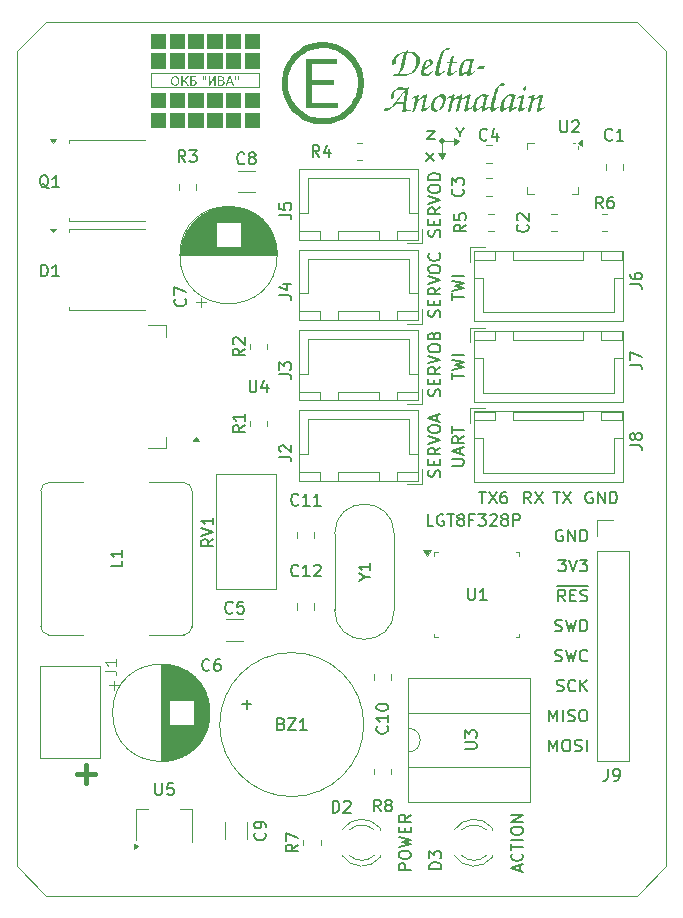
<source format=gbr>
%TF.GenerationSoftware,KiCad,Pcbnew,8.0.1-8.0.1-0~ubuntu20.04.1*%
%TF.CreationDate,2024-05-13T17:34:50+05:00*%
%TF.ProjectId,DeltaAnomalain,44656c74-6141-46e6-9f6d-616c61696e2e,rev?*%
%TF.SameCoordinates,Original*%
%TF.FileFunction,Legend,Top*%
%TF.FilePolarity,Positive*%
%FSLAX46Y46*%
G04 Gerber Fmt 4.6, Leading zero omitted, Abs format (unit mm)*
G04 Created by KiCad (PCBNEW 8.0.1-8.0.1-0~ubuntu20.04.1) date 2024-05-13 17:34:50*
%MOMM*%
%LPD*%
G01*
G04 APERTURE LIST*
%ADD10C,0.100000*%
%ADD11C,0.273607*%
%ADD12C,0.150000*%
%ADD13C,0.400000*%
%ADD14C,0.200000*%
%ADD15C,0.120000*%
%ADD16C,0.000000*%
%TA.AperFunction,Profile*%
%ADD17C,0.050000*%
%TD*%
G04 APERTURE END LIST*
D10*
X225500000Y-68600000D02*
X225000000Y-68900000D01*
X225000000Y-68300000D01*
X225500000Y-68600000D01*
G36*
X225500000Y-68600000D02*
G01*
X225000000Y-68900000D01*
X225000000Y-68300000D01*
X225500000Y-68600000D01*
G37*
X224000000Y-70100000D02*
X223700000Y-69600000D01*
X224300000Y-69600000D01*
X224000000Y-70100000D01*
G36*
X224000000Y-70100000D02*
G01*
X223700000Y-69600000D01*
X224300000Y-69600000D01*
X224000000Y-70100000D01*
G37*
X224000000Y-68600000D02*
X224000000Y-70100000D01*
X224000000Y-68600000D02*
X225500000Y-68600000D01*
D11*
X224136803Y-68600000D02*
G75*
G02*
X223863197Y-68600000I-136803J0D01*
G01*
X223863197Y-68600000D02*
G75*
G02*
X224136803Y-68600000I136803J0D01*
G01*
D12*
X236738095Y-98317438D02*
X236642857Y-98269819D01*
X236642857Y-98269819D02*
X236500000Y-98269819D01*
X236500000Y-98269819D02*
X236357143Y-98317438D01*
X236357143Y-98317438D02*
X236261905Y-98412676D01*
X236261905Y-98412676D02*
X236214286Y-98507914D01*
X236214286Y-98507914D02*
X236166667Y-98698390D01*
X236166667Y-98698390D02*
X236166667Y-98841247D01*
X236166667Y-98841247D02*
X236214286Y-99031723D01*
X236214286Y-99031723D02*
X236261905Y-99126961D01*
X236261905Y-99126961D02*
X236357143Y-99222200D01*
X236357143Y-99222200D02*
X236500000Y-99269819D01*
X236500000Y-99269819D02*
X236595238Y-99269819D01*
X236595238Y-99269819D02*
X236738095Y-99222200D01*
X236738095Y-99222200D02*
X236785714Y-99174580D01*
X236785714Y-99174580D02*
X236785714Y-98841247D01*
X236785714Y-98841247D02*
X236595238Y-98841247D01*
X237214286Y-99269819D02*
X237214286Y-98269819D01*
X237214286Y-98269819D02*
X237785714Y-99269819D01*
X237785714Y-99269819D02*
X237785714Y-98269819D01*
X238261905Y-99269819D02*
X238261905Y-98269819D01*
X238261905Y-98269819D02*
X238500000Y-98269819D01*
X238500000Y-98269819D02*
X238642857Y-98317438D01*
X238642857Y-98317438D02*
X238738095Y-98412676D01*
X238738095Y-98412676D02*
X238785714Y-98507914D01*
X238785714Y-98507914D02*
X238833333Y-98698390D01*
X238833333Y-98698390D02*
X238833333Y-98841247D01*
X238833333Y-98841247D02*
X238785714Y-99031723D01*
X238785714Y-99031723D02*
X238738095Y-99126961D01*
X238738095Y-99126961D02*
X238642857Y-99222200D01*
X238642857Y-99222200D02*
X238500000Y-99269819D01*
X238500000Y-99269819D02*
X238261905Y-99269819D01*
X233438095Y-98269819D02*
X234009523Y-98269819D01*
X233723809Y-99269819D02*
X233723809Y-98269819D01*
X234247619Y-98269819D02*
X234914285Y-99269819D01*
X234914285Y-98269819D02*
X234247619Y-99269819D01*
X233120364Y-120269819D02*
X233120364Y-119269819D01*
X233120364Y-119269819D02*
X233453697Y-119984104D01*
X233453697Y-119984104D02*
X233787030Y-119269819D01*
X233787030Y-119269819D02*
X233787030Y-120269819D01*
X234453697Y-119269819D02*
X234644173Y-119269819D01*
X234644173Y-119269819D02*
X234739411Y-119317438D01*
X234739411Y-119317438D02*
X234834649Y-119412676D01*
X234834649Y-119412676D02*
X234882268Y-119603152D01*
X234882268Y-119603152D02*
X234882268Y-119936485D01*
X234882268Y-119936485D02*
X234834649Y-120126961D01*
X234834649Y-120126961D02*
X234739411Y-120222200D01*
X234739411Y-120222200D02*
X234644173Y-120269819D01*
X234644173Y-120269819D02*
X234453697Y-120269819D01*
X234453697Y-120269819D02*
X234358459Y-120222200D01*
X234358459Y-120222200D02*
X234263221Y-120126961D01*
X234263221Y-120126961D02*
X234215602Y-119936485D01*
X234215602Y-119936485D02*
X234215602Y-119603152D01*
X234215602Y-119603152D02*
X234263221Y-119412676D01*
X234263221Y-119412676D02*
X234358459Y-119317438D01*
X234358459Y-119317438D02*
X234453697Y-119269819D01*
X235263221Y-120222200D02*
X235406078Y-120269819D01*
X235406078Y-120269819D02*
X235644173Y-120269819D01*
X235644173Y-120269819D02*
X235739411Y-120222200D01*
X235739411Y-120222200D02*
X235787030Y-120174580D01*
X235787030Y-120174580D02*
X235834649Y-120079342D01*
X235834649Y-120079342D02*
X235834649Y-119984104D01*
X235834649Y-119984104D02*
X235787030Y-119888866D01*
X235787030Y-119888866D02*
X235739411Y-119841247D01*
X235739411Y-119841247D02*
X235644173Y-119793628D01*
X235644173Y-119793628D02*
X235453697Y-119746009D01*
X235453697Y-119746009D02*
X235358459Y-119698390D01*
X235358459Y-119698390D02*
X235310840Y-119650771D01*
X235310840Y-119650771D02*
X235263221Y-119555533D01*
X235263221Y-119555533D02*
X235263221Y-119460295D01*
X235263221Y-119460295D02*
X235310840Y-119365057D01*
X235310840Y-119365057D02*
X235358459Y-119317438D01*
X235358459Y-119317438D02*
X235453697Y-119269819D01*
X235453697Y-119269819D02*
X235691792Y-119269819D01*
X235691792Y-119269819D02*
X235834649Y-119317438D01*
X236263221Y-120269819D02*
X236263221Y-119269819D01*
X225527255Y-67873200D02*
X225527255Y-68206533D01*
X225193922Y-67506533D02*
X225527255Y-67873200D01*
X225527255Y-67873200D02*
X225860588Y-67506533D01*
X227161905Y-98269819D02*
X227733333Y-98269819D01*
X227447619Y-99269819D02*
X227447619Y-98269819D01*
X227971429Y-98269819D02*
X228638095Y-99269819D01*
X228638095Y-98269819D02*
X227971429Y-99269819D01*
X229447619Y-98269819D02*
X229257143Y-98269819D01*
X229257143Y-98269819D02*
X229161905Y-98317438D01*
X229161905Y-98317438D02*
X229114286Y-98365057D01*
X229114286Y-98365057D02*
X229019048Y-98507914D01*
X229019048Y-98507914D02*
X228971429Y-98698390D01*
X228971429Y-98698390D02*
X228971429Y-99079342D01*
X228971429Y-99079342D02*
X229019048Y-99174580D01*
X229019048Y-99174580D02*
X229066667Y-99222200D01*
X229066667Y-99222200D02*
X229161905Y-99269819D01*
X229161905Y-99269819D02*
X229352381Y-99269819D01*
X229352381Y-99269819D02*
X229447619Y-99222200D01*
X229447619Y-99222200D02*
X229495238Y-99174580D01*
X229495238Y-99174580D02*
X229542857Y-99079342D01*
X229542857Y-99079342D02*
X229542857Y-98841247D01*
X229542857Y-98841247D02*
X229495238Y-98746009D01*
X229495238Y-98746009D02*
X229447619Y-98698390D01*
X229447619Y-98698390D02*
X229352381Y-98650771D01*
X229352381Y-98650771D02*
X229161905Y-98650771D01*
X229161905Y-98650771D02*
X229066667Y-98698390D01*
X229066667Y-98698390D02*
X229019048Y-98746009D01*
X229019048Y-98746009D02*
X228971429Y-98841247D01*
X234215601Y-101537438D02*
X234120363Y-101489819D01*
X234120363Y-101489819D02*
X233977506Y-101489819D01*
X233977506Y-101489819D02*
X233834649Y-101537438D01*
X233834649Y-101537438D02*
X233739411Y-101632676D01*
X233739411Y-101632676D02*
X233691792Y-101727914D01*
X233691792Y-101727914D02*
X233644173Y-101918390D01*
X233644173Y-101918390D02*
X233644173Y-102061247D01*
X233644173Y-102061247D02*
X233691792Y-102251723D01*
X233691792Y-102251723D02*
X233739411Y-102346961D01*
X233739411Y-102346961D02*
X233834649Y-102442200D01*
X233834649Y-102442200D02*
X233977506Y-102489819D01*
X233977506Y-102489819D02*
X234072744Y-102489819D01*
X234072744Y-102489819D02*
X234215601Y-102442200D01*
X234215601Y-102442200D02*
X234263220Y-102394580D01*
X234263220Y-102394580D02*
X234263220Y-102061247D01*
X234263220Y-102061247D02*
X234072744Y-102061247D01*
X234691792Y-102489819D02*
X234691792Y-101489819D01*
X234691792Y-101489819D02*
X235263220Y-102489819D01*
X235263220Y-102489819D02*
X235263220Y-101489819D01*
X235739411Y-102489819D02*
X235739411Y-101489819D01*
X235739411Y-101489819D02*
X235977506Y-101489819D01*
X235977506Y-101489819D02*
X236120363Y-101537438D01*
X236120363Y-101537438D02*
X236215601Y-101632676D01*
X236215601Y-101632676D02*
X236263220Y-101727914D01*
X236263220Y-101727914D02*
X236310839Y-101918390D01*
X236310839Y-101918390D02*
X236310839Y-102061247D01*
X236310839Y-102061247D02*
X236263220Y-102251723D01*
X236263220Y-102251723D02*
X236215601Y-102346961D01*
X236215601Y-102346961D02*
X236120363Y-102442200D01*
X236120363Y-102442200D02*
X235977506Y-102489819D01*
X235977506Y-102489819D02*
X235739411Y-102489819D01*
X222741541Y-67706533D02*
X223408207Y-67706533D01*
X223408207Y-67706533D02*
X222741541Y-68406533D01*
X222741541Y-68406533D02*
X223408207Y-68406533D01*
D13*
X193139347Y-122172533D02*
X194663157Y-122172533D01*
X193901252Y-122934438D02*
X193901252Y-121410628D01*
D12*
X231533333Y-99269819D02*
X231200000Y-98793628D01*
X230961905Y-99269819D02*
X230961905Y-98269819D01*
X230961905Y-98269819D02*
X231342857Y-98269819D01*
X231342857Y-98269819D02*
X231438095Y-98317438D01*
X231438095Y-98317438D02*
X231485714Y-98365057D01*
X231485714Y-98365057D02*
X231533333Y-98460295D01*
X231533333Y-98460295D02*
X231533333Y-98603152D01*
X231533333Y-98603152D02*
X231485714Y-98698390D01*
X231485714Y-98698390D02*
X231438095Y-98746009D01*
X231438095Y-98746009D02*
X231342857Y-98793628D01*
X231342857Y-98793628D02*
X230961905Y-98793628D01*
X231866667Y-98269819D02*
X232533333Y-99269819D01*
X232533333Y-98269819D02*
X231866667Y-99269819D01*
D10*
G36*
X221215282Y-64025802D02*
G01*
X221204738Y-64079155D01*
X221172522Y-64251934D01*
X221150854Y-64375561D01*
X221129311Y-64503926D01*
X221108128Y-64635304D01*
X221087545Y-64767969D01*
X221067797Y-64900193D01*
X221049121Y-65030251D01*
X221031754Y-65156416D01*
X221008678Y-65334589D01*
X220989882Y-65494293D01*
X220976166Y-65629702D01*
X220966765Y-65785572D01*
X220967231Y-65807466D01*
X221020614Y-65922135D01*
X221145062Y-65943108D01*
X221154536Y-65942919D01*
X221276465Y-65934850D01*
X221404570Y-65925401D01*
X221348394Y-66009665D01*
X221225662Y-66030425D01*
X221026605Y-66065230D01*
X220994691Y-66071011D01*
X220863458Y-66094639D01*
X220742672Y-66114078D01*
X220662072Y-66043859D01*
X220663079Y-66018135D01*
X220679780Y-65893039D01*
X220684234Y-65870602D01*
X220700540Y-65749546D01*
X220709601Y-65686274D01*
X220728628Y-65564532D01*
X220728982Y-65560582D01*
X220746336Y-65438136D01*
X220662054Y-65432986D01*
X220526795Y-65428113D01*
X220386951Y-65425515D01*
X220251088Y-65424372D01*
X220126570Y-65424092D01*
X220043948Y-65517940D01*
X219931768Y-65642039D01*
X219832076Y-65747332D01*
X219743049Y-65835174D01*
X219637793Y-65927485D01*
X219521764Y-66007508D01*
X219394200Y-66059930D01*
X219265614Y-66075000D01*
X219204082Y-66072172D01*
X219079989Y-66043859D01*
X219213101Y-65799005D01*
X219245580Y-65808968D01*
X219366974Y-65823429D01*
X219438770Y-65819679D01*
X219566003Y-65786575D01*
X219673261Y-65721935D01*
X219773028Y-65631699D01*
X219802980Y-65601698D01*
X219894233Y-65502778D01*
X219988114Y-65395394D01*
X220070939Y-65297611D01*
X220084970Y-65280600D01*
X220235258Y-65280600D01*
X220767096Y-65280600D01*
X220910589Y-64395219D01*
X220235258Y-65280600D01*
X220084970Y-65280600D01*
X220152718Y-65198460D01*
X220242585Y-65085816D01*
X220847697Y-64302407D01*
X220793776Y-64298503D01*
X220665736Y-64288363D01*
X220557048Y-64277372D01*
X220473394Y-64266992D01*
X220469103Y-64266704D01*
X220343946Y-64260275D01*
X220274812Y-64263382D01*
X220154136Y-64287661D01*
X220044977Y-64344692D01*
X219965360Y-64444717D01*
X219937892Y-64578401D01*
X219943572Y-64656517D01*
X219972551Y-64783257D01*
X220011165Y-64903855D01*
X219752267Y-65043684D01*
X219716424Y-64930509D01*
X219703419Y-64802494D01*
X219707244Y-64734264D01*
X219738678Y-64604099D01*
X219793648Y-64493673D01*
X219875818Y-64382786D01*
X219969033Y-64284699D01*
X219999978Y-64255419D01*
X220108644Y-64167813D01*
X220217397Y-64103349D01*
X220341007Y-64058012D01*
X220463014Y-64042899D01*
X220527824Y-64045562D01*
X220651570Y-64059277D01*
X220781140Y-64078314D01*
X220855341Y-64089625D01*
X220980809Y-64102739D01*
X221075835Y-64077775D01*
X221166434Y-63990997D01*
X221215282Y-64025802D01*
G37*
G36*
X221742847Y-66021877D02*
G01*
X221949232Y-65186566D01*
X222036549Y-65129780D01*
X222145723Y-65060738D01*
X222249676Y-64995906D01*
X222356932Y-64932965D01*
X222449930Y-64902023D01*
X222484734Y-64948429D01*
X222466005Y-65073385D01*
X222437302Y-65200430D01*
X222406231Y-65331047D01*
X222374047Y-65464454D01*
X222355286Y-65541939D01*
X222323642Y-65671449D01*
X222292689Y-65802373D01*
X222268725Y-65924637D01*
X222264305Y-65986461D01*
X222297687Y-66110092D01*
X222316817Y-66145219D01*
X222431822Y-66087385D01*
X222546193Y-66020901D01*
X222650003Y-65955324D01*
X222759408Y-65881915D01*
X222872411Y-65802002D01*
X222964061Y-65734281D01*
X222988485Y-65634752D01*
X222875307Y-65700902D01*
X222752581Y-65771533D01*
X222641697Y-65830408D01*
X222589759Y-65844190D01*
X222533583Y-65748325D01*
X222548970Y-65612792D01*
X222580750Y-65478149D01*
X222619277Y-65330811D01*
X222661806Y-65172743D01*
X222701500Y-65026587D01*
X222736611Y-64900202D01*
X222771022Y-64775066D01*
X222789427Y-64688921D01*
X222722871Y-64629082D01*
X222602810Y-64661978D01*
X222478409Y-64733925D01*
X222353961Y-64810290D01*
X222256978Y-64870272D01*
X222150589Y-64937522D01*
X222044801Y-65004594D01*
X221984036Y-65044295D01*
X222015454Y-64923563D01*
X222045269Y-64796564D01*
X222068300Y-64674877D01*
X222022505Y-64629082D01*
X221903687Y-64676899D01*
X221777320Y-64742411D01*
X221668563Y-64802447D01*
X221548670Y-64871315D01*
X221472958Y-64916067D01*
X221452198Y-65008879D01*
X221571483Y-64954444D01*
X221686196Y-64907216D01*
X221721475Y-64902023D01*
X221763607Y-64952093D01*
X221746244Y-65080929D01*
X221720788Y-65204045D01*
X221692187Y-65327228D01*
X221657719Y-65465205D01*
X221626456Y-65583770D01*
X221609734Y-65645132D01*
X221529134Y-65933339D01*
X221497192Y-66056300D01*
X221480286Y-66124459D01*
X221742847Y-66021877D01*
G37*
G36*
X224132461Y-64642614D02*
G01*
X224250913Y-64708903D01*
X224326402Y-64821251D01*
X224349528Y-64951482D01*
X224349204Y-64974440D01*
X224338295Y-65096527D01*
X224313315Y-65226552D01*
X224276179Y-65358757D01*
X224228802Y-65487385D01*
X224173098Y-65606676D01*
X224097958Y-65729396D01*
X224056716Y-65775470D01*
X223962862Y-65855868D01*
X223850594Y-65932639D01*
X223744417Y-65995621D01*
X223635881Y-66049421D01*
X223511835Y-66095904D01*
X223387212Y-66114078D01*
X223261293Y-66089521D01*
X223155598Y-66008128D01*
X223099062Y-65894450D01*
X223082519Y-65767864D01*
X223084343Y-65702034D01*
X223093125Y-65620708D01*
X223352407Y-65620708D01*
X223356597Y-65692176D01*
X223388761Y-65812588D01*
X223468914Y-65913708D01*
X223586880Y-65949825D01*
X223685073Y-65929723D01*
X223790261Y-65860456D01*
X223877293Y-65759255D01*
X223947138Y-65641468D01*
X223997212Y-65528194D01*
X224040906Y-65399064D01*
X224068958Y-65273519D01*
X224080251Y-65140771D01*
X224077977Y-65082832D01*
X224050687Y-64951085D01*
X223977102Y-64839000D01*
X223852494Y-64793946D01*
X223806527Y-64798763D01*
X223693099Y-64849715D01*
X223586662Y-64948312D01*
X223510631Y-65054828D01*
X223446077Y-65180405D01*
X223396113Y-65319965D01*
X223363852Y-65468426D01*
X223352407Y-65620708D01*
X223093125Y-65620708D01*
X223098534Y-65570622D01*
X223125895Y-65441596D01*
X223165360Y-65317424D01*
X223215863Y-65200577D01*
X223276337Y-65093522D01*
X223364326Y-64977234D01*
X223464148Y-64884926D01*
X223542173Y-64829755D01*
X223659710Y-64757404D01*
X223774260Y-64699302D01*
X223898747Y-64652166D01*
X224034455Y-64629082D01*
X224132461Y-64642614D01*
G37*
G36*
X224499738Y-66114078D02*
G01*
X224748255Y-66019434D01*
X224972348Y-65162142D01*
X225073120Y-65092974D01*
X225178344Y-65024789D01*
X225290093Y-64959616D01*
X225395498Y-64918510D01*
X225441294Y-64996057D01*
X225423431Y-65121702D01*
X225391416Y-65269842D01*
X225356343Y-65414933D01*
X225325435Y-65535555D01*
X225291236Y-65663651D01*
X225254334Y-65796843D01*
X225215318Y-65932752D01*
X225174776Y-66068999D01*
X225161025Y-66114078D01*
X225427250Y-66019434D01*
X225644016Y-65137107D01*
X225754329Y-65066777D01*
X225873011Y-64995652D01*
X225984873Y-64934975D01*
X226074494Y-64900802D01*
X226120289Y-64967969D01*
X226105284Y-65095974D01*
X226080317Y-65217808D01*
X226047592Y-65357235D01*
X226011413Y-65501831D01*
X225994504Y-65567585D01*
X225964860Y-65693898D01*
X225939702Y-65813507D01*
X225924496Y-65940595D01*
X225924284Y-65955931D01*
X225963290Y-66076597D01*
X226008548Y-66114078D01*
X226121891Y-66054338D01*
X226233937Y-65989067D01*
X226344808Y-65918145D01*
X226454625Y-65841452D01*
X226563508Y-65758866D01*
X226599616Y-65730006D01*
X226603279Y-65648796D01*
X226484348Y-65722188D01*
X226375937Y-65787717D01*
X226261512Y-65832583D01*
X226257065Y-65832588D01*
X226193562Y-65740997D01*
X226210789Y-65606520D01*
X226240401Y-65472122D01*
X226271435Y-65349988D01*
X226309577Y-65210990D01*
X226347353Y-65078198D01*
X226383831Y-64947999D01*
X226417731Y-64820812D01*
X226441474Y-64698445D01*
X226442079Y-64681594D01*
X226386514Y-64629082D01*
X226264389Y-64670267D01*
X226147027Y-64728936D01*
X226019764Y-64798386D01*
X225897735Y-64867866D01*
X225757011Y-64950075D01*
X225679431Y-64996057D01*
X225706393Y-64875328D01*
X225724616Y-64794556D01*
X225748772Y-64673133D01*
X225749040Y-64668161D01*
X225703855Y-64629082D01*
X225574889Y-64677290D01*
X225457789Y-64743521D01*
X225351120Y-64807976D01*
X225217477Y-64891043D01*
X225097435Y-64966779D01*
X225007152Y-65024145D01*
X225038638Y-64888388D01*
X225066891Y-64760823D01*
X225080425Y-64678541D01*
X225027913Y-64629082D01*
X224907679Y-64677442D01*
X224795428Y-64739768D01*
X224779396Y-64748761D01*
X224671973Y-64811319D01*
X224562929Y-64875575D01*
X224485694Y-64925226D01*
X224461270Y-65024145D01*
X224574108Y-64967454D01*
X224688043Y-64921620D01*
X224720167Y-64918510D01*
X224769016Y-64985066D01*
X224749909Y-65108837D01*
X224721953Y-65228079D01*
X224684592Y-65380722D01*
X224654818Y-65500921D01*
X224618806Y-65645743D01*
X224584438Y-65773985D01*
X224554659Y-65893142D01*
X224530879Y-65991346D01*
X224499738Y-66114078D01*
G37*
G36*
X227589706Y-64629461D02*
G01*
X227723187Y-64636731D01*
X227856187Y-64654702D01*
X227988136Y-64681594D01*
X227965117Y-64707607D01*
X227886775Y-64807990D01*
X227851682Y-64939877D01*
X227819322Y-65065046D01*
X227780697Y-65220115D01*
X227747583Y-65359945D01*
X227720350Y-65482656D01*
X227695147Y-65609103D01*
X227676727Y-65750157D01*
X227718859Y-65820376D01*
X227747008Y-65814206D01*
X227854778Y-65753532D01*
X227962553Y-65682386D01*
X228068736Y-65610327D01*
X228065073Y-65715352D01*
X227968208Y-65785359D01*
X227858861Y-65861769D01*
X227750000Y-65935781D01*
X227666674Y-65990776D01*
X227550886Y-66064645D01*
X227428210Y-66114078D01*
X227372034Y-66040806D01*
X227376465Y-65984469D01*
X227397653Y-65859449D01*
X227424546Y-65729396D01*
X227384491Y-65758220D01*
X227275102Y-65836386D01*
X227152463Y-65922424D01*
X227031822Y-66003649D01*
X226912316Y-66075438D01*
X226794399Y-66114078D01*
X226716410Y-66076724D01*
X226663681Y-65961533D01*
X226650907Y-65834420D01*
X226660829Y-65689469D01*
X226664051Y-65669556D01*
X226920795Y-65669556D01*
X226928131Y-65752317D01*
X227011775Y-65844801D01*
X227041881Y-65840091D01*
X227153861Y-65790810D01*
X227263346Y-65725732D01*
X227347254Y-65663494D01*
X227452634Y-65585293D01*
X227484385Y-65466224D01*
X227488244Y-65449207D01*
X227515803Y-65323685D01*
X227543614Y-65200000D01*
X227573850Y-65083303D01*
X227606761Y-64961841D01*
X227641311Y-64836078D01*
X227597980Y-64826046D01*
X227472937Y-64802647D01*
X227343946Y-64790282D01*
X227311528Y-64792267D01*
X227199247Y-64843576D01*
X227118732Y-64946821D01*
X227064288Y-65056507D01*
X227017261Y-65173308D01*
X226978904Y-65292823D01*
X226949772Y-65411838D01*
X226928186Y-65545773D01*
X226920795Y-65669556D01*
X226664051Y-65669556D01*
X226681535Y-65561516D01*
X226711636Y-65429431D01*
X226749328Y-65299239D01*
X226792810Y-65176964D01*
X226852556Y-65044433D01*
X226927512Y-64930722D01*
X226937250Y-64920784D01*
X227035347Y-64839919D01*
X227137510Y-64767690D01*
X227246249Y-64699302D01*
X227302042Y-64668190D01*
X227421605Y-64635201D01*
X227547278Y-64629082D01*
X227589706Y-64629461D01*
G37*
G36*
X228888782Y-65626814D02*
G01*
X228782552Y-65689252D01*
X228678393Y-65754380D01*
X228664689Y-65762979D01*
X228554056Y-65826103D01*
X228465631Y-65853960D01*
X228402739Y-65762979D01*
X228402739Y-65731228D01*
X228402739Y-65700087D01*
X228423411Y-65578755D01*
X228451044Y-65449366D01*
X228487465Y-65288034D01*
X228519238Y-65151721D01*
X228553813Y-65006682D01*
X228590271Y-64856876D01*
X228627696Y-64706266D01*
X228665168Y-64558812D01*
X228689724Y-64464218D01*
X228725454Y-64330335D01*
X228766465Y-64185989D01*
X228810807Y-64053904D01*
X228869257Y-63942904D01*
X228984038Y-63887382D01*
X229011514Y-63886584D01*
X229134193Y-63899989D01*
X229183094Y-63911618D01*
X229333304Y-63725994D01*
X229210944Y-63705472D01*
X229175767Y-63704623D01*
X229050950Y-63721516D01*
X228927273Y-63778235D01*
X228817657Y-63858370D01*
X228756280Y-63911618D01*
X228660253Y-64001082D01*
X228578116Y-64100879D01*
X228522363Y-64218152D01*
X228518143Y-64229745D01*
X228480258Y-64357035D01*
X228445568Y-64483325D01*
X228410638Y-64616660D01*
X228381143Y-64736408D01*
X228377704Y-64751203D01*
X228126133Y-65847243D01*
X228118806Y-65910136D01*
X228144135Y-66033989D01*
X228228991Y-66123543D01*
X228234211Y-66123848D01*
X228255582Y-66123848D01*
X228265963Y-66123848D01*
X228384965Y-66061392D01*
X228505934Y-65977974D01*
X228618591Y-65898035D01*
X228722272Y-65823732D01*
X228843969Y-65736090D01*
X228888782Y-65703750D01*
X228888782Y-65626814D01*
G37*
G36*
X229897801Y-64629461D02*
G01*
X230031282Y-64636731D01*
X230164282Y-64654702D01*
X230296231Y-64681594D01*
X230273211Y-64707607D01*
X230194870Y-64807990D01*
X230159777Y-64939877D01*
X230127417Y-65065046D01*
X230088792Y-65220115D01*
X230055678Y-65359945D01*
X230028445Y-65482656D01*
X230003242Y-65609103D01*
X229984822Y-65750157D01*
X230026953Y-65820376D01*
X230055103Y-65814206D01*
X230162873Y-65753532D01*
X230270648Y-65682386D01*
X230376831Y-65610327D01*
X230373168Y-65715352D01*
X230276303Y-65785359D01*
X230166956Y-65861769D01*
X230058094Y-65935781D01*
X229974769Y-65990776D01*
X229858980Y-66064645D01*
X229736304Y-66114078D01*
X229680129Y-66040806D01*
X229684560Y-65984469D01*
X229705748Y-65859449D01*
X229732641Y-65729396D01*
X229692586Y-65758220D01*
X229583197Y-65836386D01*
X229460558Y-65922424D01*
X229339917Y-66003649D01*
X229220411Y-66075438D01*
X229102494Y-66114078D01*
X229024505Y-66076724D01*
X228971775Y-65961533D01*
X228959002Y-65834420D01*
X228968924Y-65689469D01*
X228972146Y-65669556D01*
X229228890Y-65669556D01*
X229236225Y-65752317D01*
X229319870Y-65844801D01*
X229349976Y-65840091D01*
X229461956Y-65790810D01*
X229571441Y-65725732D01*
X229655349Y-65663494D01*
X229760729Y-65585293D01*
X229792480Y-65466224D01*
X229796339Y-65449207D01*
X229823898Y-65323685D01*
X229851709Y-65200000D01*
X229881945Y-65083303D01*
X229914856Y-64961841D01*
X229949406Y-64836078D01*
X229906075Y-64826046D01*
X229781031Y-64802647D01*
X229652041Y-64790282D01*
X229619623Y-64792267D01*
X229507342Y-64843576D01*
X229426827Y-64946821D01*
X229372383Y-65056507D01*
X229325356Y-65173308D01*
X229286999Y-65292823D01*
X229257867Y-65411838D01*
X229236281Y-65545773D01*
X229228890Y-65669556D01*
X228972146Y-65669556D01*
X228989630Y-65561516D01*
X229019731Y-65429431D01*
X229057423Y-65299239D01*
X229100905Y-65176964D01*
X229160650Y-65044433D01*
X229235607Y-64930722D01*
X229245344Y-64920784D01*
X229343442Y-64839919D01*
X229445605Y-64767690D01*
X229554344Y-64699302D01*
X229610137Y-64668190D01*
X229729700Y-64635201D01*
X229855373Y-64629082D01*
X229897801Y-64629461D01*
G37*
G36*
X231077808Y-63911618D02*
G01*
X230975144Y-63992054D01*
X230873859Y-64067962D01*
X230836618Y-64093579D01*
X230887425Y-64209085D01*
X230955826Y-64318584D01*
X230969731Y-64339043D01*
X231064233Y-64254924D01*
X231166093Y-64173349D01*
X231196877Y-64149755D01*
X231151692Y-64069155D01*
X231099180Y-63957414D01*
X231077808Y-63911618D01*
G37*
G36*
X231210921Y-65662840D02*
G01*
X231151692Y-65693981D01*
X231035478Y-65757329D01*
X230922989Y-65815160D01*
X230826238Y-65844801D01*
X230763346Y-65746493D01*
X230780649Y-65624061D01*
X230812032Y-65493186D01*
X230849241Y-65343278D01*
X230878750Y-65225034D01*
X230911851Y-65088860D01*
X230946473Y-64946183D01*
X230976595Y-64821096D01*
X231004249Y-64699707D01*
X231008199Y-64664497D01*
X230966067Y-64629082D01*
X230840670Y-64675933D01*
X230718472Y-64743474D01*
X230612039Y-64808114D01*
X230491407Y-64885388D01*
X230412857Y-64937438D01*
X230406140Y-65035746D01*
X230519546Y-64974677D01*
X230631423Y-64920926D01*
X230661374Y-64916678D01*
X230703506Y-64975907D01*
X230683590Y-65104897D01*
X230649974Y-65238176D01*
X230640614Y-65273883D01*
X230598457Y-65429782D01*
X230564179Y-65557008D01*
X230529322Y-65688025D01*
X230496358Y-65818468D01*
X230476072Y-65943028D01*
X230475750Y-65974249D01*
X230510275Y-66092054D01*
X230560013Y-66114078D01*
X230682593Y-66076602D01*
X230790242Y-66017658D01*
X230899511Y-65949825D01*
X231005585Y-65882220D01*
X231099180Y-65820376D01*
X231196877Y-65760537D01*
X231210921Y-65662840D01*
G37*
G36*
X231536985Y-66021877D02*
G01*
X231743370Y-65186566D01*
X231830687Y-65129780D01*
X231939862Y-65060738D01*
X232043815Y-64995906D01*
X232151070Y-64932965D01*
X232244068Y-64902023D01*
X232278872Y-64948429D01*
X232260143Y-65073385D01*
X232231440Y-65200430D01*
X232200370Y-65331047D01*
X232168185Y-65464454D01*
X232149424Y-65541939D01*
X232117780Y-65671449D01*
X232086827Y-65802373D01*
X232062863Y-65924637D01*
X232058443Y-65986461D01*
X232091825Y-66110092D01*
X232110956Y-66145219D01*
X232225960Y-66087385D01*
X232340331Y-66020901D01*
X232444141Y-65955324D01*
X232553547Y-65881915D01*
X232666550Y-65802002D01*
X232758199Y-65734281D01*
X232782623Y-65634752D01*
X232669445Y-65700902D01*
X232546719Y-65771533D01*
X232435835Y-65830408D01*
X232383897Y-65844190D01*
X232327721Y-65748325D01*
X232343108Y-65612792D01*
X232374888Y-65478149D01*
X232413415Y-65330811D01*
X232455944Y-65172743D01*
X232495638Y-65026587D01*
X232530749Y-64900202D01*
X232565160Y-64775066D01*
X232583565Y-64688921D01*
X232517009Y-64629082D01*
X232396949Y-64661978D01*
X232272547Y-64733925D01*
X232148100Y-64810290D01*
X232051116Y-64870272D01*
X231944727Y-64937522D01*
X231838940Y-65004594D01*
X231778175Y-65044295D01*
X231809592Y-64923563D01*
X231839407Y-64796564D01*
X231862438Y-64674877D01*
X231816643Y-64629082D01*
X231697825Y-64676899D01*
X231571458Y-64742411D01*
X231462701Y-64802447D01*
X231342808Y-64871315D01*
X231267096Y-64916067D01*
X231246336Y-65008879D01*
X231365621Y-64954444D01*
X231480334Y-64907216D01*
X231515614Y-64902023D01*
X231557745Y-64952093D01*
X231540382Y-65080929D01*
X231514927Y-65204045D01*
X231486325Y-65327228D01*
X231451857Y-65465205D01*
X231420594Y-65583770D01*
X231403872Y-65645132D01*
X231323272Y-65933339D01*
X231291330Y-66056300D01*
X231274424Y-66124459D01*
X231536985Y-66021877D01*
G37*
D12*
X223822200Y-90190475D02*
X223869819Y-90047618D01*
X223869819Y-90047618D02*
X223869819Y-89809523D01*
X223869819Y-89809523D02*
X223822200Y-89714285D01*
X223822200Y-89714285D02*
X223774580Y-89666666D01*
X223774580Y-89666666D02*
X223679342Y-89619047D01*
X223679342Y-89619047D02*
X223584104Y-89619047D01*
X223584104Y-89619047D02*
X223488866Y-89666666D01*
X223488866Y-89666666D02*
X223441247Y-89714285D01*
X223441247Y-89714285D02*
X223393628Y-89809523D01*
X223393628Y-89809523D02*
X223346009Y-89999999D01*
X223346009Y-89999999D02*
X223298390Y-90095237D01*
X223298390Y-90095237D02*
X223250771Y-90142856D01*
X223250771Y-90142856D02*
X223155533Y-90190475D01*
X223155533Y-90190475D02*
X223060295Y-90190475D01*
X223060295Y-90190475D02*
X222965057Y-90142856D01*
X222965057Y-90142856D02*
X222917438Y-90095237D01*
X222917438Y-90095237D02*
X222869819Y-89999999D01*
X222869819Y-89999999D02*
X222869819Y-89761904D01*
X222869819Y-89761904D02*
X222917438Y-89619047D01*
X223346009Y-89190475D02*
X223346009Y-88857142D01*
X223869819Y-88714285D02*
X223869819Y-89190475D01*
X223869819Y-89190475D02*
X222869819Y-89190475D01*
X222869819Y-89190475D02*
X222869819Y-88714285D01*
X223869819Y-87714285D02*
X223393628Y-88047618D01*
X223869819Y-88285713D02*
X222869819Y-88285713D01*
X222869819Y-88285713D02*
X222869819Y-87904761D01*
X222869819Y-87904761D02*
X222917438Y-87809523D01*
X222917438Y-87809523D02*
X222965057Y-87761904D01*
X222965057Y-87761904D02*
X223060295Y-87714285D01*
X223060295Y-87714285D02*
X223203152Y-87714285D01*
X223203152Y-87714285D02*
X223298390Y-87761904D01*
X223298390Y-87761904D02*
X223346009Y-87809523D01*
X223346009Y-87809523D02*
X223393628Y-87904761D01*
X223393628Y-87904761D02*
X223393628Y-88285713D01*
X222869819Y-87428570D02*
X223869819Y-87095237D01*
X223869819Y-87095237D02*
X222869819Y-86761904D01*
X222869819Y-86238094D02*
X222869819Y-86047618D01*
X222869819Y-86047618D02*
X222917438Y-85952380D01*
X222917438Y-85952380D02*
X223012676Y-85857142D01*
X223012676Y-85857142D02*
X223203152Y-85809523D01*
X223203152Y-85809523D02*
X223536485Y-85809523D01*
X223536485Y-85809523D02*
X223726961Y-85857142D01*
X223726961Y-85857142D02*
X223822200Y-85952380D01*
X223822200Y-85952380D02*
X223869819Y-86047618D01*
X223869819Y-86047618D02*
X223869819Y-86238094D01*
X223869819Y-86238094D02*
X223822200Y-86333332D01*
X223822200Y-86333332D02*
X223726961Y-86428570D01*
X223726961Y-86428570D02*
X223536485Y-86476189D01*
X223536485Y-86476189D02*
X223203152Y-86476189D01*
X223203152Y-86476189D02*
X223012676Y-86428570D01*
X223012676Y-86428570D02*
X222917438Y-86333332D01*
X222917438Y-86333332D02*
X222869819Y-86238094D01*
X223346009Y-85047618D02*
X223393628Y-84904761D01*
X223393628Y-84904761D02*
X223441247Y-84857142D01*
X223441247Y-84857142D02*
X223536485Y-84809523D01*
X223536485Y-84809523D02*
X223679342Y-84809523D01*
X223679342Y-84809523D02*
X223774580Y-84857142D01*
X223774580Y-84857142D02*
X223822200Y-84904761D01*
X223822200Y-84904761D02*
X223869819Y-84999999D01*
X223869819Y-84999999D02*
X223869819Y-85380951D01*
X223869819Y-85380951D02*
X222869819Y-85380951D01*
X222869819Y-85380951D02*
X222869819Y-85047618D01*
X222869819Y-85047618D02*
X222917438Y-84952380D01*
X222917438Y-84952380D02*
X222965057Y-84904761D01*
X222965057Y-84904761D02*
X223060295Y-84857142D01*
X223060295Y-84857142D02*
X223155533Y-84857142D01*
X223155533Y-84857142D02*
X223250771Y-84904761D01*
X223250771Y-84904761D02*
X223298390Y-84952380D01*
X223298390Y-84952380D02*
X223346009Y-85047618D01*
X223346009Y-85047618D02*
X223346009Y-85380951D01*
X233596554Y-110062200D02*
X233739411Y-110109819D01*
X233739411Y-110109819D02*
X233977506Y-110109819D01*
X233977506Y-110109819D02*
X234072744Y-110062200D01*
X234072744Y-110062200D02*
X234120363Y-110014580D01*
X234120363Y-110014580D02*
X234167982Y-109919342D01*
X234167982Y-109919342D02*
X234167982Y-109824104D01*
X234167982Y-109824104D02*
X234120363Y-109728866D01*
X234120363Y-109728866D02*
X234072744Y-109681247D01*
X234072744Y-109681247D02*
X233977506Y-109633628D01*
X233977506Y-109633628D02*
X233787030Y-109586009D01*
X233787030Y-109586009D02*
X233691792Y-109538390D01*
X233691792Y-109538390D02*
X233644173Y-109490771D01*
X233644173Y-109490771D02*
X233596554Y-109395533D01*
X233596554Y-109395533D02*
X233596554Y-109300295D01*
X233596554Y-109300295D02*
X233644173Y-109205057D01*
X233644173Y-109205057D02*
X233691792Y-109157438D01*
X233691792Y-109157438D02*
X233787030Y-109109819D01*
X233787030Y-109109819D02*
X234025125Y-109109819D01*
X234025125Y-109109819D02*
X234167982Y-109157438D01*
X234501316Y-109109819D02*
X234739411Y-110109819D01*
X234739411Y-110109819D02*
X234929887Y-109395533D01*
X234929887Y-109395533D02*
X235120363Y-110109819D01*
X235120363Y-110109819D02*
X235358459Y-109109819D01*
X235739411Y-110109819D02*
X235739411Y-109109819D01*
X235739411Y-109109819D02*
X235977506Y-109109819D01*
X235977506Y-109109819D02*
X236120363Y-109157438D01*
X236120363Y-109157438D02*
X236215601Y-109252676D01*
X236215601Y-109252676D02*
X236263220Y-109347914D01*
X236263220Y-109347914D02*
X236310839Y-109538390D01*
X236310839Y-109538390D02*
X236310839Y-109681247D01*
X236310839Y-109681247D02*
X236263220Y-109871723D01*
X236263220Y-109871723D02*
X236215601Y-109966961D01*
X236215601Y-109966961D02*
X236120363Y-110062200D01*
X236120363Y-110062200D02*
X235977506Y-110109819D01*
X235977506Y-110109819D02*
X235739411Y-110109819D01*
X224869819Y-96070237D02*
X225679342Y-96070237D01*
X225679342Y-96070237D02*
X225774580Y-96022618D01*
X225774580Y-96022618D02*
X225822200Y-95974999D01*
X225822200Y-95974999D02*
X225869819Y-95879761D01*
X225869819Y-95879761D02*
X225869819Y-95689285D01*
X225869819Y-95689285D02*
X225822200Y-95594047D01*
X225822200Y-95594047D02*
X225774580Y-95546428D01*
X225774580Y-95546428D02*
X225679342Y-95498809D01*
X225679342Y-95498809D02*
X224869819Y-95498809D01*
X225584104Y-95070237D02*
X225584104Y-94594047D01*
X225869819Y-95165475D02*
X224869819Y-94832142D01*
X224869819Y-94832142D02*
X225869819Y-94498809D01*
X225869819Y-93594047D02*
X225393628Y-93927380D01*
X225869819Y-94165475D02*
X224869819Y-94165475D01*
X224869819Y-94165475D02*
X224869819Y-93784523D01*
X224869819Y-93784523D02*
X224917438Y-93689285D01*
X224917438Y-93689285D02*
X224965057Y-93641666D01*
X224965057Y-93641666D02*
X225060295Y-93594047D01*
X225060295Y-93594047D02*
X225203152Y-93594047D01*
X225203152Y-93594047D02*
X225298390Y-93641666D01*
X225298390Y-93641666D02*
X225346009Y-93689285D01*
X225346009Y-93689285D02*
X225393628Y-93784523D01*
X225393628Y-93784523D02*
X225393628Y-94165475D01*
X224869819Y-93308332D02*
X224869819Y-92736904D01*
X225869819Y-93022618D02*
X224869819Y-93022618D01*
X233739411Y-115142200D02*
X233882268Y-115189819D01*
X233882268Y-115189819D02*
X234120363Y-115189819D01*
X234120363Y-115189819D02*
X234215601Y-115142200D01*
X234215601Y-115142200D02*
X234263220Y-115094580D01*
X234263220Y-115094580D02*
X234310839Y-114999342D01*
X234310839Y-114999342D02*
X234310839Y-114904104D01*
X234310839Y-114904104D02*
X234263220Y-114808866D01*
X234263220Y-114808866D02*
X234215601Y-114761247D01*
X234215601Y-114761247D02*
X234120363Y-114713628D01*
X234120363Y-114713628D02*
X233929887Y-114666009D01*
X233929887Y-114666009D02*
X233834649Y-114618390D01*
X233834649Y-114618390D02*
X233787030Y-114570771D01*
X233787030Y-114570771D02*
X233739411Y-114475533D01*
X233739411Y-114475533D02*
X233739411Y-114380295D01*
X233739411Y-114380295D02*
X233787030Y-114285057D01*
X233787030Y-114285057D02*
X233834649Y-114237438D01*
X233834649Y-114237438D02*
X233929887Y-114189819D01*
X233929887Y-114189819D02*
X234167982Y-114189819D01*
X234167982Y-114189819D02*
X234310839Y-114237438D01*
X235310839Y-115094580D02*
X235263220Y-115142200D01*
X235263220Y-115142200D02*
X235120363Y-115189819D01*
X235120363Y-115189819D02*
X235025125Y-115189819D01*
X235025125Y-115189819D02*
X234882268Y-115142200D01*
X234882268Y-115142200D02*
X234787030Y-115046961D01*
X234787030Y-115046961D02*
X234739411Y-114951723D01*
X234739411Y-114951723D02*
X234691792Y-114761247D01*
X234691792Y-114761247D02*
X234691792Y-114618390D01*
X234691792Y-114618390D02*
X234739411Y-114427914D01*
X234739411Y-114427914D02*
X234787030Y-114332676D01*
X234787030Y-114332676D02*
X234882268Y-114237438D01*
X234882268Y-114237438D02*
X235025125Y-114189819D01*
X235025125Y-114189819D02*
X235120363Y-114189819D01*
X235120363Y-114189819D02*
X235263220Y-114237438D01*
X235263220Y-114237438D02*
X235310839Y-114285057D01*
X235739411Y-115189819D02*
X235739411Y-114189819D01*
X236310839Y-115189819D02*
X235882268Y-114618390D01*
X236310839Y-114189819D02*
X235739411Y-114761247D01*
X234453696Y-107569819D02*
X234120363Y-107093628D01*
X233882268Y-107569819D02*
X233882268Y-106569819D01*
X233882268Y-106569819D02*
X234263220Y-106569819D01*
X234263220Y-106569819D02*
X234358458Y-106617438D01*
X234358458Y-106617438D02*
X234406077Y-106665057D01*
X234406077Y-106665057D02*
X234453696Y-106760295D01*
X234453696Y-106760295D02*
X234453696Y-106903152D01*
X234453696Y-106903152D02*
X234406077Y-106998390D01*
X234406077Y-106998390D02*
X234358458Y-107046009D01*
X234358458Y-107046009D02*
X234263220Y-107093628D01*
X234263220Y-107093628D02*
X233882268Y-107093628D01*
X234882268Y-107046009D02*
X235215601Y-107046009D01*
X235358458Y-107569819D02*
X234882268Y-107569819D01*
X234882268Y-107569819D02*
X234882268Y-106569819D01*
X234882268Y-106569819D02*
X235358458Y-106569819D01*
X235739411Y-107522200D02*
X235882268Y-107569819D01*
X235882268Y-107569819D02*
X236120363Y-107569819D01*
X236120363Y-107569819D02*
X236215601Y-107522200D01*
X236215601Y-107522200D02*
X236263220Y-107474580D01*
X236263220Y-107474580D02*
X236310839Y-107379342D01*
X236310839Y-107379342D02*
X236310839Y-107284104D01*
X236310839Y-107284104D02*
X236263220Y-107188866D01*
X236263220Y-107188866D02*
X236215601Y-107141247D01*
X236215601Y-107141247D02*
X236120363Y-107093628D01*
X236120363Y-107093628D02*
X235929887Y-107046009D01*
X235929887Y-107046009D02*
X235834649Y-106998390D01*
X235834649Y-106998390D02*
X235787030Y-106950771D01*
X235787030Y-106950771D02*
X235739411Y-106855533D01*
X235739411Y-106855533D02*
X235739411Y-106760295D01*
X235739411Y-106760295D02*
X235787030Y-106665057D01*
X235787030Y-106665057D02*
X235834649Y-106617438D01*
X235834649Y-106617438D02*
X235929887Y-106569819D01*
X235929887Y-106569819D02*
X236167982Y-106569819D01*
X236167982Y-106569819D02*
X236310839Y-106617438D01*
X233744173Y-106292200D02*
X236401316Y-106292200D01*
X224869819Y-82070237D02*
X224869819Y-81498809D01*
X225869819Y-81784523D02*
X224869819Y-81784523D01*
X224869819Y-81260713D02*
X225869819Y-81022618D01*
X225869819Y-81022618D02*
X225155533Y-80832142D01*
X225155533Y-80832142D02*
X225869819Y-80641666D01*
X225869819Y-80641666D02*
X224869819Y-80403571D01*
X225869819Y-80022618D02*
X224869819Y-80022618D01*
X224869819Y-88770237D02*
X224869819Y-88198809D01*
X225869819Y-88484523D02*
X224869819Y-88484523D01*
X224869819Y-87960713D02*
X225869819Y-87722618D01*
X225869819Y-87722618D02*
X225155533Y-87532142D01*
X225155533Y-87532142D02*
X225869819Y-87341666D01*
X225869819Y-87341666D02*
X224869819Y-87103571D01*
X225869819Y-86722618D02*
X224869819Y-86722618D01*
X233120364Y-117729819D02*
X233120364Y-116729819D01*
X233120364Y-116729819D02*
X233453697Y-117444104D01*
X233453697Y-117444104D02*
X233787030Y-116729819D01*
X233787030Y-116729819D02*
X233787030Y-117729819D01*
X234263221Y-117729819D02*
X234263221Y-116729819D01*
X234691792Y-117682200D02*
X234834649Y-117729819D01*
X234834649Y-117729819D02*
X235072744Y-117729819D01*
X235072744Y-117729819D02*
X235167982Y-117682200D01*
X235167982Y-117682200D02*
X235215601Y-117634580D01*
X235215601Y-117634580D02*
X235263220Y-117539342D01*
X235263220Y-117539342D02*
X235263220Y-117444104D01*
X235263220Y-117444104D02*
X235215601Y-117348866D01*
X235215601Y-117348866D02*
X235167982Y-117301247D01*
X235167982Y-117301247D02*
X235072744Y-117253628D01*
X235072744Y-117253628D02*
X234882268Y-117206009D01*
X234882268Y-117206009D02*
X234787030Y-117158390D01*
X234787030Y-117158390D02*
X234739411Y-117110771D01*
X234739411Y-117110771D02*
X234691792Y-117015533D01*
X234691792Y-117015533D02*
X234691792Y-116920295D01*
X234691792Y-116920295D02*
X234739411Y-116825057D01*
X234739411Y-116825057D02*
X234787030Y-116777438D01*
X234787030Y-116777438D02*
X234882268Y-116729819D01*
X234882268Y-116729819D02*
X235120363Y-116729819D01*
X235120363Y-116729819D02*
X235263220Y-116777438D01*
X235882268Y-116729819D02*
X236072744Y-116729819D01*
X236072744Y-116729819D02*
X236167982Y-116777438D01*
X236167982Y-116777438D02*
X236263220Y-116872676D01*
X236263220Y-116872676D02*
X236310839Y-117063152D01*
X236310839Y-117063152D02*
X236310839Y-117396485D01*
X236310839Y-117396485D02*
X236263220Y-117586961D01*
X236263220Y-117586961D02*
X236167982Y-117682200D01*
X236167982Y-117682200D02*
X236072744Y-117729819D01*
X236072744Y-117729819D02*
X235882268Y-117729819D01*
X235882268Y-117729819D02*
X235787030Y-117682200D01*
X235787030Y-117682200D02*
X235691792Y-117586961D01*
X235691792Y-117586961D02*
X235644173Y-117396485D01*
X235644173Y-117396485D02*
X235644173Y-117063152D01*
X235644173Y-117063152D02*
X235691792Y-116872676D01*
X235691792Y-116872676D02*
X235787030Y-116777438D01*
X235787030Y-116777438D02*
X235882268Y-116729819D01*
X222641541Y-69606533D02*
X223308207Y-70306533D01*
X223308207Y-69606533D02*
X222641541Y-70306533D01*
X221369819Y-130309523D02*
X220369819Y-130309523D01*
X220369819Y-130309523D02*
X220369819Y-129928571D01*
X220369819Y-129928571D02*
X220417438Y-129833333D01*
X220417438Y-129833333D02*
X220465057Y-129785714D01*
X220465057Y-129785714D02*
X220560295Y-129738095D01*
X220560295Y-129738095D02*
X220703152Y-129738095D01*
X220703152Y-129738095D02*
X220798390Y-129785714D01*
X220798390Y-129785714D02*
X220846009Y-129833333D01*
X220846009Y-129833333D02*
X220893628Y-129928571D01*
X220893628Y-129928571D02*
X220893628Y-130309523D01*
X220369819Y-129119047D02*
X220369819Y-128928571D01*
X220369819Y-128928571D02*
X220417438Y-128833333D01*
X220417438Y-128833333D02*
X220512676Y-128738095D01*
X220512676Y-128738095D02*
X220703152Y-128690476D01*
X220703152Y-128690476D02*
X221036485Y-128690476D01*
X221036485Y-128690476D02*
X221226961Y-128738095D01*
X221226961Y-128738095D02*
X221322200Y-128833333D01*
X221322200Y-128833333D02*
X221369819Y-128928571D01*
X221369819Y-128928571D02*
X221369819Y-129119047D01*
X221369819Y-129119047D02*
X221322200Y-129214285D01*
X221322200Y-129214285D02*
X221226961Y-129309523D01*
X221226961Y-129309523D02*
X221036485Y-129357142D01*
X221036485Y-129357142D02*
X220703152Y-129357142D01*
X220703152Y-129357142D02*
X220512676Y-129309523D01*
X220512676Y-129309523D02*
X220417438Y-129214285D01*
X220417438Y-129214285D02*
X220369819Y-129119047D01*
X220369819Y-128357142D02*
X221369819Y-128119047D01*
X221369819Y-128119047D02*
X220655533Y-127928571D01*
X220655533Y-127928571D02*
X221369819Y-127738095D01*
X221369819Y-127738095D02*
X220369819Y-127500000D01*
X220846009Y-127119047D02*
X220846009Y-126785714D01*
X221369819Y-126642857D02*
X221369819Y-127119047D01*
X221369819Y-127119047D02*
X220369819Y-127119047D01*
X220369819Y-127119047D02*
X220369819Y-126642857D01*
X221369819Y-125642857D02*
X220893628Y-125976190D01*
X221369819Y-126214285D02*
X220369819Y-126214285D01*
X220369819Y-126214285D02*
X220369819Y-125833333D01*
X220369819Y-125833333D02*
X220417438Y-125738095D01*
X220417438Y-125738095D02*
X220465057Y-125690476D01*
X220465057Y-125690476D02*
X220560295Y-125642857D01*
X220560295Y-125642857D02*
X220703152Y-125642857D01*
X220703152Y-125642857D02*
X220798390Y-125690476D01*
X220798390Y-125690476D02*
X220846009Y-125738095D01*
X220846009Y-125738095D02*
X220893628Y-125833333D01*
X220893628Y-125833333D02*
X220893628Y-126214285D01*
X223822200Y-97019047D02*
X223869819Y-96876190D01*
X223869819Y-96876190D02*
X223869819Y-96638095D01*
X223869819Y-96638095D02*
X223822200Y-96542857D01*
X223822200Y-96542857D02*
X223774580Y-96495238D01*
X223774580Y-96495238D02*
X223679342Y-96447619D01*
X223679342Y-96447619D02*
X223584104Y-96447619D01*
X223584104Y-96447619D02*
X223488866Y-96495238D01*
X223488866Y-96495238D02*
X223441247Y-96542857D01*
X223441247Y-96542857D02*
X223393628Y-96638095D01*
X223393628Y-96638095D02*
X223346009Y-96828571D01*
X223346009Y-96828571D02*
X223298390Y-96923809D01*
X223298390Y-96923809D02*
X223250771Y-96971428D01*
X223250771Y-96971428D02*
X223155533Y-97019047D01*
X223155533Y-97019047D02*
X223060295Y-97019047D01*
X223060295Y-97019047D02*
X222965057Y-96971428D01*
X222965057Y-96971428D02*
X222917438Y-96923809D01*
X222917438Y-96923809D02*
X222869819Y-96828571D01*
X222869819Y-96828571D02*
X222869819Y-96590476D01*
X222869819Y-96590476D02*
X222917438Y-96447619D01*
X223346009Y-96019047D02*
X223346009Y-95685714D01*
X223869819Y-95542857D02*
X223869819Y-96019047D01*
X223869819Y-96019047D02*
X222869819Y-96019047D01*
X222869819Y-96019047D02*
X222869819Y-95542857D01*
X223869819Y-94542857D02*
X223393628Y-94876190D01*
X223869819Y-95114285D02*
X222869819Y-95114285D01*
X222869819Y-95114285D02*
X222869819Y-94733333D01*
X222869819Y-94733333D02*
X222917438Y-94638095D01*
X222917438Y-94638095D02*
X222965057Y-94590476D01*
X222965057Y-94590476D02*
X223060295Y-94542857D01*
X223060295Y-94542857D02*
X223203152Y-94542857D01*
X223203152Y-94542857D02*
X223298390Y-94590476D01*
X223298390Y-94590476D02*
X223346009Y-94638095D01*
X223346009Y-94638095D02*
X223393628Y-94733333D01*
X223393628Y-94733333D02*
X223393628Y-95114285D01*
X222869819Y-94257142D02*
X223869819Y-93923809D01*
X223869819Y-93923809D02*
X222869819Y-93590476D01*
X222869819Y-93066666D02*
X222869819Y-92876190D01*
X222869819Y-92876190D02*
X222917438Y-92780952D01*
X222917438Y-92780952D02*
X223012676Y-92685714D01*
X223012676Y-92685714D02*
X223203152Y-92638095D01*
X223203152Y-92638095D02*
X223536485Y-92638095D01*
X223536485Y-92638095D02*
X223726961Y-92685714D01*
X223726961Y-92685714D02*
X223822200Y-92780952D01*
X223822200Y-92780952D02*
X223869819Y-92876190D01*
X223869819Y-92876190D02*
X223869819Y-93066666D01*
X223869819Y-93066666D02*
X223822200Y-93161904D01*
X223822200Y-93161904D02*
X223726961Y-93257142D01*
X223726961Y-93257142D02*
X223536485Y-93304761D01*
X223536485Y-93304761D02*
X223203152Y-93304761D01*
X223203152Y-93304761D02*
X223012676Y-93257142D01*
X223012676Y-93257142D02*
X222917438Y-93161904D01*
X222917438Y-93161904D02*
X222869819Y-93066666D01*
X223584104Y-92257142D02*
X223584104Y-91780952D01*
X223869819Y-92352380D02*
X222869819Y-92019047D01*
X222869819Y-92019047D02*
X223869819Y-91685714D01*
X223822200Y-76690475D02*
X223869819Y-76547618D01*
X223869819Y-76547618D02*
X223869819Y-76309523D01*
X223869819Y-76309523D02*
X223822200Y-76214285D01*
X223822200Y-76214285D02*
X223774580Y-76166666D01*
X223774580Y-76166666D02*
X223679342Y-76119047D01*
X223679342Y-76119047D02*
X223584104Y-76119047D01*
X223584104Y-76119047D02*
X223488866Y-76166666D01*
X223488866Y-76166666D02*
X223441247Y-76214285D01*
X223441247Y-76214285D02*
X223393628Y-76309523D01*
X223393628Y-76309523D02*
X223346009Y-76499999D01*
X223346009Y-76499999D02*
X223298390Y-76595237D01*
X223298390Y-76595237D02*
X223250771Y-76642856D01*
X223250771Y-76642856D02*
X223155533Y-76690475D01*
X223155533Y-76690475D02*
X223060295Y-76690475D01*
X223060295Y-76690475D02*
X222965057Y-76642856D01*
X222965057Y-76642856D02*
X222917438Y-76595237D01*
X222917438Y-76595237D02*
X222869819Y-76499999D01*
X222869819Y-76499999D02*
X222869819Y-76261904D01*
X222869819Y-76261904D02*
X222917438Y-76119047D01*
X223346009Y-75690475D02*
X223346009Y-75357142D01*
X223869819Y-75214285D02*
X223869819Y-75690475D01*
X223869819Y-75690475D02*
X222869819Y-75690475D01*
X222869819Y-75690475D02*
X222869819Y-75214285D01*
X223869819Y-74214285D02*
X223393628Y-74547618D01*
X223869819Y-74785713D02*
X222869819Y-74785713D01*
X222869819Y-74785713D02*
X222869819Y-74404761D01*
X222869819Y-74404761D02*
X222917438Y-74309523D01*
X222917438Y-74309523D02*
X222965057Y-74261904D01*
X222965057Y-74261904D02*
X223060295Y-74214285D01*
X223060295Y-74214285D02*
X223203152Y-74214285D01*
X223203152Y-74214285D02*
X223298390Y-74261904D01*
X223298390Y-74261904D02*
X223346009Y-74309523D01*
X223346009Y-74309523D02*
X223393628Y-74404761D01*
X223393628Y-74404761D02*
X223393628Y-74785713D01*
X222869819Y-73928570D02*
X223869819Y-73595237D01*
X223869819Y-73595237D02*
X222869819Y-73261904D01*
X222869819Y-72738094D02*
X222869819Y-72547618D01*
X222869819Y-72547618D02*
X222917438Y-72452380D01*
X222917438Y-72452380D02*
X223012676Y-72357142D01*
X223012676Y-72357142D02*
X223203152Y-72309523D01*
X223203152Y-72309523D02*
X223536485Y-72309523D01*
X223536485Y-72309523D02*
X223726961Y-72357142D01*
X223726961Y-72357142D02*
X223822200Y-72452380D01*
X223822200Y-72452380D02*
X223869819Y-72547618D01*
X223869819Y-72547618D02*
X223869819Y-72738094D01*
X223869819Y-72738094D02*
X223822200Y-72833332D01*
X223822200Y-72833332D02*
X223726961Y-72928570D01*
X223726961Y-72928570D02*
X223536485Y-72976189D01*
X223536485Y-72976189D02*
X223203152Y-72976189D01*
X223203152Y-72976189D02*
X223012676Y-72928570D01*
X223012676Y-72928570D02*
X222917438Y-72833332D01*
X222917438Y-72833332D02*
X222869819Y-72738094D01*
X223869819Y-71880951D02*
X222869819Y-71880951D01*
X222869819Y-71880951D02*
X222869819Y-71642856D01*
X222869819Y-71642856D02*
X222917438Y-71499999D01*
X222917438Y-71499999D02*
X223012676Y-71404761D01*
X223012676Y-71404761D02*
X223107914Y-71357142D01*
X223107914Y-71357142D02*
X223298390Y-71309523D01*
X223298390Y-71309523D02*
X223441247Y-71309523D01*
X223441247Y-71309523D02*
X223631723Y-71357142D01*
X223631723Y-71357142D02*
X223726961Y-71404761D01*
X223726961Y-71404761D02*
X223822200Y-71499999D01*
X223822200Y-71499999D02*
X223869819Y-71642856D01*
X223869819Y-71642856D02*
X223869819Y-71880951D01*
D10*
G36*
X221123604Y-61023970D02*
G01*
X221154965Y-61025994D01*
X221298503Y-61036905D01*
X221422140Y-61049655D01*
X221548485Y-61068387D01*
X221672120Y-61096527D01*
X221792219Y-61139375D01*
X221814214Y-61149448D01*
X221932227Y-61219231D01*
X222025920Y-61304499D01*
X222103783Y-61422550D01*
X222142963Y-61538799D01*
X222156140Y-61668161D01*
X222147207Y-61811865D01*
X222121525Y-61960879D01*
X222090048Y-62080572D01*
X222049784Y-62197931D01*
X222001591Y-62310410D01*
X221931509Y-62440266D01*
X221852058Y-62553541D01*
X221838800Y-62569377D01*
X221742378Y-62665005D01*
X221643091Y-62743457D01*
X221530421Y-62818308D01*
X221407959Y-62887240D01*
X221279297Y-62947931D01*
X221148028Y-62998063D01*
X221079672Y-63020478D01*
X220952779Y-63048645D01*
X220817549Y-63063440D01*
X220671936Y-63070561D01*
X220526119Y-63073603D01*
X220396018Y-63074688D01*
X220245551Y-63075000D01*
X219800418Y-63075000D01*
X219968946Y-62914410D01*
X220036532Y-62908102D01*
X220057416Y-62904030D01*
X220339584Y-62904030D01*
X220787770Y-62918073D01*
X220840282Y-62918073D01*
X220873611Y-62917825D01*
X220998377Y-62911704D01*
X221136720Y-62891803D01*
X221258006Y-62857183D01*
X221384833Y-62794537D01*
X221495645Y-62706932D01*
X221579117Y-62613381D01*
X221636075Y-62530928D01*
X221700410Y-62409505D01*
X221755555Y-62272784D01*
X221791926Y-62156064D01*
X221820484Y-62035849D01*
X221843885Y-61884928D01*
X221852058Y-61738381D01*
X221847343Y-61652517D01*
X221817249Y-61513754D01*
X221761133Y-61392879D01*
X221681066Y-61293687D01*
X221579117Y-61219975D01*
X221471061Y-61177192D01*
X221349655Y-61152307D01*
X221227196Y-61139809D01*
X221095516Y-61132658D01*
X220903175Y-61892254D01*
X220888850Y-61949847D01*
X220850382Y-62102199D01*
X220816507Y-62227796D01*
X220773668Y-62362287D01*
X220714573Y-62494083D01*
X220637277Y-62607141D01*
X220553666Y-62699657D01*
X220443545Y-62806859D01*
X220339584Y-62904030D01*
X220057416Y-62904030D01*
X220179265Y-62880271D01*
X220290602Y-62827974D01*
X220378147Y-62742169D01*
X220449503Y-62613814D01*
X220500040Y-62474417D01*
X220536679Y-62345415D01*
X220574057Y-62193283D01*
X220836618Y-61150366D01*
X220791386Y-61155519D01*
X220663852Y-61177824D01*
X220513054Y-61223372D01*
X220384552Y-61286722D01*
X220278676Y-61367589D01*
X220195755Y-61465687D01*
X220136119Y-61580729D01*
X220100095Y-61712430D01*
X220088014Y-61860502D01*
X220090549Y-61933114D01*
X220112438Y-62056507D01*
X219825453Y-62185956D01*
X219810177Y-62115209D01*
X219800418Y-61989951D01*
X219804225Y-61907021D01*
X219827581Y-61776276D01*
X219872380Y-61654387D01*
X219938834Y-61540793D01*
X220027151Y-61434936D01*
X220137541Y-61336258D01*
X220241887Y-61262107D01*
X220259282Y-61251108D01*
X220382117Y-61182680D01*
X220511701Y-61127358D01*
X220633320Y-61088362D01*
X220769211Y-61055385D01*
X220896458Y-61031297D01*
X221148028Y-60926273D01*
X221123604Y-61023970D01*
G37*
G36*
X223096597Y-61634395D02*
G01*
X223206082Y-61701854D01*
X223241189Y-61825087D01*
X223223371Y-61949956D01*
X223165298Y-62063995D01*
X223074282Y-62163912D01*
X222978628Y-62242131D01*
X222941156Y-62270131D01*
X222841432Y-62343912D01*
X222728737Y-62424856D01*
X222624514Y-62495953D01*
X222512735Y-62568196D01*
X222513754Y-62640587D01*
X222530443Y-62764200D01*
X222598296Y-62873728D01*
X222716067Y-62915020D01*
X222728600Y-62914761D01*
X222849316Y-62887360D01*
X222959627Y-62831236D01*
X223071531Y-62755624D01*
X223180433Y-62671338D01*
X223279658Y-62588956D01*
X223275994Y-62690928D01*
X223226736Y-62740055D01*
X223128336Y-62829971D01*
X223030708Y-62908392D01*
X222910893Y-62989565D01*
X222794902Y-63051192D01*
X222662807Y-63098103D01*
X222540823Y-63114078D01*
X222434217Y-63096045D01*
X222330469Y-63023556D01*
X222269031Y-62902090D01*
X222253838Y-62778244D01*
X222254183Y-62751339D01*
X222265703Y-62609987D01*
X222291780Y-62462727D01*
X222297270Y-62441800D01*
X222523726Y-62441800D01*
X222557079Y-62420170D01*
X222675699Y-62340129D01*
X222792900Y-62252113D01*
X222892838Y-62158555D01*
X222967485Y-62042263D01*
X222989009Y-61919731D01*
X222983704Y-61867162D01*
X222894364Y-61776238D01*
X222779866Y-61827081D01*
X222698842Y-61924865D01*
X222637748Y-62039121D01*
X222584987Y-62178352D01*
X222550346Y-62304684D01*
X222523726Y-62441800D01*
X222297270Y-62441800D01*
X222330011Y-62317007D01*
X222377991Y-62180276D01*
X222433316Y-62059983D01*
X222506018Y-61947819D01*
X222519748Y-61932012D01*
X222613410Y-61842349D01*
X222719986Y-61761064D01*
X222827808Y-61692585D01*
X222918550Y-61649983D01*
X223041521Y-61629082D01*
X223096597Y-61634395D01*
G37*
G36*
X224232815Y-62626814D02*
G01*
X224126585Y-62689252D01*
X224022427Y-62754380D01*
X224008722Y-62762979D01*
X223898090Y-62826103D01*
X223809665Y-62853960D01*
X223746772Y-62762979D01*
X223746772Y-62731228D01*
X223746772Y-62700087D01*
X223767444Y-62578755D01*
X223795078Y-62449366D01*
X223831498Y-62288034D01*
X223863272Y-62151721D01*
X223897846Y-62006682D01*
X223934305Y-61856876D01*
X223971729Y-61706266D01*
X224009202Y-61558812D01*
X224033757Y-61464218D01*
X224069487Y-61330335D01*
X224110498Y-61185989D01*
X224154840Y-61053904D01*
X224213290Y-60942904D01*
X224328072Y-60887382D01*
X224355547Y-60886584D01*
X224478227Y-60899989D01*
X224527128Y-60911618D01*
X224677337Y-60725994D01*
X224554977Y-60705472D01*
X224519801Y-60704623D01*
X224394983Y-60721516D01*
X224271306Y-60778235D01*
X224161690Y-60858370D01*
X224100314Y-60911618D01*
X224004286Y-61001082D01*
X223922149Y-61100879D01*
X223866397Y-61218152D01*
X223862177Y-61229745D01*
X223824291Y-61357035D01*
X223789602Y-61483325D01*
X223754672Y-61616660D01*
X223725176Y-61736408D01*
X223721737Y-61751203D01*
X223470167Y-62847243D01*
X223462840Y-62910136D01*
X223488169Y-63033989D01*
X223573025Y-63123543D01*
X223578244Y-63123848D01*
X223599616Y-63123848D01*
X223609996Y-63123848D01*
X223728998Y-63061392D01*
X223849967Y-62977974D01*
X223962625Y-62898035D01*
X224066306Y-62823732D01*
X224188002Y-62736090D01*
X224232815Y-62703750D01*
X224232815Y-62626814D01*
G37*
G36*
X225269016Y-62628035D02*
G01*
X225155392Y-62695848D01*
X225045785Y-62758589D01*
X224928680Y-62818558D01*
X224842201Y-62844801D01*
X224755125Y-62752735D01*
X224740840Y-62680547D01*
X224759286Y-62558242D01*
X224790478Y-62422050D01*
X224821441Y-62288538D01*
X224850665Y-62167054D01*
X224866625Y-62092533D01*
X224891050Y-61994225D01*
X225021717Y-61988944D01*
X225150195Y-61981860D01*
X225237875Y-61976517D01*
X225370987Y-61875157D01*
X224922801Y-61875157D01*
X224950279Y-61753054D01*
X224957606Y-61717620D01*
X224990663Y-61596001D01*
X225024650Y-61465907D01*
X225041870Y-61399494D01*
X225062630Y-61308513D01*
X225003401Y-61339654D01*
X224915474Y-61378122D01*
X224835484Y-61416591D01*
X224786025Y-61437962D01*
X224754884Y-61581454D01*
X224716416Y-61749371D01*
X224688328Y-61875157D01*
X224625436Y-61878820D01*
X224541172Y-61878820D01*
X224488660Y-61882484D01*
X224453855Y-61903244D01*
X224387299Y-61955757D01*
X224334787Y-61994225D01*
X224418440Y-61994225D01*
X224579640Y-61994225D01*
X224656577Y-61994225D01*
X224621772Y-62148098D01*
X224583206Y-62306668D01*
X224551848Y-62436172D01*
X224519961Y-62569880D01*
X224489805Y-62704361D01*
X224471527Y-62832620D01*
X224470952Y-62879605D01*
X224497839Y-63003167D01*
X224573716Y-63102068D01*
X224611392Y-63114078D01*
X224728808Y-63073008D01*
X224839759Y-63010428D01*
X224953182Y-62937661D01*
X225056597Y-62866476D01*
X225170474Y-62784164D01*
X225262299Y-62715352D01*
X225269016Y-62628035D01*
G37*
G36*
X226367794Y-61629461D02*
G01*
X226501275Y-61636731D01*
X226634275Y-61654702D01*
X226766224Y-61681594D01*
X226743204Y-61707607D01*
X226664863Y-61807990D01*
X226629770Y-61939877D01*
X226597410Y-62065046D01*
X226558785Y-62220115D01*
X226525671Y-62359945D01*
X226498438Y-62482656D01*
X226473235Y-62609103D01*
X226454815Y-62750157D01*
X226496946Y-62820376D01*
X226525096Y-62814206D01*
X226632866Y-62753532D01*
X226740641Y-62682386D01*
X226846824Y-62610327D01*
X226843161Y-62715352D01*
X226746296Y-62785359D01*
X226636949Y-62861769D01*
X226528087Y-62935781D01*
X226444762Y-62990776D01*
X226328973Y-63064645D01*
X226206297Y-63114078D01*
X226150122Y-63040806D01*
X226154553Y-62984469D01*
X226175741Y-62859449D01*
X226202634Y-62729396D01*
X226162579Y-62758220D01*
X226053190Y-62836386D01*
X225930551Y-62922424D01*
X225809910Y-63003649D01*
X225690404Y-63075438D01*
X225572487Y-63114078D01*
X225494498Y-63076724D01*
X225441768Y-62961533D01*
X225428995Y-62834420D01*
X225438917Y-62689469D01*
X225442139Y-62669556D01*
X225698883Y-62669556D01*
X225706219Y-62752317D01*
X225789863Y-62844801D01*
X225819969Y-62840091D01*
X225931949Y-62790810D01*
X226041434Y-62725732D01*
X226125342Y-62663494D01*
X226230722Y-62585293D01*
X226262473Y-62466224D01*
X226266332Y-62449207D01*
X226293891Y-62323685D01*
X226321702Y-62200000D01*
X226351938Y-62083303D01*
X226384849Y-61961841D01*
X226419399Y-61836078D01*
X226376068Y-61826046D01*
X226251024Y-61802647D01*
X226122034Y-61790282D01*
X226089616Y-61792267D01*
X225977335Y-61843576D01*
X225896820Y-61946821D01*
X225842376Y-62056507D01*
X225795349Y-62173308D01*
X225756992Y-62292823D01*
X225727860Y-62411838D01*
X225706274Y-62545773D01*
X225698883Y-62669556D01*
X225442139Y-62669556D01*
X225459623Y-62561516D01*
X225489724Y-62429431D01*
X225527416Y-62299239D01*
X225570898Y-62176964D01*
X225630643Y-62044433D01*
X225705600Y-61930722D01*
X225715337Y-61920784D01*
X225813435Y-61839919D01*
X225915598Y-61767690D01*
X226024337Y-61699302D01*
X226080130Y-61668190D01*
X226199693Y-61635201D01*
X226325366Y-61629082D01*
X226367794Y-61629461D01*
G37*
G36*
X227026343Y-62478436D02*
G01*
X227334699Y-62471720D01*
X227462617Y-62476719D01*
X227484909Y-62478436D01*
X227556473Y-62370102D01*
X227632063Y-62270572D01*
X227642445Y-62258007D01*
X227611304Y-62258007D01*
X227324319Y-62254344D01*
X227197536Y-62256544D01*
X227163119Y-62258007D01*
X227083053Y-62351277D01*
X227011867Y-62452434D01*
X226995202Y-62478436D01*
X227026343Y-62478436D01*
G37*
D12*
X223822200Y-83490475D02*
X223869819Y-83347618D01*
X223869819Y-83347618D02*
X223869819Y-83109523D01*
X223869819Y-83109523D02*
X223822200Y-83014285D01*
X223822200Y-83014285D02*
X223774580Y-82966666D01*
X223774580Y-82966666D02*
X223679342Y-82919047D01*
X223679342Y-82919047D02*
X223584104Y-82919047D01*
X223584104Y-82919047D02*
X223488866Y-82966666D01*
X223488866Y-82966666D02*
X223441247Y-83014285D01*
X223441247Y-83014285D02*
X223393628Y-83109523D01*
X223393628Y-83109523D02*
X223346009Y-83299999D01*
X223346009Y-83299999D02*
X223298390Y-83395237D01*
X223298390Y-83395237D02*
X223250771Y-83442856D01*
X223250771Y-83442856D02*
X223155533Y-83490475D01*
X223155533Y-83490475D02*
X223060295Y-83490475D01*
X223060295Y-83490475D02*
X222965057Y-83442856D01*
X222965057Y-83442856D02*
X222917438Y-83395237D01*
X222917438Y-83395237D02*
X222869819Y-83299999D01*
X222869819Y-83299999D02*
X222869819Y-83061904D01*
X222869819Y-83061904D02*
X222917438Y-82919047D01*
X223346009Y-82490475D02*
X223346009Y-82157142D01*
X223869819Y-82014285D02*
X223869819Y-82490475D01*
X223869819Y-82490475D02*
X222869819Y-82490475D01*
X222869819Y-82490475D02*
X222869819Y-82014285D01*
X223869819Y-81014285D02*
X223393628Y-81347618D01*
X223869819Y-81585713D02*
X222869819Y-81585713D01*
X222869819Y-81585713D02*
X222869819Y-81204761D01*
X222869819Y-81204761D02*
X222917438Y-81109523D01*
X222917438Y-81109523D02*
X222965057Y-81061904D01*
X222965057Y-81061904D02*
X223060295Y-81014285D01*
X223060295Y-81014285D02*
X223203152Y-81014285D01*
X223203152Y-81014285D02*
X223298390Y-81061904D01*
X223298390Y-81061904D02*
X223346009Y-81109523D01*
X223346009Y-81109523D02*
X223393628Y-81204761D01*
X223393628Y-81204761D02*
X223393628Y-81585713D01*
X222869819Y-80728570D02*
X223869819Y-80395237D01*
X223869819Y-80395237D02*
X222869819Y-80061904D01*
X222869819Y-79538094D02*
X222869819Y-79347618D01*
X222869819Y-79347618D02*
X222917438Y-79252380D01*
X222917438Y-79252380D02*
X223012676Y-79157142D01*
X223012676Y-79157142D02*
X223203152Y-79109523D01*
X223203152Y-79109523D02*
X223536485Y-79109523D01*
X223536485Y-79109523D02*
X223726961Y-79157142D01*
X223726961Y-79157142D02*
X223822200Y-79252380D01*
X223822200Y-79252380D02*
X223869819Y-79347618D01*
X223869819Y-79347618D02*
X223869819Y-79538094D01*
X223869819Y-79538094D02*
X223822200Y-79633332D01*
X223822200Y-79633332D02*
X223726961Y-79728570D01*
X223726961Y-79728570D02*
X223536485Y-79776189D01*
X223536485Y-79776189D02*
X223203152Y-79776189D01*
X223203152Y-79776189D02*
X223012676Y-79728570D01*
X223012676Y-79728570D02*
X222917438Y-79633332D01*
X222917438Y-79633332D02*
X222869819Y-79538094D01*
X223774580Y-78109523D02*
X223822200Y-78157142D01*
X223822200Y-78157142D02*
X223869819Y-78299999D01*
X223869819Y-78299999D02*
X223869819Y-78395237D01*
X223869819Y-78395237D02*
X223822200Y-78538094D01*
X223822200Y-78538094D02*
X223726961Y-78633332D01*
X223726961Y-78633332D02*
X223631723Y-78680951D01*
X223631723Y-78680951D02*
X223441247Y-78728570D01*
X223441247Y-78728570D02*
X223298390Y-78728570D01*
X223298390Y-78728570D02*
X223107914Y-78680951D01*
X223107914Y-78680951D02*
X223012676Y-78633332D01*
X223012676Y-78633332D02*
X222917438Y-78538094D01*
X222917438Y-78538094D02*
X222869819Y-78395237D01*
X222869819Y-78395237D02*
X222869819Y-78299999D01*
X222869819Y-78299999D02*
X222917438Y-78157142D01*
X222917438Y-78157142D02*
X222965057Y-78109523D01*
X230584104Y-130404761D02*
X230584104Y-129928571D01*
X230869819Y-130499999D02*
X229869819Y-130166666D01*
X229869819Y-130166666D02*
X230869819Y-129833333D01*
X230774580Y-128928571D02*
X230822200Y-128976190D01*
X230822200Y-128976190D02*
X230869819Y-129119047D01*
X230869819Y-129119047D02*
X230869819Y-129214285D01*
X230869819Y-129214285D02*
X230822200Y-129357142D01*
X230822200Y-129357142D02*
X230726961Y-129452380D01*
X230726961Y-129452380D02*
X230631723Y-129499999D01*
X230631723Y-129499999D02*
X230441247Y-129547618D01*
X230441247Y-129547618D02*
X230298390Y-129547618D01*
X230298390Y-129547618D02*
X230107914Y-129499999D01*
X230107914Y-129499999D02*
X230012676Y-129452380D01*
X230012676Y-129452380D02*
X229917438Y-129357142D01*
X229917438Y-129357142D02*
X229869819Y-129214285D01*
X229869819Y-129214285D02*
X229869819Y-129119047D01*
X229869819Y-129119047D02*
X229917438Y-128976190D01*
X229917438Y-128976190D02*
X229965057Y-128928571D01*
X229869819Y-128642856D02*
X229869819Y-128071428D01*
X230869819Y-128357142D02*
X229869819Y-128357142D01*
X230869819Y-127738094D02*
X229869819Y-127738094D01*
X229869819Y-127071428D02*
X229869819Y-126880952D01*
X229869819Y-126880952D02*
X229917438Y-126785714D01*
X229917438Y-126785714D02*
X230012676Y-126690476D01*
X230012676Y-126690476D02*
X230203152Y-126642857D01*
X230203152Y-126642857D02*
X230536485Y-126642857D01*
X230536485Y-126642857D02*
X230726961Y-126690476D01*
X230726961Y-126690476D02*
X230822200Y-126785714D01*
X230822200Y-126785714D02*
X230869819Y-126880952D01*
X230869819Y-126880952D02*
X230869819Y-127071428D01*
X230869819Y-127071428D02*
X230822200Y-127166666D01*
X230822200Y-127166666D02*
X230726961Y-127261904D01*
X230726961Y-127261904D02*
X230536485Y-127309523D01*
X230536485Y-127309523D02*
X230203152Y-127309523D01*
X230203152Y-127309523D02*
X230012676Y-127261904D01*
X230012676Y-127261904D02*
X229917438Y-127166666D01*
X229917438Y-127166666D02*
X229869819Y-127071428D01*
X230869819Y-126214285D02*
X229869819Y-126214285D01*
X229869819Y-126214285D02*
X230869819Y-125642857D01*
X230869819Y-125642857D02*
X229869819Y-125642857D01*
X233882268Y-104029819D02*
X234501315Y-104029819D01*
X234501315Y-104029819D02*
X234167982Y-104410771D01*
X234167982Y-104410771D02*
X234310839Y-104410771D01*
X234310839Y-104410771D02*
X234406077Y-104458390D01*
X234406077Y-104458390D02*
X234453696Y-104506009D01*
X234453696Y-104506009D02*
X234501315Y-104601247D01*
X234501315Y-104601247D02*
X234501315Y-104839342D01*
X234501315Y-104839342D02*
X234453696Y-104934580D01*
X234453696Y-104934580D02*
X234406077Y-104982200D01*
X234406077Y-104982200D02*
X234310839Y-105029819D01*
X234310839Y-105029819D02*
X234025125Y-105029819D01*
X234025125Y-105029819D02*
X233929887Y-104982200D01*
X233929887Y-104982200D02*
X233882268Y-104934580D01*
X234787030Y-104029819D02*
X235120363Y-105029819D01*
X235120363Y-105029819D02*
X235453696Y-104029819D01*
X235691792Y-104029819D02*
X236310839Y-104029819D01*
X236310839Y-104029819D02*
X235977506Y-104410771D01*
X235977506Y-104410771D02*
X236120363Y-104410771D01*
X236120363Y-104410771D02*
X236215601Y-104458390D01*
X236215601Y-104458390D02*
X236263220Y-104506009D01*
X236263220Y-104506009D02*
X236310839Y-104601247D01*
X236310839Y-104601247D02*
X236310839Y-104839342D01*
X236310839Y-104839342D02*
X236263220Y-104934580D01*
X236263220Y-104934580D02*
X236215601Y-104982200D01*
X236215601Y-104982200D02*
X236120363Y-105029819D01*
X236120363Y-105029819D02*
X235834649Y-105029819D01*
X235834649Y-105029819D02*
X235739411Y-104982200D01*
X235739411Y-104982200D02*
X235691792Y-104934580D01*
D14*
X223285237Y-101167219D02*
X222809047Y-101167219D01*
X222809047Y-101167219D02*
X222809047Y-100167219D01*
X224142380Y-100214838D02*
X224047142Y-100167219D01*
X224047142Y-100167219D02*
X223904285Y-100167219D01*
X223904285Y-100167219D02*
X223761428Y-100214838D01*
X223761428Y-100214838D02*
X223666190Y-100310076D01*
X223666190Y-100310076D02*
X223618571Y-100405314D01*
X223618571Y-100405314D02*
X223570952Y-100595790D01*
X223570952Y-100595790D02*
X223570952Y-100738647D01*
X223570952Y-100738647D02*
X223618571Y-100929123D01*
X223618571Y-100929123D02*
X223666190Y-101024361D01*
X223666190Y-101024361D02*
X223761428Y-101119600D01*
X223761428Y-101119600D02*
X223904285Y-101167219D01*
X223904285Y-101167219D02*
X223999523Y-101167219D01*
X223999523Y-101167219D02*
X224142380Y-101119600D01*
X224142380Y-101119600D02*
X224189999Y-101071980D01*
X224189999Y-101071980D02*
X224189999Y-100738647D01*
X224189999Y-100738647D02*
X223999523Y-100738647D01*
X224475714Y-100167219D02*
X225047142Y-100167219D01*
X224761428Y-101167219D02*
X224761428Y-100167219D01*
X225523333Y-100595790D02*
X225428095Y-100548171D01*
X225428095Y-100548171D02*
X225380476Y-100500552D01*
X225380476Y-100500552D02*
X225332857Y-100405314D01*
X225332857Y-100405314D02*
X225332857Y-100357695D01*
X225332857Y-100357695D02*
X225380476Y-100262457D01*
X225380476Y-100262457D02*
X225428095Y-100214838D01*
X225428095Y-100214838D02*
X225523333Y-100167219D01*
X225523333Y-100167219D02*
X225713809Y-100167219D01*
X225713809Y-100167219D02*
X225809047Y-100214838D01*
X225809047Y-100214838D02*
X225856666Y-100262457D01*
X225856666Y-100262457D02*
X225904285Y-100357695D01*
X225904285Y-100357695D02*
X225904285Y-100405314D01*
X225904285Y-100405314D02*
X225856666Y-100500552D01*
X225856666Y-100500552D02*
X225809047Y-100548171D01*
X225809047Y-100548171D02*
X225713809Y-100595790D01*
X225713809Y-100595790D02*
X225523333Y-100595790D01*
X225523333Y-100595790D02*
X225428095Y-100643409D01*
X225428095Y-100643409D02*
X225380476Y-100691028D01*
X225380476Y-100691028D02*
X225332857Y-100786266D01*
X225332857Y-100786266D02*
X225332857Y-100976742D01*
X225332857Y-100976742D02*
X225380476Y-101071980D01*
X225380476Y-101071980D02*
X225428095Y-101119600D01*
X225428095Y-101119600D02*
X225523333Y-101167219D01*
X225523333Y-101167219D02*
X225713809Y-101167219D01*
X225713809Y-101167219D02*
X225809047Y-101119600D01*
X225809047Y-101119600D02*
X225856666Y-101071980D01*
X225856666Y-101071980D02*
X225904285Y-100976742D01*
X225904285Y-100976742D02*
X225904285Y-100786266D01*
X225904285Y-100786266D02*
X225856666Y-100691028D01*
X225856666Y-100691028D02*
X225809047Y-100643409D01*
X225809047Y-100643409D02*
X225713809Y-100595790D01*
X226666190Y-100643409D02*
X226332857Y-100643409D01*
X226332857Y-101167219D02*
X226332857Y-100167219D01*
X226332857Y-100167219D02*
X226809047Y-100167219D01*
X227094762Y-100167219D02*
X227713809Y-100167219D01*
X227713809Y-100167219D02*
X227380476Y-100548171D01*
X227380476Y-100548171D02*
X227523333Y-100548171D01*
X227523333Y-100548171D02*
X227618571Y-100595790D01*
X227618571Y-100595790D02*
X227666190Y-100643409D01*
X227666190Y-100643409D02*
X227713809Y-100738647D01*
X227713809Y-100738647D02*
X227713809Y-100976742D01*
X227713809Y-100976742D02*
X227666190Y-101071980D01*
X227666190Y-101071980D02*
X227618571Y-101119600D01*
X227618571Y-101119600D02*
X227523333Y-101167219D01*
X227523333Y-101167219D02*
X227237619Y-101167219D01*
X227237619Y-101167219D02*
X227142381Y-101119600D01*
X227142381Y-101119600D02*
X227094762Y-101071980D01*
X228094762Y-100262457D02*
X228142381Y-100214838D01*
X228142381Y-100214838D02*
X228237619Y-100167219D01*
X228237619Y-100167219D02*
X228475714Y-100167219D01*
X228475714Y-100167219D02*
X228570952Y-100214838D01*
X228570952Y-100214838D02*
X228618571Y-100262457D01*
X228618571Y-100262457D02*
X228666190Y-100357695D01*
X228666190Y-100357695D02*
X228666190Y-100452933D01*
X228666190Y-100452933D02*
X228618571Y-100595790D01*
X228618571Y-100595790D02*
X228047143Y-101167219D01*
X228047143Y-101167219D02*
X228666190Y-101167219D01*
X229237619Y-100595790D02*
X229142381Y-100548171D01*
X229142381Y-100548171D02*
X229094762Y-100500552D01*
X229094762Y-100500552D02*
X229047143Y-100405314D01*
X229047143Y-100405314D02*
X229047143Y-100357695D01*
X229047143Y-100357695D02*
X229094762Y-100262457D01*
X229094762Y-100262457D02*
X229142381Y-100214838D01*
X229142381Y-100214838D02*
X229237619Y-100167219D01*
X229237619Y-100167219D02*
X229428095Y-100167219D01*
X229428095Y-100167219D02*
X229523333Y-100214838D01*
X229523333Y-100214838D02*
X229570952Y-100262457D01*
X229570952Y-100262457D02*
X229618571Y-100357695D01*
X229618571Y-100357695D02*
X229618571Y-100405314D01*
X229618571Y-100405314D02*
X229570952Y-100500552D01*
X229570952Y-100500552D02*
X229523333Y-100548171D01*
X229523333Y-100548171D02*
X229428095Y-100595790D01*
X229428095Y-100595790D02*
X229237619Y-100595790D01*
X229237619Y-100595790D02*
X229142381Y-100643409D01*
X229142381Y-100643409D02*
X229094762Y-100691028D01*
X229094762Y-100691028D02*
X229047143Y-100786266D01*
X229047143Y-100786266D02*
X229047143Y-100976742D01*
X229047143Y-100976742D02*
X229094762Y-101071980D01*
X229094762Y-101071980D02*
X229142381Y-101119600D01*
X229142381Y-101119600D02*
X229237619Y-101167219D01*
X229237619Y-101167219D02*
X229428095Y-101167219D01*
X229428095Y-101167219D02*
X229523333Y-101119600D01*
X229523333Y-101119600D02*
X229570952Y-101071980D01*
X229570952Y-101071980D02*
X229618571Y-100976742D01*
X229618571Y-100976742D02*
X229618571Y-100786266D01*
X229618571Y-100786266D02*
X229570952Y-100691028D01*
X229570952Y-100691028D02*
X229523333Y-100643409D01*
X229523333Y-100643409D02*
X229428095Y-100595790D01*
X230047143Y-101167219D02*
X230047143Y-100167219D01*
X230047143Y-100167219D02*
X230428095Y-100167219D01*
X230428095Y-100167219D02*
X230523333Y-100214838D01*
X230523333Y-100214838D02*
X230570952Y-100262457D01*
X230570952Y-100262457D02*
X230618571Y-100357695D01*
X230618571Y-100357695D02*
X230618571Y-100500552D01*
X230618571Y-100500552D02*
X230570952Y-100595790D01*
X230570952Y-100595790D02*
X230523333Y-100643409D01*
X230523333Y-100643409D02*
X230428095Y-100691028D01*
X230428095Y-100691028D02*
X230047143Y-100691028D01*
D12*
X233596554Y-112602200D02*
X233739411Y-112649819D01*
X233739411Y-112649819D02*
X233977506Y-112649819D01*
X233977506Y-112649819D02*
X234072744Y-112602200D01*
X234072744Y-112602200D02*
X234120363Y-112554580D01*
X234120363Y-112554580D02*
X234167982Y-112459342D01*
X234167982Y-112459342D02*
X234167982Y-112364104D01*
X234167982Y-112364104D02*
X234120363Y-112268866D01*
X234120363Y-112268866D02*
X234072744Y-112221247D01*
X234072744Y-112221247D02*
X233977506Y-112173628D01*
X233977506Y-112173628D02*
X233787030Y-112126009D01*
X233787030Y-112126009D02*
X233691792Y-112078390D01*
X233691792Y-112078390D02*
X233644173Y-112030771D01*
X233644173Y-112030771D02*
X233596554Y-111935533D01*
X233596554Y-111935533D02*
X233596554Y-111840295D01*
X233596554Y-111840295D02*
X233644173Y-111745057D01*
X233644173Y-111745057D02*
X233691792Y-111697438D01*
X233691792Y-111697438D02*
X233787030Y-111649819D01*
X233787030Y-111649819D02*
X234025125Y-111649819D01*
X234025125Y-111649819D02*
X234167982Y-111697438D01*
X234501316Y-111649819D02*
X234739411Y-112649819D01*
X234739411Y-112649819D02*
X234929887Y-111935533D01*
X234929887Y-111935533D02*
X235120363Y-112649819D01*
X235120363Y-112649819D02*
X235358459Y-111649819D01*
X236310839Y-112554580D02*
X236263220Y-112602200D01*
X236263220Y-112602200D02*
X236120363Y-112649819D01*
X236120363Y-112649819D02*
X236025125Y-112649819D01*
X236025125Y-112649819D02*
X235882268Y-112602200D01*
X235882268Y-112602200D02*
X235787030Y-112506961D01*
X235787030Y-112506961D02*
X235739411Y-112411723D01*
X235739411Y-112411723D02*
X235691792Y-112221247D01*
X235691792Y-112221247D02*
X235691792Y-112078390D01*
X235691792Y-112078390D02*
X235739411Y-111887914D01*
X235739411Y-111887914D02*
X235787030Y-111792676D01*
X235787030Y-111792676D02*
X235882268Y-111697438D01*
X235882268Y-111697438D02*
X236025125Y-111649819D01*
X236025125Y-111649819D02*
X236120363Y-111649819D01*
X236120363Y-111649819D02*
X236263220Y-111697438D01*
X236263220Y-111697438D02*
X236310839Y-111745057D01*
X204333333Y-113359580D02*
X204285714Y-113407200D01*
X204285714Y-113407200D02*
X204142857Y-113454819D01*
X204142857Y-113454819D02*
X204047619Y-113454819D01*
X204047619Y-113454819D02*
X203904762Y-113407200D01*
X203904762Y-113407200D02*
X203809524Y-113311961D01*
X203809524Y-113311961D02*
X203761905Y-113216723D01*
X203761905Y-113216723D02*
X203714286Y-113026247D01*
X203714286Y-113026247D02*
X203714286Y-112883390D01*
X203714286Y-112883390D02*
X203761905Y-112692914D01*
X203761905Y-112692914D02*
X203809524Y-112597676D01*
X203809524Y-112597676D02*
X203904762Y-112502438D01*
X203904762Y-112502438D02*
X204047619Y-112454819D01*
X204047619Y-112454819D02*
X204142857Y-112454819D01*
X204142857Y-112454819D02*
X204285714Y-112502438D01*
X204285714Y-112502438D02*
X204333333Y-112550057D01*
X205190476Y-112454819D02*
X205000000Y-112454819D01*
X205000000Y-112454819D02*
X204904762Y-112502438D01*
X204904762Y-112502438D02*
X204857143Y-112550057D01*
X204857143Y-112550057D02*
X204761905Y-112692914D01*
X204761905Y-112692914D02*
X204714286Y-112883390D01*
X204714286Y-112883390D02*
X204714286Y-113264342D01*
X204714286Y-113264342D02*
X204761905Y-113359580D01*
X204761905Y-113359580D02*
X204809524Y-113407200D01*
X204809524Y-113407200D02*
X204904762Y-113454819D01*
X204904762Y-113454819D02*
X205095238Y-113454819D01*
X205095238Y-113454819D02*
X205190476Y-113407200D01*
X205190476Y-113407200D02*
X205238095Y-113359580D01*
X205238095Y-113359580D02*
X205285714Y-113264342D01*
X205285714Y-113264342D02*
X205285714Y-113026247D01*
X205285714Y-113026247D02*
X205238095Y-112931009D01*
X205238095Y-112931009D02*
X205190476Y-112883390D01*
X205190476Y-112883390D02*
X205095238Y-112835771D01*
X205095238Y-112835771D02*
X204904762Y-112835771D01*
X204904762Y-112835771D02*
X204809524Y-112883390D01*
X204809524Y-112883390D02*
X204761905Y-112931009D01*
X204761905Y-112931009D02*
X204714286Y-113026247D01*
X238066666Y-121754819D02*
X238066666Y-122469104D01*
X238066666Y-122469104D02*
X238019047Y-122611961D01*
X238019047Y-122611961D02*
X237923809Y-122707200D01*
X237923809Y-122707200D02*
X237780952Y-122754819D01*
X237780952Y-122754819D02*
X237685714Y-122754819D01*
X238590476Y-122754819D02*
X238780952Y-122754819D01*
X238780952Y-122754819D02*
X238876190Y-122707200D01*
X238876190Y-122707200D02*
X238923809Y-122659580D01*
X238923809Y-122659580D02*
X239019047Y-122516723D01*
X239019047Y-122516723D02*
X239066666Y-122326247D01*
X239066666Y-122326247D02*
X239066666Y-121945295D01*
X239066666Y-121945295D02*
X239019047Y-121850057D01*
X239019047Y-121850057D02*
X238971428Y-121802438D01*
X238971428Y-121802438D02*
X238876190Y-121754819D01*
X238876190Y-121754819D02*
X238685714Y-121754819D01*
X238685714Y-121754819D02*
X238590476Y-121802438D01*
X238590476Y-121802438D02*
X238542857Y-121850057D01*
X238542857Y-121850057D02*
X238495238Y-121945295D01*
X238495238Y-121945295D02*
X238495238Y-122183390D01*
X238495238Y-122183390D02*
X238542857Y-122278628D01*
X238542857Y-122278628D02*
X238590476Y-122326247D01*
X238590476Y-122326247D02*
X238685714Y-122373866D01*
X238685714Y-122373866D02*
X238876190Y-122373866D01*
X238876190Y-122373866D02*
X238971428Y-122326247D01*
X238971428Y-122326247D02*
X239019047Y-122278628D01*
X239019047Y-122278628D02*
X239066666Y-122183390D01*
X237633333Y-74304819D02*
X237300000Y-73828628D01*
X237061905Y-74304819D02*
X237061905Y-73304819D01*
X237061905Y-73304819D02*
X237442857Y-73304819D01*
X237442857Y-73304819D02*
X237538095Y-73352438D01*
X237538095Y-73352438D02*
X237585714Y-73400057D01*
X237585714Y-73400057D02*
X237633333Y-73495295D01*
X237633333Y-73495295D02*
X237633333Y-73638152D01*
X237633333Y-73638152D02*
X237585714Y-73733390D01*
X237585714Y-73733390D02*
X237538095Y-73781009D01*
X237538095Y-73781009D02*
X237442857Y-73828628D01*
X237442857Y-73828628D02*
X237061905Y-73828628D01*
X238490476Y-73304819D02*
X238300000Y-73304819D01*
X238300000Y-73304819D02*
X238204762Y-73352438D01*
X238204762Y-73352438D02*
X238157143Y-73400057D01*
X238157143Y-73400057D02*
X238061905Y-73542914D01*
X238061905Y-73542914D02*
X238014286Y-73733390D01*
X238014286Y-73733390D02*
X238014286Y-74114342D01*
X238014286Y-74114342D02*
X238061905Y-74209580D01*
X238061905Y-74209580D02*
X238109524Y-74257200D01*
X238109524Y-74257200D02*
X238204762Y-74304819D01*
X238204762Y-74304819D02*
X238395238Y-74304819D01*
X238395238Y-74304819D02*
X238490476Y-74257200D01*
X238490476Y-74257200D02*
X238538095Y-74209580D01*
X238538095Y-74209580D02*
X238585714Y-74114342D01*
X238585714Y-74114342D02*
X238585714Y-73876247D01*
X238585714Y-73876247D02*
X238538095Y-73781009D01*
X238538095Y-73781009D02*
X238490476Y-73733390D01*
X238490476Y-73733390D02*
X238395238Y-73685771D01*
X238395238Y-73685771D02*
X238204762Y-73685771D01*
X238204762Y-73685771D02*
X238109524Y-73733390D01*
X238109524Y-73733390D02*
X238061905Y-73781009D01*
X238061905Y-73781009D02*
X238014286Y-73876247D01*
X239954819Y-94333333D02*
X240669104Y-94333333D01*
X240669104Y-94333333D02*
X240811961Y-94380952D01*
X240811961Y-94380952D02*
X240907200Y-94476190D01*
X240907200Y-94476190D02*
X240954819Y-94619047D01*
X240954819Y-94619047D02*
X240954819Y-94714285D01*
X240383390Y-93714285D02*
X240335771Y-93809523D01*
X240335771Y-93809523D02*
X240288152Y-93857142D01*
X240288152Y-93857142D02*
X240192914Y-93904761D01*
X240192914Y-93904761D02*
X240145295Y-93904761D01*
X240145295Y-93904761D02*
X240050057Y-93857142D01*
X240050057Y-93857142D02*
X240002438Y-93809523D01*
X240002438Y-93809523D02*
X239954819Y-93714285D01*
X239954819Y-93714285D02*
X239954819Y-93523809D01*
X239954819Y-93523809D02*
X240002438Y-93428571D01*
X240002438Y-93428571D02*
X240050057Y-93380952D01*
X240050057Y-93380952D02*
X240145295Y-93333333D01*
X240145295Y-93333333D02*
X240192914Y-93333333D01*
X240192914Y-93333333D02*
X240288152Y-93380952D01*
X240288152Y-93380952D02*
X240335771Y-93428571D01*
X240335771Y-93428571D02*
X240383390Y-93523809D01*
X240383390Y-93523809D02*
X240383390Y-93714285D01*
X240383390Y-93714285D02*
X240431009Y-93809523D01*
X240431009Y-93809523D02*
X240478628Y-93857142D01*
X240478628Y-93857142D02*
X240573866Y-93904761D01*
X240573866Y-93904761D02*
X240764342Y-93904761D01*
X240764342Y-93904761D02*
X240859580Y-93857142D01*
X240859580Y-93857142D02*
X240907200Y-93809523D01*
X240907200Y-93809523D02*
X240954819Y-93714285D01*
X240954819Y-93714285D02*
X240954819Y-93523809D01*
X240954819Y-93523809D02*
X240907200Y-93428571D01*
X240907200Y-93428571D02*
X240859580Y-93380952D01*
X240859580Y-93380952D02*
X240764342Y-93333333D01*
X240764342Y-93333333D02*
X240573866Y-93333333D01*
X240573866Y-93333333D02*
X240478628Y-93380952D01*
X240478628Y-93380952D02*
X240431009Y-93428571D01*
X240431009Y-93428571D02*
X240383390Y-93523809D01*
X239954819Y-80733333D02*
X240669104Y-80733333D01*
X240669104Y-80733333D02*
X240811961Y-80780952D01*
X240811961Y-80780952D02*
X240907200Y-80876190D01*
X240907200Y-80876190D02*
X240954819Y-81019047D01*
X240954819Y-81019047D02*
X240954819Y-81114285D01*
X239954819Y-79828571D02*
X239954819Y-80019047D01*
X239954819Y-80019047D02*
X240002438Y-80114285D01*
X240002438Y-80114285D02*
X240050057Y-80161904D01*
X240050057Y-80161904D02*
X240192914Y-80257142D01*
X240192914Y-80257142D02*
X240383390Y-80304761D01*
X240383390Y-80304761D02*
X240764342Y-80304761D01*
X240764342Y-80304761D02*
X240859580Y-80257142D01*
X240859580Y-80257142D02*
X240907200Y-80209523D01*
X240907200Y-80209523D02*
X240954819Y-80114285D01*
X240954819Y-80114285D02*
X240954819Y-79923809D01*
X240954819Y-79923809D02*
X240907200Y-79828571D01*
X240907200Y-79828571D02*
X240859580Y-79780952D01*
X240859580Y-79780952D02*
X240764342Y-79733333D01*
X240764342Y-79733333D02*
X240526247Y-79733333D01*
X240526247Y-79733333D02*
X240431009Y-79780952D01*
X240431009Y-79780952D02*
X240383390Y-79828571D01*
X240383390Y-79828571D02*
X240335771Y-79923809D01*
X240335771Y-79923809D02*
X240335771Y-80114285D01*
X240335771Y-80114285D02*
X240383390Y-80209523D01*
X240383390Y-80209523D02*
X240431009Y-80257142D01*
X240431009Y-80257142D02*
X240526247Y-80304761D01*
X223954819Y-130238094D02*
X222954819Y-130238094D01*
X222954819Y-130238094D02*
X222954819Y-129999999D01*
X222954819Y-129999999D02*
X223002438Y-129857142D01*
X223002438Y-129857142D02*
X223097676Y-129761904D01*
X223097676Y-129761904D02*
X223192914Y-129714285D01*
X223192914Y-129714285D02*
X223383390Y-129666666D01*
X223383390Y-129666666D02*
X223526247Y-129666666D01*
X223526247Y-129666666D02*
X223716723Y-129714285D01*
X223716723Y-129714285D02*
X223811961Y-129761904D01*
X223811961Y-129761904D02*
X223907200Y-129857142D01*
X223907200Y-129857142D02*
X223954819Y-129999999D01*
X223954819Y-129999999D02*
X223954819Y-130238094D01*
X222954819Y-129333332D02*
X222954819Y-128714285D01*
X222954819Y-128714285D02*
X223335771Y-129047618D01*
X223335771Y-129047618D02*
X223335771Y-128904761D01*
X223335771Y-128904761D02*
X223383390Y-128809523D01*
X223383390Y-128809523D02*
X223431009Y-128761904D01*
X223431009Y-128761904D02*
X223526247Y-128714285D01*
X223526247Y-128714285D02*
X223764342Y-128714285D01*
X223764342Y-128714285D02*
X223859580Y-128761904D01*
X223859580Y-128761904D02*
X223907200Y-128809523D01*
X223907200Y-128809523D02*
X223954819Y-128904761D01*
X223954819Y-128904761D02*
X223954819Y-129190475D01*
X223954819Y-129190475D02*
X223907200Y-129285713D01*
X223907200Y-129285713D02*
X223859580Y-129333332D01*
X217478628Y-105536190D02*
X217954819Y-105536190D01*
X216954819Y-105869523D02*
X217478628Y-105536190D01*
X217478628Y-105536190D02*
X216954819Y-105202857D01*
X217954819Y-104345714D02*
X217954819Y-104917142D01*
X217954819Y-104631428D02*
X216954819Y-104631428D01*
X216954819Y-104631428D02*
X217097676Y-104726666D01*
X217097676Y-104726666D02*
X217192914Y-104821904D01*
X217192914Y-104821904D02*
X217240533Y-104917142D01*
D10*
X195454768Y-113433333D02*
X196169053Y-113433333D01*
X196169053Y-113433333D02*
X196311910Y-113480952D01*
X196311910Y-113480952D02*
X196407149Y-113576190D01*
X196407149Y-113576190D02*
X196454768Y-113719047D01*
X196454768Y-113719047D02*
X196454768Y-113814285D01*
X196454768Y-112433333D02*
X196454768Y-113004761D01*
X196454768Y-112719047D02*
X195454768Y-112719047D01*
X195454768Y-112719047D02*
X195597625Y-112814285D01*
X195597625Y-112814285D02*
X195692863Y-112909523D01*
X195692863Y-112909523D02*
X195740482Y-113004761D01*
D12*
X225759580Y-72666666D02*
X225807200Y-72714285D01*
X225807200Y-72714285D02*
X225854819Y-72857142D01*
X225854819Y-72857142D02*
X225854819Y-72952380D01*
X225854819Y-72952380D02*
X225807200Y-73095237D01*
X225807200Y-73095237D02*
X225711961Y-73190475D01*
X225711961Y-73190475D02*
X225616723Y-73238094D01*
X225616723Y-73238094D02*
X225426247Y-73285713D01*
X225426247Y-73285713D02*
X225283390Y-73285713D01*
X225283390Y-73285713D02*
X225092914Y-73238094D01*
X225092914Y-73238094D02*
X224997676Y-73190475D01*
X224997676Y-73190475D02*
X224902438Y-73095237D01*
X224902438Y-73095237D02*
X224854819Y-72952380D01*
X224854819Y-72952380D02*
X224854819Y-72857142D01*
X224854819Y-72857142D02*
X224902438Y-72714285D01*
X224902438Y-72714285D02*
X224950057Y-72666666D01*
X224854819Y-72333332D02*
X224854819Y-71714285D01*
X224854819Y-71714285D02*
X225235771Y-72047618D01*
X225235771Y-72047618D02*
X225235771Y-71904761D01*
X225235771Y-71904761D02*
X225283390Y-71809523D01*
X225283390Y-71809523D02*
X225331009Y-71761904D01*
X225331009Y-71761904D02*
X225426247Y-71714285D01*
X225426247Y-71714285D02*
X225664342Y-71714285D01*
X225664342Y-71714285D02*
X225759580Y-71761904D01*
X225759580Y-71761904D02*
X225807200Y-71809523D01*
X225807200Y-71809523D02*
X225854819Y-71904761D01*
X225854819Y-71904761D02*
X225854819Y-72190475D01*
X225854819Y-72190475D02*
X225807200Y-72285713D01*
X225807200Y-72285713D02*
X225759580Y-72333332D01*
X211857142Y-105359580D02*
X211809523Y-105407200D01*
X211809523Y-105407200D02*
X211666666Y-105454819D01*
X211666666Y-105454819D02*
X211571428Y-105454819D01*
X211571428Y-105454819D02*
X211428571Y-105407200D01*
X211428571Y-105407200D02*
X211333333Y-105311961D01*
X211333333Y-105311961D02*
X211285714Y-105216723D01*
X211285714Y-105216723D02*
X211238095Y-105026247D01*
X211238095Y-105026247D02*
X211238095Y-104883390D01*
X211238095Y-104883390D02*
X211285714Y-104692914D01*
X211285714Y-104692914D02*
X211333333Y-104597676D01*
X211333333Y-104597676D02*
X211428571Y-104502438D01*
X211428571Y-104502438D02*
X211571428Y-104454819D01*
X211571428Y-104454819D02*
X211666666Y-104454819D01*
X211666666Y-104454819D02*
X211809523Y-104502438D01*
X211809523Y-104502438D02*
X211857142Y-104550057D01*
X212809523Y-105454819D02*
X212238095Y-105454819D01*
X212523809Y-105454819D02*
X212523809Y-104454819D01*
X212523809Y-104454819D02*
X212428571Y-104597676D01*
X212428571Y-104597676D02*
X212333333Y-104692914D01*
X212333333Y-104692914D02*
X212238095Y-104740533D01*
X213190476Y-104550057D02*
X213238095Y-104502438D01*
X213238095Y-104502438D02*
X213333333Y-104454819D01*
X213333333Y-104454819D02*
X213571428Y-104454819D01*
X213571428Y-104454819D02*
X213666666Y-104502438D01*
X213666666Y-104502438D02*
X213714285Y-104550057D01*
X213714285Y-104550057D02*
X213761904Y-104645295D01*
X213761904Y-104645295D02*
X213761904Y-104740533D01*
X213761904Y-104740533D02*
X213714285Y-104883390D01*
X213714285Y-104883390D02*
X213142857Y-105454819D01*
X213142857Y-105454819D02*
X213761904Y-105454819D01*
X190061905Y-80054819D02*
X190061905Y-79054819D01*
X190061905Y-79054819D02*
X190300000Y-79054819D01*
X190300000Y-79054819D02*
X190442857Y-79102438D01*
X190442857Y-79102438D02*
X190538095Y-79197676D01*
X190538095Y-79197676D02*
X190585714Y-79292914D01*
X190585714Y-79292914D02*
X190633333Y-79483390D01*
X190633333Y-79483390D02*
X190633333Y-79626247D01*
X190633333Y-79626247D02*
X190585714Y-79816723D01*
X190585714Y-79816723D02*
X190538095Y-79911961D01*
X190538095Y-79911961D02*
X190442857Y-80007200D01*
X190442857Y-80007200D02*
X190300000Y-80054819D01*
X190300000Y-80054819D02*
X190061905Y-80054819D01*
X191585714Y-80054819D02*
X191014286Y-80054819D01*
X191300000Y-80054819D02*
X191300000Y-79054819D01*
X191300000Y-79054819D02*
X191204762Y-79197676D01*
X191204762Y-79197676D02*
X191109524Y-79292914D01*
X191109524Y-79292914D02*
X191014286Y-79340533D01*
X210254819Y-95333333D02*
X210969104Y-95333333D01*
X210969104Y-95333333D02*
X211111961Y-95380952D01*
X211111961Y-95380952D02*
X211207200Y-95476190D01*
X211207200Y-95476190D02*
X211254819Y-95619047D01*
X211254819Y-95619047D02*
X211254819Y-95714285D01*
X210350057Y-94904761D02*
X210302438Y-94857142D01*
X210302438Y-94857142D02*
X210254819Y-94761904D01*
X210254819Y-94761904D02*
X210254819Y-94523809D01*
X210254819Y-94523809D02*
X210302438Y-94428571D01*
X210302438Y-94428571D02*
X210350057Y-94380952D01*
X210350057Y-94380952D02*
X210445295Y-94333333D01*
X210445295Y-94333333D02*
X210540533Y-94333333D01*
X210540533Y-94333333D02*
X210683390Y-94380952D01*
X210683390Y-94380952D02*
X211254819Y-94952380D01*
X211254819Y-94952380D02*
X211254819Y-94333333D01*
X206283333Y-108509580D02*
X206235714Y-108557200D01*
X206235714Y-108557200D02*
X206092857Y-108604819D01*
X206092857Y-108604819D02*
X205997619Y-108604819D01*
X205997619Y-108604819D02*
X205854762Y-108557200D01*
X205854762Y-108557200D02*
X205759524Y-108461961D01*
X205759524Y-108461961D02*
X205711905Y-108366723D01*
X205711905Y-108366723D02*
X205664286Y-108176247D01*
X205664286Y-108176247D02*
X205664286Y-108033390D01*
X205664286Y-108033390D02*
X205711905Y-107842914D01*
X205711905Y-107842914D02*
X205759524Y-107747676D01*
X205759524Y-107747676D02*
X205854762Y-107652438D01*
X205854762Y-107652438D02*
X205997619Y-107604819D01*
X205997619Y-107604819D02*
X206092857Y-107604819D01*
X206092857Y-107604819D02*
X206235714Y-107652438D01*
X206235714Y-107652438D02*
X206283333Y-107700057D01*
X207188095Y-107604819D02*
X206711905Y-107604819D01*
X206711905Y-107604819D02*
X206664286Y-108081009D01*
X206664286Y-108081009D02*
X206711905Y-108033390D01*
X206711905Y-108033390D02*
X206807143Y-107985771D01*
X206807143Y-107985771D02*
X207045238Y-107985771D01*
X207045238Y-107985771D02*
X207140476Y-108033390D01*
X207140476Y-108033390D02*
X207188095Y-108081009D01*
X207188095Y-108081009D02*
X207235714Y-108176247D01*
X207235714Y-108176247D02*
X207235714Y-108414342D01*
X207235714Y-108414342D02*
X207188095Y-108509580D01*
X207188095Y-108509580D02*
X207140476Y-108557200D01*
X207140476Y-108557200D02*
X207045238Y-108604819D01*
X207045238Y-108604819D02*
X206807143Y-108604819D01*
X206807143Y-108604819D02*
X206711905Y-108557200D01*
X206711905Y-108557200D02*
X206664286Y-108509580D01*
X196954819Y-104116666D02*
X196954819Y-104592856D01*
X196954819Y-104592856D02*
X195954819Y-104592856D01*
X196954819Y-103259523D02*
X196954819Y-103830951D01*
X196954819Y-103545237D02*
X195954819Y-103545237D01*
X195954819Y-103545237D02*
X196097676Y-103640475D01*
X196097676Y-103640475D02*
X196192914Y-103735713D01*
X196192914Y-103735713D02*
X196240533Y-103830951D01*
X231259580Y-75666666D02*
X231307200Y-75714285D01*
X231307200Y-75714285D02*
X231354819Y-75857142D01*
X231354819Y-75857142D02*
X231354819Y-75952380D01*
X231354819Y-75952380D02*
X231307200Y-76095237D01*
X231307200Y-76095237D02*
X231211961Y-76190475D01*
X231211961Y-76190475D02*
X231116723Y-76238094D01*
X231116723Y-76238094D02*
X230926247Y-76285713D01*
X230926247Y-76285713D02*
X230783390Y-76285713D01*
X230783390Y-76285713D02*
X230592914Y-76238094D01*
X230592914Y-76238094D02*
X230497676Y-76190475D01*
X230497676Y-76190475D02*
X230402438Y-76095237D01*
X230402438Y-76095237D02*
X230354819Y-75952380D01*
X230354819Y-75952380D02*
X230354819Y-75857142D01*
X230354819Y-75857142D02*
X230402438Y-75714285D01*
X230402438Y-75714285D02*
X230450057Y-75666666D01*
X230450057Y-75285713D02*
X230402438Y-75238094D01*
X230402438Y-75238094D02*
X230354819Y-75142856D01*
X230354819Y-75142856D02*
X230354819Y-74904761D01*
X230354819Y-74904761D02*
X230402438Y-74809523D01*
X230402438Y-74809523D02*
X230450057Y-74761904D01*
X230450057Y-74761904D02*
X230545295Y-74714285D01*
X230545295Y-74714285D02*
X230640533Y-74714285D01*
X230640533Y-74714285D02*
X230783390Y-74761904D01*
X230783390Y-74761904D02*
X231354819Y-75333332D01*
X231354819Y-75333332D02*
X231354819Y-74714285D01*
X239954819Y-87533333D02*
X240669104Y-87533333D01*
X240669104Y-87533333D02*
X240811961Y-87580952D01*
X240811961Y-87580952D02*
X240907200Y-87676190D01*
X240907200Y-87676190D02*
X240954819Y-87819047D01*
X240954819Y-87819047D02*
X240954819Y-87914285D01*
X239954819Y-87152380D02*
X239954819Y-86485714D01*
X239954819Y-86485714D02*
X240954819Y-86914285D01*
X207738095Y-88854819D02*
X207738095Y-89664342D01*
X207738095Y-89664342D02*
X207785714Y-89759580D01*
X207785714Y-89759580D02*
X207833333Y-89807200D01*
X207833333Y-89807200D02*
X207928571Y-89854819D01*
X207928571Y-89854819D02*
X208119047Y-89854819D01*
X208119047Y-89854819D02*
X208214285Y-89807200D01*
X208214285Y-89807200D02*
X208261904Y-89759580D01*
X208261904Y-89759580D02*
X208309523Y-89664342D01*
X208309523Y-89664342D02*
X208309523Y-88854819D01*
X209214285Y-89188152D02*
X209214285Y-89854819D01*
X208976190Y-88807200D02*
X208738095Y-89521485D01*
X208738095Y-89521485D02*
X209357142Y-89521485D01*
X207304819Y-92666666D02*
X206828628Y-92999999D01*
X207304819Y-93238094D02*
X206304819Y-93238094D01*
X206304819Y-93238094D02*
X206304819Y-92857142D01*
X206304819Y-92857142D02*
X206352438Y-92761904D01*
X206352438Y-92761904D02*
X206400057Y-92714285D01*
X206400057Y-92714285D02*
X206495295Y-92666666D01*
X206495295Y-92666666D02*
X206638152Y-92666666D01*
X206638152Y-92666666D02*
X206733390Y-92714285D01*
X206733390Y-92714285D02*
X206781009Y-92761904D01*
X206781009Y-92761904D02*
X206828628Y-92857142D01*
X206828628Y-92857142D02*
X206828628Y-93238094D01*
X207304819Y-91714285D02*
X207304819Y-92285713D01*
X207304819Y-91999999D02*
X206304819Y-91999999D01*
X206304819Y-91999999D02*
X206447676Y-92095237D01*
X206447676Y-92095237D02*
X206542914Y-92190475D01*
X206542914Y-92190475D02*
X206590533Y-92285713D01*
X190704761Y-72590057D02*
X190609523Y-72542438D01*
X190609523Y-72542438D02*
X190514285Y-72447200D01*
X190514285Y-72447200D02*
X190371428Y-72304342D01*
X190371428Y-72304342D02*
X190276190Y-72256723D01*
X190276190Y-72256723D02*
X190180952Y-72256723D01*
X190228571Y-72494819D02*
X190133333Y-72447200D01*
X190133333Y-72447200D02*
X190038095Y-72351961D01*
X190038095Y-72351961D02*
X189990476Y-72161485D01*
X189990476Y-72161485D02*
X189990476Y-71828152D01*
X189990476Y-71828152D02*
X190038095Y-71637676D01*
X190038095Y-71637676D02*
X190133333Y-71542438D01*
X190133333Y-71542438D02*
X190228571Y-71494819D01*
X190228571Y-71494819D02*
X190419047Y-71494819D01*
X190419047Y-71494819D02*
X190514285Y-71542438D01*
X190514285Y-71542438D02*
X190609523Y-71637676D01*
X190609523Y-71637676D02*
X190657142Y-71828152D01*
X190657142Y-71828152D02*
X190657142Y-72161485D01*
X190657142Y-72161485D02*
X190609523Y-72351961D01*
X190609523Y-72351961D02*
X190514285Y-72447200D01*
X190514285Y-72447200D02*
X190419047Y-72494819D01*
X190419047Y-72494819D02*
X190228571Y-72494819D01*
X191609523Y-72494819D02*
X191038095Y-72494819D01*
X191323809Y-72494819D02*
X191323809Y-71494819D01*
X191323809Y-71494819D02*
X191228571Y-71637676D01*
X191228571Y-71637676D02*
X191133333Y-71732914D01*
X191133333Y-71732914D02*
X191038095Y-71780533D01*
X210254819Y-74833333D02*
X210969104Y-74833333D01*
X210969104Y-74833333D02*
X211111961Y-74880952D01*
X211111961Y-74880952D02*
X211207200Y-74976190D01*
X211207200Y-74976190D02*
X211254819Y-75119047D01*
X211254819Y-75119047D02*
X211254819Y-75214285D01*
X210254819Y-73880952D02*
X210254819Y-74357142D01*
X210254819Y-74357142D02*
X210731009Y-74404761D01*
X210731009Y-74404761D02*
X210683390Y-74357142D01*
X210683390Y-74357142D02*
X210635771Y-74261904D01*
X210635771Y-74261904D02*
X210635771Y-74023809D01*
X210635771Y-74023809D02*
X210683390Y-73928571D01*
X210683390Y-73928571D02*
X210731009Y-73880952D01*
X210731009Y-73880952D02*
X210826247Y-73833333D01*
X210826247Y-73833333D02*
X211064342Y-73833333D01*
X211064342Y-73833333D02*
X211159580Y-73880952D01*
X211159580Y-73880952D02*
X211207200Y-73928571D01*
X211207200Y-73928571D02*
X211254819Y-74023809D01*
X211254819Y-74023809D02*
X211254819Y-74261904D01*
X211254819Y-74261904D02*
X211207200Y-74357142D01*
X211207200Y-74357142D02*
X211159580Y-74404761D01*
X209009580Y-127166666D02*
X209057200Y-127214285D01*
X209057200Y-127214285D02*
X209104819Y-127357142D01*
X209104819Y-127357142D02*
X209104819Y-127452380D01*
X209104819Y-127452380D02*
X209057200Y-127595237D01*
X209057200Y-127595237D02*
X208961961Y-127690475D01*
X208961961Y-127690475D02*
X208866723Y-127738094D01*
X208866723Y-127738094D02*
X208676247Y-127785713D01*
X208676247Y-127785713D02*
X208533390Y-127785713D01*
X208533390Y-127785713D02*
X208342914Y-127738094D01*
X208342914Y-127738094D02*
X208247676Y-127690475D01*
X208247676Y-127690475D02*
X208152438Y-127595237D01*
X208152438Y-127595237D02*
X208104819Y-127452380D01*
X208104819Y-127452380D02*
X208104819Y-127357142D01*
X208104819Y-127357142D02*
X208152438Y-127214285D01*
X208152438Y-127214285D02*
X208200057Y-127166666D01*
X209104819Y-126690475D02*
X209104819Y-126499999D01*
X209104819Y-126499999D02*
X209057200Y-126404761D01*
X209057200Y-126404761D02*
X209009580Y-126357142D01*
X209009580Y-126357142D02*
X208866723Y-126261904D01*
X208866723Y-126261904D02*
X208676247Y-126214285D01*
X208676247Y-126214285D02*
X208295295Y-126214285D01*
X208295295Y-126214285D02*
X208200057Y-126261904D01*
X208200057Y-126261904D02*
X208152438Y-126309523D01*
X208152438Y-126309523D02*
X208104819Y-126404761D01*
X208104819Y-126404761D02*
X208104819Y-126595237D01*
X208104819Y-126595237D02*
X208152438Y-126690475D01*
X208152438Y-126690475D02*
X208200057Y-126738094D01*
X208200057Y-126738094D02*
X208295295Y-126785713D01*
X208295295Y-126785713D02*
X208533390Y-126785713D01*
X208533390Y-126785713D02*
X208628628Y-126738094D01*
X208628628Y-126738094D02*
X208676247Y-126690475D01*
X208676247Y-126690475D02*
X208723866Y-126595237D01*
X208723866Y-126595237D02*
X208723866Y-126404761D01*
X208723866Y-126404761D02*
X208676247Y-126309523D01*
X208676247Y-126309523D02*
X208628628Y-126261904D01*
X208628628Y-126261904D02*
X208533390Y-126214285D01*
X225954819Y-120071904D02*
X226764342Y-120071904D01*
X226764342Y-120071904D02*
X226859580Y-120024285D01*
X226859580Y-120024285D02*
X226907200Y-119976666D01*
X226907200Y-119976666D02*
X226954819Y-119881428D01*
X226954819Y-119881428D02*
X226954819Y-119690952D01*
X226954819Y-119690952D02*
X226907200Y-119595714D01*
X226907200Y-119595714D02*
X226859580Y-119548095D01*
X226859580Y-119548095D02*
X226764342Y-119500476D01*
X226764342Y-119500476D02*
X225954819Y-119500476D01*
X225954819Y-119119523D02*
X225954819Y-118500476D01*
X225954819Y-118500476D02*
X226335771Y-118833809D01*
X226335771Y-118833809D02*
X226335771Y-118690952D01*
X226335771Y-118690952D02*
X226383390Y-118595714D01*
X226383390Y-118595714D02*
X226431009Y-118548095D01*
X226431009Y-118548095D02*
X226526247Y-118500476D01*
X226526247Y-118500476D02*
X226764342Y-118500476D01*
X226764342Y-118500476D02*
X226859580Y-118548095D01*
X226859580Y-118548095D02*
X226907200Y-118595714D01*
X226907200Y-118595714D02*
X226954819Y-118690952D01*
X226954819Y-118690952D02*
X226954819Y-118976666D01*
X226954819Y-118976666D02*
X226907200Y-119071904D01*
X226907200Y-119071904D02*
X226859580Y-119119523D01*
X211857142Y-99359580D02*
X211809523Y-99407200D01*
X211809523Y-99407200D02*
X211666666Y-99454819D01*
X211666666Y-99454819D02*
X211571428Y-99454819D01*
X211571428Y-99454819D02*
X211428571Y-99407200D01*
X211428571Y-99407200D02*
X211333333Y-99311961D01*
X211333333Y-99311961D02*
X211285714Y-99216723D01*
X211285714Y-99216723D02*
X211238095Y-99026247D01*
X211238095Y-99026247D02*
X211238095Y-98883390D01*
X211238095Y-98883390D02*
X211285714Y-98692914D01*
X211285714Y-98692914D02*
X211333333Y-98597676D01*
X211333333Y-98597676D02*
X211428571Y-98502438D01*
X211428571Y-98502438D02*
X211571428Y-98454819D01*
X211571428Y-98454819D02*
X211666666Y-98454819D01*
X211666666Y-98454819D02*
X211809523Y-98502438D01*
X211809523Y-98502438D02*
X211857142Y-98550057D01*
X212809523Y-99454819D02*
X212238095Y-99454819D01*
X212523809Y-99454819D02*
X212523809Y-98454819D01*
X212523809Y-98454819D02*
X212428571Y-98597676D01*
X212428571Y-98597676D02*
X212333333Y-98692914D01*
X212333333Y-98692914D02*
X212238095Y-98740533D01*
X213761904Y-99454819D02*
X213190476Y-99454819D01*
X213476190Y-99454819D02*
X213476190Y-98454819D01*
X213476190Y-98454819D02*
X213380952Y-98597676D01*
X213380952Y-98597676D02*
X213285714Y-98692914D01*
X213285714Y-98692914D02*
X213190476Y-98740533D01*
X210419047Y-117931009D02*
X210561904Y-117978628D01*
X210561904Y-117978628D02*
X210609523Y-118026247D01*
X210609523Y-118026247D02*
X210657142Y-118121485D01*
X210657142Y-118121485D02*
X210657142Y-118264342D01*
X210657142Y-118264342D02*
X210609523Y-118359580D01*
X210609523Y-118359580D02*
X210561904Y-118407200D01*
X210561904Y-118407200D02*
X210466666Y-118454819D01*
X210466666Y-118454819D02*
X210085714Y-118454819D01*
X210085714Y-118454819D02*
X210085714Y-117454819D01*
X210085714Y-117454819D02*
X210419047Y-117454819D01*
X210419047Y-117454819D02*
X210514285Y-117502438D01*
X210514285Y-117502438D02*
X210561904Y-117550057D01*
X210561904Y-117550057D02*
X210609523Y-117645295D01*
X210609523Y-117645295D02*
X210609523Y-117740533D01*
X210609523Y-117740533D02*
X210561904Y-117835771D01*
X210561904Y-117835771D02*
X210514285Y-117883390D01*
X210514285Y-117883390D02*
X210419047Y-117931009D01*
X210419047Y-117931009D02*
X210085714Y-117931009D01*
X210990476Y-117454819D02*
X211657142Y-117454819D01*
X211657142Y-117454819D02*
X210990476Y-118454819D01*
X210990476Y-118454819D02*
X211657142Y-118454819D01*
X212561904Y-118454819D02*
X211990476Y-118454819D01*
X212276190Y-118454819D02*
X212276190Y-117454819D01*
X212276190Y-117454819D02*
X212180952Y-117597676D01*
X212180952Y-117597676D02*
X212085714Y-117692914D01*
X212085714Y-117692914D02*
X211990476Y-117740533D01*
X207119048Y-116273866D02*
X207880953Y-116273866D01*
X207500000Y-116654819D02*
X207500000Y-115892914D01*
X211804819Y-128166666D02*
X211328628Y-128499999D01*
X211804819Y-128738094D02*
X210804819Y-128738094D01*
X210804819Y-128738094D02*
X210804819Y-128357142D01*
X210804819Y-128357142D02*
X210852438Y-128261904D01*
X210852438Y-128261904D02*
X210900057Y-128214285D01*
X210900057Y-128214285D02*
X210995295Y-128166666D01*
X210995295Y-128166666D02*
X211138152Y-128166666D01*
X211138152Y-128166666D02*
X211233390Y-128214285D01*
X211233390Y-128214285D02*
X211281009Y-128261904D01*
X211281009Y-128261904D02*
X211328628Y-128357142D01*
X211328628Y-128357142D02*
X211328628Y-128738094D01*
X210804819Y-127833332D02*
X210804819Y-127166666D01*
X210804819Y-127166666D02*
X211804819Y-127595237D01*
X204654819Y-102295238D02*
X204178628Y-102628571D01*
X204654819Y-102866666D02*
X203654819Y-102866666D01*
X203654819Y-102866666D02*
X203654819Y-102485714D01*
X203654819Y-102485714D02*
X203702438Y-102390476D01*
X203702438Y-102390476D02*
X203750057Y-102342857D01*
X203750057Y-102342857D02*
X203845295Y-102295238D01*
X203845295Y-102295238D02*
X203988152Y-102295238D01*
X203988152Y-102295238D02*
X204083390Y-102342857D01*
X204083390Y-102342857D02*
X204131009Y-102390476D01*
X204131009Y-102390476D02*
X204178628Y-102485714D01*
X204178628Y-102485714D02*
X204178628Y-102866666D01*
X203654819Y-102009523D02*
X204654819Y-101676190D01*
X204654819Y-101676190D02*
X203654819Y-101342857D01*
X204654819Y-100485714D02*
X204654819Y-101057142D01*
X204654819Y-100771428D02*
X203654819Y-100771428D01*
X203654819Y-100771428D02*
X203797676Y-100866666D01*
X203797676Y-100866666D02*
X203892914Y-100961904D01*
X203892914Y-100961904D02*
X203940533Y-101057142D01*
X234038095Y-66854819D02*
X234038095Y-67664342D01*
X234038095Y-67664342D02*
X234085714Y-67759580D01*
X234085714Y-67759580D02*
X234133333Y-67807200D01*
X234133333Y-67807200D02*
X234228571Y-67854819D01*
X234228571Y-67854819D02*
X234419047Y-67854819D01*
X234419047Y-67854819D02*
X234514285Y-67807200D01*
X234514285Y-67807200D02*
X234561904Y-67759580D01*
X234561904Y-67759580D02*
X234609523Y-67664342D01*
X234609523Y-67664342D02*
X234609523Y-66854819D01*
X235038095Y-66950057D02*
X235085714Y-66902438D01*
X235085714Y-66902438D02*
X235180952Y-66854819D01*
X235180952Y-66854819D02*
X235419047Y-66854819D01*
X235419047Y-66854819D02*
X235514285Y-66902438D01*
X235514285Y-66902438D02*
X235561904Y-66950057D01*
X235561904Y-66950057D02*
X235609523Y-67045295D01*
X235609523Y-67045295D02*
X235609523Y-67140533D01*
X235609523Y-67140533D02*
X235561904Y-67283390D01*
X235561904Y-67283390D02*
X234990476Y-67854819D01*
X234990476Y-67854819D02*
X235609523Y-67854819D01*
X207283333Y-70459580D02*
X207235714Y-70507200D01*
X207235714Y-70507200D02*
X207092857Y-70554819D01*
X207092857Y-70554819D02*
X206997619Y-70554819D01*
X206997619Y-70554819D02*
X206854762Y-70507200D01*
X206854762Y-70507200D02*
X206759524Y-70411961D01*
X206759524Y-70411961D02*
X206711905Y-70316723D01*
X206711905Y-70316723D02*
X206664286Y-70126247D01*
X206664286Y-70126247D02*
X206664286Y-69983390D01*
X206664286Y-69983390D02*
X206711905Y-69792914D01*
X206711905Y-69792914D02*
X206759524Y-69697676D01*
X206759524Y-69697676D02*
X206854762Y-69602438D01*
X206854762Y-69602438D02*
X206997619Y-69554819D01*
X206997619Y-69554819D02*
X207092857Y-69554819D01*
X207092857Y-69554819D02*
X207235714Y-69602438D01*
X207235714Y-69602438D02*
X207283333Y-69650057D01*
X207854762Y-69983390D02*
X207759524Y-69935771D01*
X207759524Y-69935771D02*
X207711905Y-69888152D01*
X207711905Y-69888152D02*
X207664286Y-69792914D01*
X207664286Y-69792914D02*
X207664286Y-69745295D01*
X207664286Y-69745295D02*
X207711905Y-69650057D01*
X207711905Y-69650057D02*
X207759524Y-69602438D01*
X207759524Y-69602438D02*
X207854762Y-69554819D01*
X207854762Y-69554819D02*
X208045238Y-69554819D01*
X208045238Y-69554819D02*
X208140476Y-69602438D01*
X208140476Y-69602438D02*
X208188095Y-69650057D01*
X208188095Y-69650057D02*
X208235714Y-69745295D01*
X208235714Y-69745295D02*
X208235714Y-69792914D01*
X208235714Y-69792914D02*
X208188095Y-69888152D01*
X208188095Y-69888152D02*
X208140476Y-69935771D01*
X208140476Y-69935771D02*
X208045238Y-69983390D01*
X208045238Y-69983390D02*
X207854762Y-69983390D01*
X207854762Y-69983390D02*
X207759524Y-70031009D01*
X207759524Y-70031009D02*
X207711905Y-70078628D01*
X207711905Y-70078628D02*
X207664286Y-70173866D01*
X207664286Y-70173866D02*
X207664286Y-70364342D01*
X207664286Y-70364342D02*
X207711905Y-70459580D01*
X207711905Y-70459580D02*
X207759524Y-70507200D01*
X207759524Y-70507200D02*
X207854762Y-70554819D01*
X207854762Y-70554819D02*
X208045238Y-70554819D01*
X208045238Y-70554819D02*
X208140476Y-70507200D01*
X208140476Y-70507200D02*
X208188095Y-70459580D01*
X208188095Y-70459580D02*
X208235714Y-70364342D01*
X208235714Y-70364342D02*
X208235714Y-70173866D01*
X208235714Y-70173866D02*
X208188095Y-70078628D01*
X208188095Y-70078628D02*
X208140476Y-70031009D01*
X208140476Y-70031009D02*
X208045238Y-69983390D01*
X199738095Y-122954819D02*
X199738095Y-123764342D01*
X199738095Y-123764342D02*
X199785714Y-123859580D01*
X199785714Y-123859580D02*
X199833333Y-123907200D01*
X199833333Y-123907200D02*
X199928571Y-123954819D01*
X199928571Y-123954819D02*
X200119047Y-123954819D01*
X200119047Y-123954819D02*
X200214285Y-123907200D01*
X200214285Y-123907200D02*
X200261904Y-123859580D01*
X200261904Y-123859580D02*
X200309523Y-123764342D01*
X200309523Y-123764342D02*
X200309523Y-122954819D01*
X201261904Y-122954819D02*
X200785714Y-122954819D01*
X200785714Y-122954819D02*
X200738095Y-123431009D01*
X200738095Y-123431009D02*
X200785714Y-123383390D01*
X200785714Y-123383390D02*
X200880952Y-123335771D01*
X200880952Y-123335771D02*
X201119047Y-123335771D01*
X201119047Y-123335771D02*
X201214285Y-123383390D01*
X201214285Y-123383390D02*
X201261904Y-123431009D01*
X201261904Y-123431009D02*
X201309523Y-123526247D01*
X201309523Y-123526247D02*
X201309523Y-123764342D01*
X201309523Y-123764342D02*
X201261904Y-123859580D01*
X201261904Y-123859580D02*
X201214285Y-123907200D01*
X201214285Y-123907200D02*
X201119047Y-123954819D01*
X201119047Y-123954819D02*
X200880952Y-123954819D01*
X200880952Y-123954819D02*
X200785714Y-123907200D01*
X200785714Y-123907200D02*
X200738095Y-123859580D01*
X227833333Y-68459580D02*
X227785714Y-68507200D01*
X227785714Y-68507200D02*
X227642857Y-68554819D01*
X227642857Y-68554819D02*
X227547619Y-68554819D01*
X227547619Y-68554819D02*
X227404762Y-68507200D01*
X227404762Y-68507200D02*
X227309524Y-68411961D01*
X227309524Y-68411961D02*
X227261905Y-68316723D01*
X227261905Y-68316723D02*
X227214286Y-68126247D01*
X227214286Y-68126247D02*
X227214286Y-67983390D01*
X227214286Y-67983390D02*
X227261905Y-67792914D01*
X227261905Y-67792914D02*
X227309524Y-67697676D01*
X227309524Y-67697676D02*
X227404762Y-67602438D01*
X227404762Y-67602438D02*
X227547619Y-67554819D01*
X227547619Y-67554819D02*
X227642857Y-67554819D01*
X227642857Y-67554819D02*
X227785714Y-67602438D01*
X227785714Y-67602438D02*
X227833333Y-67650057D01*
X228690476Y-67888152D02*
X228690476Y-68554819D01*
X228452381Y-67507200D02*
X228214286Y-68221485D01*
X228214286Y-68221485D02*
X228833333Y-68221485D01*
X210254819Y-88333333D02*
X210969104Y-88333333D01*
X210969104Y-88333333D02*
X211111961Y-88380952D01*
X211111961Y-88380952D02*
X211207200Y-88476190D01*
X211207200Y-88476190D02*
X211254819Y-88619047D01*
X211254819Y-88619047D02*
X211254819Y-88714285D01*
X210254819Y-87952380D02*
X210254819Y-87333333D01*
X210254819Y-87333333D02*
X210635771Y-87666666D01*
X210635771Y-87666666D02*
X210635771Y-87523809D01*
X210635771Y-87523809D02*
X210683390Y-87428571D01*
X210683390Y-87428571D02*
X210731009Y-87380952D01*
X210731009Y-87380952D02*
X210826247Y-87333333D01*
X210826247Y-87333333D02*
X211064342Y-87333333D01*
X211064342Y-87333333D02*
X211159580Y-87380952D01*
X211159580Y-87380952D02*
X211207200Y-87428571D01*
X211207200Y-87428571D02*
X211254819Y-87523809D01*
X211254819Y-87523809D02*
X211254819Y-87809523D01*
X211254819Y-87809523D02*
X211207200Y-87904761D01*
X211207200Y-87904761D02*
X211159580Y-87952380D01*
X226054819Y-75666666D02*
X225578628Y-75999999D01*
X226054819Y-76238094D02*
X225054819Y-76238094D01*
X225054819Y-76238094D02*
X225054819Y-75857142D01*
X225054819Y-75857142D02*
X225102438Y-75761904D01*
X225102438Y-75761904D02*
X225150057Y-75714285D01*
X225150057Y-75714285D02*
X225245295Y-75666666D01*
X225245295Y-75666666D02*
X225388152Y-75666666D01*
X225388152Y-75666666D02*
X225483390Y-75714285D01*
X225483390Y-75714285D02*
X225531009Y-75761904D01*
X225531009Y-75761904D02*
X225578628Y-75857142D01*
X225578628Y-75857142D02*
X225578628Y-76238094D01*
X225054819Y-74761904D02*
X225054819Y-75238094D01*
X225054819Y-75238094D02*
X225531009Y-75285713D01*
X225531009Y-75285713D02*
X225483390Y-75238094D01*
X225483390Y-75238094D02*
X225435771Y-75142856D01*
X225435771Y-75142856D02*
X225435771Y-74904761D01*
X225435771Y-74904761D02*
X225483390Y-74809523D01*
X225483390Y-74809523D02*
X225531009Y-74761904D01*
X225531009Y-74761904D02*
X225626247Y-74714285D01*
X225626247Y-74714285D02*
X225864342Y-74714285D01*
X225864342Y-74714285D02*
X225959580Y-74761904D01*
X225959580Y-74761904D02*
X226007200Y-74809523D01*
X226007200Y-74809523D02*
X226054819Y-74904761D01*
X226054819Y-74904761D02*
X226054819Y-75142856D01*
X226054819Y-75142856D02*
X226007200Y-75238094D01*
X226007200Y-75238094D02*
X225959580Y-75285713D01*
X213633333Y-69954819D02*
X213300000Y-69478628D01*
X213061905Y-69954819D02*
X213061905Y-68954819D01*
X213061905Y-68954819D02*
X213442857Y-68954819D01*
X213442857Y-68954819D02*
X213538095Y-69002438D01*
X213538095Y-69002438D02*
X213585714Y-69050057D01*
X213585714Y-69050057D02*
X213633333Y-69145295D01*
X213633333Y-69145295D02*
X213633333Y-69288152D01*
X213633333Y-69288152D02*
X213585714Y-69383390D01*
X213585714Y-69383390D02*
X213538095Y-69431009D01*
X213538095Y-69431009D02*
X213442857Y-69478628D01*
X213442857Y-69478628D02*
X213061905Y-69478628D01*
X214490476Y-69288152D02*
X214490476Y-69954819D01*
X214252381Y-68907200D02*
X214014286Y-69621485D01*
X214014286Y-69621485D02*
X214633333Y-69621485D01*
X226238095Y-106454819D02*
X226238095Y-107264342D01*
X226238095Y-107264342D02*
X226285714Y-107359580D01*
X226285714Y-107359580D02*
X226333333Y-107407200D01*
X226333333Y-107407200D02*
X226428571Y-107454819D01*
X226428571Y-107454819D02*
X226619047Y-107454819D01*
X226619047Y-107454819D02*
X226714285Y-107407200D01*
X226714285Y-107407200D02*
X226761904Y-107359580D01*
X226761904Y-107359580D02*
X226809523Y-107264342D01*
X226809523Y-107264342D02*
X226809523Y-106454819D01*
X227809523Y-107454819D02*
X227238095Y-107454819D01*
X227523809Y-107454819D02*
X227523809Y-106454819D01*
X227523809Y-106454819D02*
X227428571Y-106597676D01*
X227428571Y-106597676D02*
X227333333Y-106692914D01*
X227333333Y-106692914D02*
X227238095Y-106740533D01*
X214761905Y-125454819D02*
X214761905Y-124454819D01*
X214761905Y-124454819D02*
X215000000Y-124454819D01*
X215000000Y-124454819D02*
X215142857Y-124502438D01*
X215142857Y-124502438D02*
X215238095Y-124597676D01*
X215238095Y-124597676D02*
X215285714Y-124692914D01*
X215285714Y-124692914D02*
X215333333Y-124883390D01*
X215333333Y-124883390D02*
X215333333Y-125026247D01*
X215333333Y-125026247D02*
X215285714Y-125216723D01*
X215285714Y-125216723D02*
X215238095Y-125311961D01*
X215238095Y-125311961D02*
X215142857Y-125407200D01*
X215142857Y-125407200D02*
X215000000Y-125454819D01*
X215000000Y-125454819D02*
X214761905Y-125454819D01*
X215714286Y-124550057D02*
X215761905Y-124502438D01*
X215761905Y-124502438D02*
X215857143Y-124454819D01*
X215857143Y-124454819D02*
X216095238Y-124454819D01*
X216095238Y-124454819D02*
X216190476Y-124502438D01*
X216190476Y-124502438D02*
X216238095Y-124550057D01*
X216238095Y-124550057D02*
X216285714Y-124645295D01*
X216285714Y-124645295D02*
X216285714Y-124740533D01*
X216285714Y-124740533D02*
X216238095Y-124883390D01*
X216238095Y-124883390D02*
X215666667Y-125454819D01*
X215666667Y-125454819D02*
X216285714Y-125454819D01*
X238433333Y-68459580D02*
X238385714Y-68507200D01*
X238385714Y-68507200D02*
X238242857Y-68554819D01*
X238242857Y-68554819D02*
X238147619Y-68554819D01*
X238147619Y-68554819D02*
X238004762Y-68507200D01*
X238004762Y-68507200D02*
X237909524Y-68411961D01*
X237909524Y-68411961D02*
X237861905Y-68316723D01*
X237861905Y-68316723D02*
X237814286Y-68126247D01*
X237814286Y-68126247D02*
X237814286Y-67983390D01*
X237814286Y-67983390D02*
X237861905Y-67792914D01*
X237861905Y-67792914D02*
X237909524Y-67697676D01*
X237909524Y-67697676D02*
X238004762Y-67602438D01*
X238004762Y-67602438D02*
X238147619Y-67554819D01*
X238147619Y-67554819D02*
X238242857Y-67554819D01*
X238242857Y-67554819D02*
X238385714Y-67602438D01*
X238385714Y-67602438D02*
X238433333Y-67650057D01*
X239385714Y-68554819D02*
X238814286Y-68554819D01*
X239100000Y-68554819D02*
X239100000Y-67554819D01*
X239100000Y-67554819D02*
X239004762Y-67697676D01*
X239004762Y-67697676D02*
X238909524Y-67792914D01*
X238909524Y-67792914D02*
X238814286Y-67840533D01*
X207304819Y-86166666D02*
X206828628Y-86499999D01*
X207304819Y-86738094D02*
X206304819Y-86738094D01*
X206304819Y-86738094D02*
X206304819Y-86357142D01*
X206304819Y-86357142D02*
X206352438Y-86261904D01*
X206352438Y-86261904D02*
X206400057Y-86214285D01*
X206400057Y-86214285D02*
X206495295Y-86166666D01*
X206495295Y-86166666D02*
X206638152Y-86166666D01*
X206638152Y-86166666D02*
X206733390Y-86214285D01*
X206733390Y-86214285D02*
X206781009Y-86261904D01*
X206781009Y-86261904D02*
X206828628Y-86357142D01*
X206828628Y-86357142D02*
X206828628Y-86738094D01*
X206400057Y-85785713D02*
X206352438Y-85738094D01*
X206352438Y-85738094D02*
X206304819Y-85642856D01*
X206304819Y-85642856D02*
X206304819Y-85404761D01*
X206304819Y-85404761D02*
X206352438Y-85309523D01*
X206352438Y-85309523D02*
X206400057Y-85261904D01*
X206400057Y-85261904D02*
X206495295Y-85214285D01*
X206495295Y-85214285D02*
X206590533Y-85214285D01*
X206590533Y-85214285D02*
X206733390Y-85261904D01*
X206733390Y-85261904D02*
X207304819Y-85833332D01*
X207304819Y-85833332D02*
X207304819Y-85214285D01*
X210254819Y-81633333D02*
X210969104Y-81633333D01*
X210969104Y-81633333D02*
X211111961Y-81680952D01*
X211111961Y-81680952D02*
X211207200Y-81776190D01*
X211207200Y-81776190D02*
X211254819Y-81919047D01*
X211254819Y-81919047D02*
X211254819Y-82014285D01*
X210588152Y-80728571D02*
X211254819Y-80728571D01*
X210207200Y-80966666D02*
X210921485Y-81204761D01*
X210921485Y-81204761D02*
X210921485Y-80585714D01*
X219359580Y-118142857D02*
X219407200Y-118190476D01*
X219407200Y-118190476D02*
X219454819Y-118333333D01*
X219454819Y-118333333D02*
X219454819Y-118428571D01*
X219454819Y-118428571D02*
X219407200Y-118571428D01*
X219407200Y-118571428D02*
X219311961Y-118666666D01*
X219311961Y-118666666D02*
X219216723Y-118714285D01*
X219216723Y-118714285D02*
X219026247Y-118761904D01*
X219026247Y-118761904D02*
X218883390Y-118761904D01*
X218883390Y-118761904D02*
X218692914Y-118714285D01*
X218692914Y-118714285D02*
X218597676Y-118666666D01*
X218597676Y-118666666D02*
X218502438Y-118571428D01*
X218502438Y-118571428D02*
X218454819Y-118428571D01*
X218454819Y-118428571D02*
X218454819Y-118333333D01*
X218454819Y-118333333D02*
X218502438Y-118190476D01*
X218502438Y-118190476D02*
X218550057Y-118142857D01*
X219454819Y-117190476D02*
X219454819Y-117761904D01*
X219454819Y-117476190D02*
X218454819Y-117476190D01*
X218454819Y-117476190D02*
X218597676Y-117571428D01*
X218597676Y-117571428D02*
X218692914Y-117666666D01*
X218692914Y-117666666D02*
X218740533Y-117761904D01*
X218454819Y-116571428D02*
X218454819Y-116476190D01*
X218454819Y-116476190D02*
X218502438Y-116380952D01*
X218502438Y-116380952D02*
X218550057Y-116333333D01*
X218550057Y-116333333D02*
X218645295Y-116285714D01*
X218645295Y-116285714D02*
X218835771Y-116238095D01*
X218835771Y-116238095D02*
X219073866Y-116238095D01*
X219073866Y-116238095D02*
X219264342Y-116285714D01*
X219264342Y-116285714D02*
X219359580Y-116333333D01*
X219359580Y-116333333D02*
X219407200Y-116380952D01*
X219407200Y-116380952D02*
X219454819Y-116476190D01*
X219454819Y-116476190D02*
X219454819Y-116571428D01*
X219454819Y-116571428D02*
X219407200Y-116666666D01*
X219407200Y-116666666D02*
X219359580Y-116714285D01*
X219359580Y-116714285D02*
X219264342Y-116761904D01*
X219264342Y-116761904D02*
X219073866Y-116809523D01*
X219073866Y-116809523D02*
X218835771Y-116809523D01*
X218835771Y-116809523D02*
X218645295Y-116761904D01*
X218645295Y-116761904D02*
X218550057Y-116714285D01*
X218550057Y-116714285D02*
X218502438Y-116666666D01*
X218502438Y-116666666D02*
X218454819Y-116571428D01*
X218833333Y-125354819D02*
X218500000Y-124878628D01*
X218261905Y-125354819D02*
X218261905Y-124354819D01*
X218261905Y-124354819D02*
X218642857Y-124354819D01*
X218642857Y-124354819D02*
X218738095Y-124402438D01*
X218738095Y-124402438D02*
X218785714Y-124450057D01*
X218785714Y-124450057D02*
X218833333Y-124545295D01*
X218833333Y-124545295D02*
X218833333Y-124688152D01*
X218833333Y-124688152D02*
X218785714Y-124783390D01*
X218785714Y-124783390D02*
X218738095Y-124831009D01*
X218738095Y-124831009D02*
X218642857Y-124878628D01*
X218642857Y-124878628D02*
X218261905Y-124878628D01*
X219404762Y-124783390D02*
X219309524Y-124735771D01*
X219309524Y-124735771D02*
X219261905Y-124688152D01*
X219261905Y-124688152D02*
X219214286Y-124592914D01*
X219214286Y-124592914D02*
X219214286Y-124545295D01*
X219214286Y-124545295D02*
X219261905Y-124450057D01*
X219261905Y-124450057D02*
X219309524Y-124402438D01*
X219309524Y-124402438D02*
X219404762Y-124354819D01*
X219404762Y-124354819D02*
X219595238Y-124354819D01*
X219595238Y-124354819D02*
X219690476Y-124402438D01*
X219690476Y-124402438D02*
X219738095Y-124450057D01*
X219738095Y-124450057D02*
X219785714Y-124545295D01*
X219785714Y-124545295D02*
X219785714Y-124592914D01*
X219785714Y-124592914D02*
X219738095Y-124688152D01*
X219738095Y-124688152D02*
X219690476Y-124735771D01*
X219690476Y-124735771D02*
X219595238Y-124783390D01*
X219595238Y-124783390D02*
X219404762Y-124783390D01*
X219404762Y-124783390D02*
X219309524Y-124831009D01*
X219309524Y-124831009D02*
X219261905Y-124878628D01*
X219261905Y-124878628D02*
X219214286Y-124973866D01*
X219214286Y-124973866D02*
X219214286Y-125164342D01*
X219214286Y-125164342D02*
X219261905Y-125259580D01*
X219261905Y-125259580D02*
X219309524Y-125307200D01*
X219309524Y-125307200D02*
X219404762Y-125354819D01*
X219404762Y-125354819D02*
X219595238Y-125354819D01*
X219595238Y-125354819D02*
X219690476Y-125307200D01*
X219690476Y-125307200D02*
X219738095Y-125259580D01*
X219738095Y-125259580D02*
X219785714Y-125164342D01*
X219785714Y-125164342D02*
X219785714Y-124973866D01*
X219785714Y-124973866D02*
X219738095Y-124878628D01*
X219738095Y-124878628D02*
X219690476Y-124831009D01*
X219690476Y-124831009D02*
X219595238Y-124783390D01*
X202259580Y-81966666D02*
X202307200Y-82014285D01*
X202307200Y-82014285D02*
X202354819Y-82157142D01*
X202354819Y-82157142D02*
X202354819Y-82252380D01*
X202354819Y-82252380D02*
X202307200Y-82395237D01*
X202307200Y-82395237D02*
X202211961Y-82490475D01*
X202211961Y-82490475D02*
X202116723Y-82538094D01*
X202116723Y-82538094D02*
X201926247Y-82585713D01*
X201926247Y-82585713D02*
X201783390Y-82585713D01*
X201783390Y-82585713D02*
X201592914Y-82538094D01*
X201592914Y-82538094D02*
X201497676Y-82490475D01*
X201497676Y-82490475D02*
X201402438Y-82395237D01*
X201402438Y-82395237D02*
X201354819Y-82252380D01*
X201354819Y-82252380D02*
X201354819Y-82157142D01*
X201354819Y-82157142D02*
X201402438Y-82014285D01*
X201402438Y-82014285D02*
X201450057Y-81966666D01*
X201354819Y-81633332D02*
X201354819Y-80966666D01*
X201354819Y-80966666D02*
X202354819Y-81395237D01*
X202283333Y-70354819D02*
X201950000Y-69878628D01*
X201711905Y-70354819D02*
X201711905Y-69354819D01*
X201711905Y-69354819D02*
X202092857Y-69354819D01*
X202092857Y-69354819D02*
X202188095Y-69402438D01*
X202188095Y-69402438D02*
X202235714Y-69450057D01*
X202235714Y-69450057D02*
X202283333Y-69545295D01*
X202283333Y-69545295D02*
X202283333Y-69688152D01*
X202283333Y-69688152D02*
X202235714Y-69783390D01*
X202235714Y-69783390D02*
X202188095Y-69831009D01*
X202188095Y-69831009D02*
X202092857Y-69878628D01*
X202092857Y-69878628D02*
X201711905Y-69878628D01*
X202616667Y-69354819D02*
X203235714Y-69354819D01*
X203235714Y-69354819D02*
X202902381Y-69735771D01*
X202902381Y-69735771D02*
X203045238Y-69735771D01*
X203045238Y-69735771D02*
X203140476Y-69783390D01*
X203140476Y-69783390D02*
X203188095Y-69831009D01*
X203188095Y-69831009D02*
X203235714Y-69926247D01*
X203235714Y-69926247D02*
X203235714Y-70164342D01*
X203235714Y-70164342D02*
X203188095Y-70259580D01*
X203188095Y-70259580D02*
X203140476Y-70307200D01*
X203140476Y-70307200D02*
X203045238Y-70354819D01*
X203045238Y-70354819D02*
X202759524Y-70354819D01*
X202759524Y-70354819D02*
X202664286Y-70307200D01*
X202664286Y-70307200D02*
X202616667Y-70259580D01*
D15*
%TO.C,C6*%
X195840302Y-114685000D02*
X196640302Y-114685000D01*
X196240302Y-114285000D02*
X196240302Y-115085000D01*
X200250000Y-112920000D02*
X200250000Y-121080000D01*
X200290000Y-112920000D02*
X200290000Y-121080000D01*
X200330000Y-112920000D02*
X200330000Y-121080000D01*
X200370000Y-112921000D02*
X200370000Y-121079000D01*
X200410000Y-112923000D02*
X200410000Y-121077000D01*
X200450000Y-112924000D02*
X200450000Y-121076000D01*
X200490000Y-112926000D02*
X200490000Y-121074000D01*
X200530000Y-112929000D02*
X200530000Y-121071000D01*
X200570000Y-112932000D02*
X200570000Y-121068000D01*
X200610000Y-112935000D02*
X200610000Y-121065000D01*
X200650000Y-112939000D02*
X200650000Y-121061000D01*
X200690000Y-112943000D02*
X200690000Y-121057000D01*
X200730000Y-112948000D02*
X200730000Y-121052000D01*
X200770000Y-112952000D02*
X200770000Y-121048000D01*
X200810000Y-112958000D02*
X200810000Y-121042000D01*
X200850000Y-112963000D02*
X200850000Y-121037000D01*
X200890000Y-112970000D02*
X200890000Y-121030000D01*
X200930000Y-112976000D02*
X200930000Y-121024000D01*
X200971000Y-112983000D02*
X200971000Y-115960000D01*
X200971000Y-118040000D02*
X200971000Y-121017000D01*
X201011000Y-112990000D02*
X201011000Y-115960000D01*
X201011000Y-118040000D02*
X201011000Y-121010000D01*
X201051000Y-112998000D02*
X201051000Y-115960000D01*
X201051000Y-118040000D02*
X201051000Y-121002000D01*
X201091000Y-113006000D02*
X201091000Y-115960000D01*
X201091000Y-118040000D02*
X201091000Y-120994000D01*
X201131000Y-113015000D02*
X201131000Y-115960000D01*
X201131000Y-118040000D02*
X201131000Y-120985000D01*
X201171000Y-113024000D02*
X201171000Y-115960000D01*
X201171000Y-118040000D02*
X201171000Y-120976000D01*
X201211000Y-113033000D02*
X201211000Y-115960000D01*
X201211000Y-118040000D02*
X201211000Y-120967000D01*
X201251000Y-113043000D02*
X201251000Y-115960000D01*
X201251000Y-118040000D02*
X201251000Y-120957000D01*
X201291000Y-113053000D02*
X201291000Y-115960000D01*
X201291000Y-118040000D02*
X201291000Y-120947000D01*
X201331000Y-113064000D02*
X201331000Y-115960000D01*
X201331000Y-118040000D02*
X201331000Y-120936000D01*
X201371000Y-113075000D02*
X201371000Y-115960000D01*
X201371000Y-118040000D02*
X201371000Y-120925000D01*
X201411000Y-113086000D02*
X201411000Y-115960000D01*
X201411000Y-118040000D02*
X201411000Y-120914000D01*
X201451000Y-113098000D02*
X201451000Y-115960000D01*
X201451000Y-118040000D02*
X201451000Y-120902000D01*
X201491000Y-113111000D02*
X201491000Y-115960000D01*
X201491000Y-118040000D02*
X201491000Y-120889000D01*
X201531000Y-113123000D02*
X201531000Y-115960000D01*
X201531000Y-118040000D02*
X201531000Y-120877000D01*
X201571000Y-113137000D02*
X201571000Y-115960000D01*
X201571000Y-118040000D02*
X201571000Y-120863000D01*
X201611000Y-113150000D02*
X201611000Y-115960000D01*
X201611000Y-118040000D02*
X201611000Y-120850000D01*
X201651000Y-113165000D02*
X201651000Y-115960000D01*
X201651000Y-118040000D02*
X201651000Y-120835000D01*
X201691000Y-113179000D02*
X201691000Y-115960000D01*
X201691000Y-118040000D02*
X201691000Y-120821000D01*
X201731000Y-113195000D02*
X201731000Y-115960000D01*
X201731000Y-118040000D02*
X201731000Y-120805000D01*
X201771000Y-113210000D02*
X201771000Y-115960000D01*
X201771000Y-118040000D02*
X201771000Y-120790000D01*
X201811000Y-113226000D02*
X201811000Y-115960000D01*
X201811000Y-118040000D02*
X201811000Y-120774000D01*
X201851000Y-113243000D02*
X201851000Y-115960000D01*
X201851000Y-118040000D02*
X201851000Y-120757000D01*
X201891000Y-113260000D02*
X201891000Y-115960000D01*
X201891000Y-118040000D02*
X201891000Y-120740000D01*
X201931000Y-113278000D02*
X201931000Y-115960000D01*
X201931000Y-118040000D02*
X201931000Y-120722000D01*
X201971000Y-113296000D02*
X201971000Y-115960000D01*
X201971000Y-118040000D02*
X201971000Y-120704000D01*
X202011000Y-113314000D02*
X202011000Y-115960000D01*
X202011000Y-118040000D02*
X202011000Y-120686000D01*
X202051000Y-113334000D02*
X202051000Y-115960000D01*
X202051000Y-118040000D02*
X202051000Y-120666000D01*
X202091000Y-113353000D02*
X202091000Y-115960000D01*
X202091000Y-118040000D02*
X202091000Y-120647000D01*
X202131000Y-113373000D02*
X202131000Y-115960000D01*
X202131000Y-118040000D02*
X202131000Y-120627000D01*
X202171000Y-113394000D02*
X202171000Y-115960000D01*
X202171000Y-118040000D02*
X202171000Y-120606000D01*
X202211000Y-113416000D02*
X202211000Y-115960000D01*
X202211000Y-118040000D02*
X202211000Y-120584000D01*
X202251000Y-113438000D02*
X202251000Y-115960000D01*
X202251000Y-118040000D02*
X202251000Y-120562000D01*
X202291000Y-113460000D02*
X202291000Y-115960000D01*
X202291000Y-118040000D02*
X202291000Y-120540000D01*
X202331000Y-113483000D02*
X202331000Y-115960000D01*
X202331000Y-118040000D02*
X202331000Y-120517000D01*
X202371000Y-113507000D02*
X202371000Y-115960000D01*
X202371000Y-118040000D02*
X202371000Y-120493000D01*
X202411000Y-113531000D02*
X202411000Y-115960000D01*
X202411000Y-118040000D02*
X202411000Y-120469000D01*
X202451000Y-113556000D02*
X202451000Y-115960000D01*
X202451000Y-118040000D02*
X202451000Y-120444000D01*
X202491000Y-113582000D02*
X202491000Y-115960000D01*
X202491000Y-118040000D02*
X202491000Y-120418000D01*
X202531000Y-113608000D02*
X202531000Y-115960000D01*
X202531000Y-118040000D02*
X202531000Y-120392000D01*
X202571000Y-113635000D02*
X202571000Y-115960000D01*
X202571000Y-118040000D02*
X202571000Y-120365000D01*
X202611000Y-113662000D02*
X202611000Y-115960000D01*
X202611000Y-118040000D02*
X202611000Y-120338000D01*
X202651000Y-113691000D02*
X202651000Y-115960000D01*
X202651000Y-118040000D02*
X202651000Y-120309000D01*
X202691000Y-113720000D02*
X202691000Y-115960000D01*
X202691000Y-118040000D02*
X202691000Y-120280000D01*
X202731000Y-113750000D02*
X202731000Y-115960000D01*
X202731000Y-118040000D02*
X202731000Y-120250000D01*
X202771000Y-113780000D02*
X202771000Y-115960000D01*
X202771000Y-118040000D02*
X202771000Y-120220000D01*
X202811000Y-113811000D02*
X202811000Y-115960000D01*
X202811000Y-118040000D02*
X202811000Y-120189000D01*
X202851000Y-113844000D02*
X202851000Y-115960000D01*
X202851000Y-118040000D02*
X202851000Y-120156000D01*
X202891000Y-113876000D02*
X202891000Y-115960000D01*
X202891000Y-118040000D02*
X202891000Y-120124000D01*
X202931000Y-113910000D02*
X202931000Y-115960000D01*
X202931000Y-118040000D02*
X202931000Y-120090000D01*
X202971000Y-113945000D02*
X202971000Y-115960000D01*
X202971000Y-118040000D02*
X202971000Y-120055000D01*
X203011000Y-113981000D02*
X203011000Y-115960000D01*
X203011000Y-118040000D02*
X203011000Y-120019000D01*
X203051000Y-114017000D02*
X203051000Y-119983000D01*
X203091000Y-114055000D02*
X203091000Y-119945000D01*
X203131000Y-114093000D02*
X203131000Y-119907000D01*
X203171000Y-114133000D02*
X203171000Y-119867000D01*
X203211000Y-114174000D02*
X203211000Y-119826000D01*
X203251000Y-114216000D02*
X203251000Y-119784000D01*
X203291000Y-114259000D02*
X203291000Y-119741000D01*
X203331000Y-114303000D02*
X203331000Y-119697000D01*
X203371000Y-114349000D02*
X203371000Y-119651000D01*
X203411000Y-114396000D02*
X203411000Y-119604000D01*
X203451000Y-114444000D02*
X203451000Y-119556000D01*
X203491000Y-114495000D02*
X203491000Y-119505000D01*
X203531000Y-114546000D02*
X203531000Y-119454000D01*
X203571000Y-114600000D02*
X203571000Y-119400000D01*
X203611000Y-114655000D02*
X203611000Y-119345000D01*
X203651000Y-114713000D02*
X203651000Y-119287000D01*
X203691000Y-114772000D02*
X203691000Y-119228000D01*
X203731000Y-114834000D02*
X203731000Y-119166000D01*
X203771000Y-114898000D02*
X203771000Y-119102000D01*
X203811000Y-114966000D02*
X203811000Y-119034000D01*
X203851000Y-115036000D02*
X203851000Y-118964000D01*
X203891000Y-115110000D02*
X203891000Y-118890000D01*
X203931000Y-115187000D02*
X203931000Y-118813000D01*
X203971000Y-115269000D02*
X203971000Y-118731000D01*
X204011000Y-115355000D02*
X204011000Y-118645000D01*
X204051000Y-115448000D02*
X204051000Y-118552000D01*
X204091000Y-115547000D02*
X204091000Y-118453000D01*
X204131000Y-115654000D02*
X204131000Y-118346000D01*
X204171000Y-115771000D02*
X204171000Y-118229000D01*
X204211000Y-115902000D02*
X204211000Y-118098000D01*
X204251000Y-116052000D02*
X204251000Y-117948000D01*
X204291000Y-116232000D02*
X204291000Y-117768000D01*
X204331000Y-116467000D02*
X204331000Y-117533000D01*
X204370000Y-117000000D02*
G75*
G02*
X196130000Y-117000000I-4120000J0D01*
G01*
X196130000Y-117000000D02*
G75*
G02*
X204370000Y-117000000I4120000J0D01*
G01*
%TO.C,J9*%
X237170000Y-100670000D02*
X238500000Y-100670000D01*
X237170000Y-102000000D02*
X237170000Y-100670000D01*
X237170000Y-103270000D02*
X237170000Y-121110000D01*
X237170000Y-103270000D02*
X239830000Y-103270000D01*
X237170000Y-121110000D02*
X239830000Y-121110000D01*
X239830000Y-103270000D02*
X239830000Y-121110000D01*
%TO.C,R6*%
X237572936Y-74765000D02*
X238027064Y-74765000D01*
X237572936Y-76235000D02*
X238027064Y-76235000D01*
%TO.C,J8*%
X226400000Y-91200000D02*
X226400000Y-92450000D01*
X226690000Y-91490000D02*
X226690000Y-97460000D01*
X226690000Y-97460000D02*
X239310000Y-97460000D01*
X226700000Y-91500000D02*
X226700000Y-92250000D01*
X226700000Y-92250000D02*
X228500000Y-92250000D01*
X226700000Y-93750000D02*
X227450000Y-93750000D01*
X227450000Y-93750000D02*
X227450000Y-96700000D01*
X227450000Y-96700000D02*
X233000000Y-96700000D01*
X227650000Y-91200000D02*
X226400000Y-91200000D01*
X228500000Y-91500000D02*
X226700000Y-91500000D01*
X228500000Y-92250000D02*
X228500000Y-91500000D01*
X230000000Y-91500000D02*
X230000000Y-92250000D01*
X230000000Y-92250000D02*
X236000000Y-92250000D01*
X236000000Y-91500000D02*
X230000000Y-91500000D01*
X236000000Y-92250000D02*
X236000000Y-91500000D01*
X237500000Y-91500000D02*
X237500000Y-92250000D01*
X237500000Y-92250000D02*
X239300000Y-92250000D01*
X238550000Y-93750000D02*
X238550000Y-96700000D01*
X238550000Y-96700000D02*
X233000000Y-96700000D01*
X239300000Y-91500000D02*
X237500000Y-91500000D01*
X239300000Y-92250000D02*
X239300000Y-91500000D01*
X239300000Y-93750000D02*
X238550000Y-93750000D01*
X239310000Y-91490000D02*
X226690000Y-91490000D01*
X239310000Y-97460000D02*
X239310000Y-91490000D01*
%TO.C,J6*%
X226400000Y-77600000D02*
X226400000Y-78850000D01*
X226690000Y-77890000D02*
X226690000Y-83860000D01*
X226690000Y-83860000D02*
X239310000Y-83860000D01*
X226700000Y-77900000D02*
X226700000Y-78650000D01*
X226700000Y-78650000D02*
X228500000Y-78650000D01*
X226700000Y-80150000D02*
X227450000Y-80150000D01*
X227450000Y-80150000D02*
X227450000Y-83100000D01*
X227450000Y-83100000D02*
X233000000Y-83100000D01*
X227650000Y-77600000D02*
X226400000Y-77600000D01*
X228500000Y-77900000D02*
X226700000Y-77900000D01*
X228500000Y-78650000D02*
X228500000Y-77900000D01*
X230000000Y-77900000D02*
X230000000Y-78650000D01*
X230000000Y-78650000D02*
X236000000Y-78650000D01*
X236000000Y-77900000D02*
X230000000Y-77900000D01*
X236000000Y-78650000D02*
X236000000Y-77900000D01*
X237500000Y-77900000D02*
X237500000Y-78650000D01*
X237500000Y-78650000D02*
X239300000Y-78650000D01*
X238550000Y-80150000D02*
X238550000Y-83100000D01*
X238550000Y-83100000D02*
X233000000Y-83100000D01*
X239300000Y-77900000D02*
X237500000Y-77900000D01*
X239300000Y-78650000D02*
X239300000Y-77900000D01*
X239300000Y-80150000D02*
X238550000Y-80150000D01*
X239310000Y-77890000D02*
X226690000Y-77890000D01*
X239310000Y-83860000D02*
X239310000Y-77890000D01*
%TO.C,D3*%
X228290000Y-126920000D02*
X228290000Y-126764000D01*
X228290000Y-129236000D02*
X228290000Y-129080000D01*
X225057666Y-126921392D02*
G75*
G02*
X228289999Y-126764485I1672334J-1078608D01*
G01*
X225688871Y-126920164D02*
G75*
G02*
X227770960Y-126920001I1041129J-1079836D01*
G01*
X227770960Y-129079999D02*
G75*
G02*
X225688871Y-129079836I-1040960J1079999D01*
G01*
X228289999Y-129235515D02*
G75*
G02*
X225057666Y-129078608I-1559999J1235515D01*
G01*
%TO.C,Y1*%
X214925000Y-101860000D02*
X214925000Y-108260000D01*
X219975000Y-101860000D02*
X219975000Y-108260000D01*
X214925000Y-101860000D02*
G75*
G02*
X219975000Y-101860000I2525000J0D01*
G01*
X219975000Y-108260000D02*
G75*
G02*
X214925000Y-108260000I-2525000J0D01*
G01*
D10*
%TO.C,J1*%
X189997349Y-113000000D02*
X189997349Y-116000000D01*
X189997349Y-120800000D02*
X189997349Y-116000000D01*
X189997349Y-120800000D02*
X192397349Y-120800000D01*
X192397349Y-120800000D02*
X195097349Y-120800000D01*
X193697349Y-113000000D02*
X189997349Y-113000000D01*
X195097349Y-113000000D02*
X193697349Y-113000000D01*
X195097349Y-114700000D02*
X195097349Y-113000000D01*
X195097349Y-114700000D02*
X195097349Y-120800000D01*
D15*
%TO.C,C3*%
X228261252Y-71765000D02*
X227738748Y-71765000D01*
X228261252Y-73235000D02*
X227738748Y-73235000D01*
%TO.C,C12*%
X211715000Y-108261252D02*
X211715000Y-107738748D01*
X213185000Y-108261252D02*
X213185000Y-107738748D01*
%TO.C,D1*%
X192480000Y-76025000D02*
X192480000Y-76295000D01*
X192480000Y-82925000D02*
X192480000Y-82655000D01*
X198900000Y-76025000D02*
X192480000Y-76025000D01*
X198900000Y-82925000D02*
X192480000Y-82925000D01*
X191060000Y-76335000D02*
X190820000Y-76005000D01*
X191300000Y-76005000D01*
X191060000Y-76335000D01*
G36*
X191060000Y-76335000D02*
G01*
X190820000Y-76005000D01*
X191300000Y-76005000D01*
X191060000Y-76335000D01*
G37*
D16*
%TO.C,G\u002A\u002A\u002A*%
G36*
X215128081Y-61861446D02*
G01*
X215128081Y-62079686D01*
X214081877Y-62089341D01*
X213035674Y-62098997D01*
X213035674Y-62772206D01*
X213035674Y-63445415D01*
X213954513Y-63455138D01*
X214873353Y-63464860D01*
X214873353Y-63664378D01*
X214873353Y-63863897D01*
X213945416Y-63863897D01*
X213017479Y-63863897D01*
X213017479Y-64609885D01*
X213017479Y-65355874D01*
X214109169Y-65355874D01*
X215200860Y-65355874D01*
X215200860Y-65574212D01*
X215200860Y-65792550D01*
X213854141Y-65792550D01*
X212507422Y-65792550D01*
X212516820Y-63727435D01*
X212526218Y-61662321D01*
X213827149Y-61652764D01*
X215128081Y-61643207D01*
X215128081Y-61861446D01*
G37*
G36*
X214595154Y-60273450D02*
G01*
X215066540Y-60400756D01*
X215518662Y-60598239D01*
X215951631Y-60865931D01*
X216111518Y-60986352D01*
X216461898Y-61308496D01*
X216763930Y-61677834D01*
X217013542Y-62085282D01*
X217206660Y-62521760D01*
X217339210Y-62978184D01*
X217407121Y-63445472D01*
X217408876Y-63879139D01*
X217340436Y-64385624D01*
X217206377Y-64865755D01*
X217010469Y-65314791D01*
X216756485Y-65727993D01*
X216448194Y-66100624D01*
X216089368Y-66427943D01*
X215683778Y-66705212D01*
X215235195Y-66927693D01*
X214883609Y-67052526D01*
X214739140Y-67092643D01*
X214604872Y-67120955D01*
X214460949Y-67139954D01*
X214287519Y-67152129D01*
X214064725Y-67159973D01*
X214018195Y-67161109D01*
X213732332Y-67163720D01*
X213506789Y-67156228D01*
X213329732Y-67138029D01*
X213239624Y-67121218D01*
X212748980Y-66976540D01*
X212292016Y-66773591D01*
X211875221Y-66516255D01*
X211505081Y-66208416D01*
X211246240Y-65927559D01*
X211092155Y-65732781D01*
X210973832Y-65566494D01*
X210876523Y-65404788D01*
X210785483Y-65223751D01*
X210714120Y-65064756D01*
X210601462Y-64776860D01*
X210523368Y-64501694D01*
X210473279Y-64210719D01*
X210445886Y-63897548D01*
X210446771Y-63826153D01*
X210954163Y-63826153D01*
X211009820Y-64280430D01*
X211123084Y-64697420D01*
X211298459Y-65089604D01*
X211540451Y-65469461D01*
X211553655Y-65487377D01*
X211833822Y-65816284D01*
X212147975Y-66088618D01*
X212508067Y-66313749D01*
X212762570Y-66434994D01*
X213010080Y-66531388D01*
X213241576Y-66597303D01*
X213479229Y-66636490D01*
X213745212Y-66652699D01*
X214036390Y-66650470D01*
X214253839Y-66642005D01*
X214420254Y-66629333D01*
X214557377Y-66609177D01*
X214686948Y-66578264D01*
X214830706Y-66533318D01*
X214844151Y-66528788D01*
X215266508Y-66349805D01*
X215649514Y-66115188D01*
X215989111Y-65831282D01*
X216281240Y-65504430D01*
X216521843Y-65140976D01*
X216706862Y-64747265D01*
X216832238Y-64329640D01*
X216893913Y-63894446D01*
X216887830Y-63448025D01*
X216877211Y-63350645D01*
X216783734Y-62889988D01*
X216625309Y-62458966D01*
X216405403Y-62062382D01*
X216127480Y-61705037D01*
X215795004Y-61391735D01*
X215411442Y-61127277D01*
X215186740Y-61007650D01*
X214895847Y-60883469D01*
X214613044Y-60800033D01*
X214316912Y-60753315D01*
X213986031Y-60739287D01*
X213784334Y-60743928D01*
X213378555Y-60781535D01*
X213013935Y-60863362D01*
X212671036Y-60996105D01*
X212330419Y-61186460D01*
X212155329Y-61305022D01*
X211830270Y-61580051D01*
X211548522Y-61906487D01*
X211315072Y-62273868D01*
X211134904Y-62671730D01*
X211013002Y-63089612D01*
X210954351Y-63517051D01*
X210954163Y-63826153D01*
X210446771Y-63826153D01*
X210452052Y-63400343D01*
X210526419Y-62917443D01*
X210665442Y-62454962D01*
X210865574Y-62019011D01*
X211123269Y-61615703D01*
X211434981Y-61251151D01*
X211797164Y-60931466D01*
X212206271Y-60662761D01*
X212373358Y-60575263D01*
X212788970Y-60400337D01*
X213204350Y-60285971D01*
X213594137Y-60229228D01*
X214104390Y-60216285D01*
X214595154Y-60273450D01*
G37*
D15*
%TO.C,J2*%
X211890000Y-91390000D02*
X211890000Y-97360000D01*
X211890000Y-97360000D02*
X222010000Y-97360000D01*
X211900000Y-95100000D02*
X212650000Y-95100000D01*
X211900000Y-96600000D02*
X211900000Y-97350000D01*
X211900000Y-97350000D02*
X213700000Y-97350000D01*
X212650000Y-92150000D02*
X216950000Y-92150000D01*
X212650000Y-95100000D02*
X212650000Y-92150000D01*
X213700000Y-96600000D02*
X211900000Y-96600000D01*
X213700000Y-97350000D02*
X213700000Y-96600000D01*
X215200000Y-96600000D02*
X215200000Y-97350000D01*
X215200000Y-97350000D02*
X218700000Y-97350000D01*
X218700000Y-96600000D02*
X215200000Y-96600000D01*
X218700000Y-97350000D02*
X218700000Y-96600000D01*
X220200000Y-96600000D02*
X220200000Y-97350000D01*
X220200000Y-97350000D02*
X222000000Y-97350000D01*
X221050000Y-97650000D02*
X222300000Y-97650000D01*
X221250000Y-92150000D02*
X216950000Y-92150000D01*
X221250000Y-95100000D02*
X221250000Y-92150000D01*
X222000000Y-95100000D02*
X221250000Y-95100000D01*
X222000000Y-96600000D02*
X220200000Y-96600000D01*
X222000000Y-97350000D02*
X222000000Y-96600000D01*
X222010000Y-91390000D02*
X211890000Y-91390000D01*
X222010000Y-97360000D02*
X222010000Y-91390000D01*
X222300000Y-97650000D02*
X222300000Y-96400000D01*
D16*
%TO.C,G\u002A\u002A\u002A*%
G36*
X200650133Y-60144210D02*
G01*
X200650133Y-60788597D01*
X200005746Y-60788597D01*
X199361359Y-60788597D01*
X199361359Y-60144210D01*
X199361359Y-59499823D01*
X200005746Y-59499823D01*
X200650133Y-59499823D01*
X200650133Y-60144210D01*
G37*
G36*
X200650133Y-61822105D02*
G01*
X200650133Y-62467085D01*
X200005746Y-62467085D01*
X199361359Y-62467085D01*
X199361359Y-61822105D01*
X199361359Y-61177125D01*
X200005746Y-61177125D01*
X200650133Y-61177125D01*
X200650133Y-61822105D01*
G37*
G36*
X200650133Y-65177895D02*
G01*
X200650133Y-65822874D01*
X200005746Y-65822874D01*
X199361359Y-65822874D01*
X199361359Y-65177895D01*
X199361359Y-64532915D01*
X200005746Y-64532915D01*
X200650133Y-64532915D01*
X200650133Y-65177895D01*
G37*
G36*
X200650133Y-66855789D02*
G01*
X200650133Y-67500177D01*
X200005746Y-67500177D01*
X199361359Y-67500177D01*
X199361359Y-66855789D01*
X199361359Y-66211402D01*
X200005746Y-66211402D01*
X200650133Y-66211402D01*
X200650133Y-66855789D01*
G37*
G36*
X202248072Y-60144210D02*
G01*
X202248072Y-60788597D01*
X201603685Y-60788597D01*
X200959297Y-60788597D01*
X200959297Y-60144210D01*
X200959297Y-59499823D01*
X201603685Y-59499823D01*
X202248072Y-59499823D01*
X202248072Y-60144210D01*
G37*
G36*
X202248072Y-61822105D02*
G01*
X202248072Y-62467085D01*
X201603685Y-62467085D01*
X200959297Y-62467085D01*
X200959297Y-61822105D01*
X200959297Y-61177125D01*
X201603685Y-61177125D01*
X202248072Y-61177125D01*
X202248072Y-61822105D01*
G37*
G36*
X202248072Y-65177895D02*
G01*
X202248072Y-65822874D01*
X201603685Y-65822874D01*
X200959297Y-65822874D01*
X200959297Y-65177895D01*
X200959297Y-64532915D01*
X201603685Y-64532915D01*
X202248072Y-64532915D01*
X202248072Y-65177895D01*
G37*
G36*
X202248072Y-66855789D02*
G01*
X202248072Y-67500177D01*
X201603685Y-67500177D01*
X200959297Y-67500177D01*
X200959297Y-66855789D01*
X200959297Y-66211402D01*
X201603685Y-66211402D01*
X202248072Y-66211402D01*
X202248072Y-66855789D01*
G37*
G36*
X203846011Y-60144210D02*
G01*
X203846011Y-60788597D01*
X203201623Y-60788597D01*
X202557236Y-60788597D01*
X202557236Y-60144210D01*
X202557236Y-59499823D01*
X203201623Y-59499823D01*
X203846011Y-59499823D01*
X203846011Y-60144210D01*
G37*
G36*
X203846011Y-61822105D02*
G01*
X203846011Y-62467085D01*
X203201623Y-62467085D01*
X202557236Y-62467085D01*
X202557236Y-61822105D01*
X202557236Y-61177125D01*
X203201623Y-61177125D01*
X203846011Y-61177125D01*
X203846011Y-61822105D01*
G37*
G36*
X203846011Y-65177895D02*
G01*
X203846011Y-65822874D01*
X203201623Y-65822874D01*
X202557236Y-65822874D01*
X202557236Y-65177895D01*
X202557236Y-64532915D01*
X203201623Y-64532915D01*
X203846011Y-64532915D01*
X203846011Y-65177895D01*
G37*
G36*
X203846011Y-66855789D02*
G01*
X203846011Y-67500177D01*
X203201623Y-67500177D01*
X202557236Y-67500177D01*
X202557236Y-66855789D01*
X202557236Y-66211402D01*
X203201623Y-66211402D01*
X203846011Y-66211402D01*
X203846011Y-66855789D01*
G37*
G36*
X203868517Y-63266054D02*
G01*
X203868517Y-63409975D01*
X203824689Y-63409975D01*
X203780861Y-63409975D01*
X203780861Y-63266054D01*
X203780861Y-63122133D01*
X203824689Y-63122133D01*
X203868517Y-63122133D01*
X203868517Y-63266054D01*
G37*
G36*
X204065150Y-63266054D02*
G01*
X204065150Y-63409975D01*
X204021322Y-63409975D01*
X203977494Y-63409975D01*
X203977494Y-63266054D01*
X203977494Y-63122133D01*
X204021322Y-63122133D01*
X204065150Y-63122133D01*
X204065150Y-63266054D01*
G37*
G36*
X205443950Y-60144210D02*
G01*
X205443950Y-60788597D01*
X204799562Y-60788597D01*
X204155175Y-60788597D01*
X204155175Y-60144210D01*
X204155175Y-59499823D01*
X204799562Y-59499823D01*
X205443950Y-59499823D01*
X205443950Y-60144210D01*
G37*
G36*
X205443950Y-61822105D02*
G01*
X205443950Y-62467085D01*
X204799562Y-62467085D01*
X204155175Y-62467085D01*
X204155175Y-61822105D01*
X204155175Y-61177125D01*
X204799562Y-61177125D01*
X205443950Y-61177125D01*
X205443950Y-61822105D01*
G37*
G36*
X205443950Y-65177895D02*
G01*
X205443950Y-65822874D01*
X204799562Y-65822874D01*
X204155175Y-65822874D01*
X204155175Y-65177895D01*
X204155175Y-64532915D01*
X204799562Y-64532915D01*
X205443950Y-64532915D01*
X205443950Y-65177895D01*
G37*
G36*
X205443950Y-66855789D02*
G01*
X205443950Y-67500177D01*
X204799562Y-67500177D01*
X204155175Y-67500177D01*
X204155175Y-66855789D01*
X204155175Y-66211402D01*
X204799562Y-66211402D01*
X205443950Y-66211402D01*
X205443950Y-66855789D01*
G37*
G36*
X206615455Y-63266054D02*
G01*
X206615455Y-63409975D01*
X206571035Y-63409975D01*
X206526615Y-63409975D01*
X206526615Y-63266054D01*
X206526615Y-63122133D01*
X206571035Y-63122133D01*
X206615455Y-63122133D01*
X206615455Y-63266054D01*
G37*
G36*
X206812088Y-63266054D02*
G01*
X206812088Y-63409975D01*
X206767668Y-63409975D01*
X206723248Y-63409975D01*
X206723248Y-63266054D01*
X206723248Y-63122133D01*
X206767668Y-63122133D01*
X206812088Y-63122133D01*
X206812088Y-63266054D01*
G37*
G36*
X207041888Y-60144210D02*
G01*
X207041888Y-60788597D01*
X206397501Y-60788597D01*
X205753113Y-60788597D01*
X205753113Y-60144210D01*
X205753113Y-59499823D01*
X206397501Y-59499823D01*
X207041888Y-59499823D01*
X207041888Y-60144210D01*
G37*
G36*
X207041888Y-61822105D02*
G01*
X207041888Y-62467085D01*
X206397501Y-62467085D01*
X205753113Y-62467085D01*
X205753113Y-61822105D01*
X205753113Y-61177125D01*
X206397501Y-61177125D01*
X207041888Y-61177125D01*
X207041888Y-61822105D01*
G37*
G36*
X207041888Y-65177895D02*
G01*
X207041888Y-65822874D01*
X206397501Y-65822874D01*
X205753113Y-65822874D01*
X205753113Y-65177895D01*
X205753113Y-64532915D01*
X206397501Y-64532915D01*
X207041888Y-64532915D01*
X207041888Y-65177895D01*
G37*
G36*
X207041888Y-66855789D02*
G01*
X207041888Y-67500177D01*
X206397501Y-67500177D01*
X205753113Y-67500177D01*
X205753113Y-66855789D01*
X205753113Y-66211402D01*
X206397501Y-66211402D01*
X207041888Y-66211402D01*
X207041888Y-66855789D01*
G37*
G36*
X208639827Y-60144210D02*
G01*
X208639827Y-60788597D01*
X207995440Y-60788597D01*
X207351052Y-60788597D01*
X207351052Y-60144210D01*
X207351052Y-59499823D01*
X207995440Y-59499823D01*
X208639827Y-59499823D01*
X208639827Y-60144210D01*
G37*
G36*
X208639827Y-61822105D02*
G01*
X208639827Y-62467085D01*
X207995440Y-62467085D01*
X207351052Y-62467085D01*
X207351052Y-61822105D01*
X207351052Y-61177125D01*
X207995440Y-61177125D01*
X208639827Y-61177125D01*
X208639827Y-61822105D01*
G37*
G36*
X208639827Y-65177895D02*
G01*
X208639827Y-65822874D01*
X207995440Y-65822874D01*
X207351052Y-65822874D01*
X207351052Y-65177895D01*
X207351052Y-64532915D01*
X207995440Y-64532915D01*
X208639827Y-64532915D01*
X208639827Y-65177895D01*
G37*
G36*
X208639827Y-66855789D02*
G01*
X208639827Y-67500177D01*
X207995440Y-67500177D01*
X207351052Y-67500177D01*
X207351052Y-66855789D01*
X207351052Y-66211402D01*
X207995440Y-66211402D01*
X208639827Y-66211402D01*
X208639827Y-66855789D01*
G37*
G36*
X204374608Y-63446180D02*
G01*
X204374906Y-63770227D01*
X204546652Y-63446180D01*
X204718399Y-63122133D01*
X204789186Y-63122133D01*
X204859973Y-63122133D01*
X204859973Y-63510068D01*
X204859973Y-63898004D01*
X204809041Y-63898004D01*
X204758108Y-63898004D01*
X204757809Y-63573860D01*
X204757511Y-63249717D01*
X204585753Y-63573848D01*
X204413996Y-63897980D01*
X204343220Y-63897992D01*
X204272444Y-63898004D01*
X204272444Y-63510068D01*
X204272444Y-63122133D01*
X204323377Y-63122133D01*
X204374310Y-63122133D01*
X204374608Y-63446180D01*
G37*
G36*
X202062393Y-63313372D02*
G01*
X202062692Y-63504611D01*
X202249751Y-63313372D01*
X202436811Y-63122133D01*
X202504416Y-63122133D01*
X202572022Y-63122133D01*
X202547047Y-63147304D01*
X202543020Y-63151377D01*
X202537470Y-63157011D01*
X202530529Y-63164074D01*
X202522328Y-63172430D01*
X202512997Y-63181947D01*
X202502668Y-63192490D01*
X202491472Y-63203925D01*
X202479540Y-63216118D01*
X202467004Y-63228936D01*
X202453994Y-63242243D01*
X202440643Y-63255907D01*
X202427080Y-63269793D01*
X202416275Y-63280861D01*
X202402766Y-63294698D01*
X202389447Y-63308336D01*
X202376442Y-63321649D01*
X202363875Y-63334510D01*
X202351868Y-63346793D01*
X202340545Y-63358373D01*
X202330029Y-63369123D01*
X202320444Y-63378917D01*
X202311912Y-63387629D01*
X202304558Y-63395133D01*
X202298503Y-63401303D01*
X202293873Y-63406013D01*
X202291098Y-63408825D01*
X202271718Y-63428405D01*
X202429345Y-63662908D01*
X202586971Y-63897411D01*
X202530349Y-63897733D01*
X202517305Y-63897804D01*
X202506427Y-63897853D01*
X202497507Y-63897872D01*
X202490343Y-63897853D01*
X202484728Y-63897790D01*
X202480459Y-63897676D01*
X202477331Y-63897503D01*
X202475139Y-63897264D01*
X202473678Y-63896952D01*
X202472743Y-63896560D01*
X202472130Y-63896080D01*
X202471777Y-63895681D01*
X202470930Y-63894475D01*
X202468824Y-63891398D01*
X202465525Y-63886545D01*
X202461094Y-63880010D01*
X202455598Y-63871888D01*
X202449098Y-63862275D01*
X202441660Y-63851264D01*
X202433347Y-63838951D01*
X202424224Y-63825430D01*
X202414353Y-63810797D01*
X202403800Y-63795145D01*
X202392628Y-63778569D01*
X202380901Y-63761165D01*
X202368682Y-63743027D01*
X202356037Y-63724250D01*
X202343028Y-63704928D01*
X202338057Y-63697542D01*
X202324937Y-63678053D01*
X202312160Y-63659080D01*
X202299791Y-63640717D01*
X202287892Y-63623058D01*
X202276528Y-63606198D01*
X202265762Y-63590232D01*
X202255658Y-63575252D01*
X202246279Y-63561354D01*
X202237689Y-63548632D01*
X202229951Y-63537180D01*
X202223130Y-63527092D01*
X202217289Y-63518463D01*
X202212491Y-63511386D01*
X202208799Y-63505956D01*
X202206279Y-63502267D01*
X202204993Y-63500413D01*
X202204841Y-63500209D01*
X202204308Y-63500201D01*
X202203205Y-63500841D01*
X202201440Y-63502221D01*
X202198918Y-63504432D01*
X202195548Y-63507564D01*
X202191236Y-63511710D01*
X202185889Y-63516960D01*
X202179414Y-63523404D01*
X202171717Y-63531135D01*
X202162706Y-63540243D01*
X202152288Y-63550819D01*
X202140369Y-63562954D01*
X202132784Y-63570689D01*
X202062174Y-63642736D01*
X202062137Y-63770370D01*
X202062100Y-63898004D01*
X202009388Y-63898004D01*
X201956676Y-63898004D01*
X201956676Y-63510068D01*
X201956676Y-63122133D01*
X202009385Y-63122133D01*
X202062093Y-63122133D01*
X202062393Y-63313372D01*
G37*
G36*
X208639827Y-63500000D02*
G01*
X208639827Y-64144387D01*
X204000593Y-64144387D01*
X199361359Y-64144387D01*
X199361359Y-63766617D01*
X199451597Y-63766617D01*
X199451598Y-63795872D01*
X199451603Y-63823943D01*
X199451609Y-63850756D01*
X199451618Y-63876239D01*
X199451629Y-63900316D01*
X199451642Y-63922916D01*
X199451658Y-63943963D01*
X199451676Y-63963385D01*
X199451696Y-63981107D01*
X199451718Y-63997056D01*
X199451742Y-64011159D01*
X199451768Y-64023341D01*
X199451796Y-64033529D01*
X199451826Y-64041648D01*
X199451858Y-64047627D01*
X199451892Y-64051390D01*
X199451928Y-64052864D01*
X199451932Y-64052882D01*
X199452346Y-64052924D01*
X199453570Y-64052966D01*
X199455622Y-64053007D01*
X199458522Y-64053046D01*
X199462288Y-64053086D01*
X199466939Y-64053124D01*
X199472494Y-64053161D01*
X199478973Y-64053198D01*
X199486394Y-64053234D01*
X199494776Y-64053269D01*
X199504138Y-64053304D01*
X199514500Y-64053337D01*
X199525880Y-64053370D01*
X199538298Y-64053402D01*
X199551771Y-64053433D01*
X199566320Y-64053464D01*
X199581963Y-64053494D01*
X199598719Y-64053523D01*
X199616608Y-64053551D01*
X199635647Y-64053579D01*
X199655857Y-64053606D01*
X199677257Y-64053632D01*
X199699864Y-64053658D01*
X199723698Y-64053682D01*
X199748779Y-64053706D01*
X199775125Y-64053730D01*
X199802755Y-64053753D01*
X199831689Y-64053775D01*
X199861944Y-64053796D01*
X199893541Y-64053816D01*
X199926498Y-64053836D01*
X199960834Y-64053856D01*
X199996568Y-64053874D01*
X200033719Y-64053892D01*
X200072306Y-64053910D01*
X200112349Y-64053926D01*
X200153866Y-64053942D01*
X200196876Y-64053958D01*
X200241397Y-64053972D01*
X200287451Y-64053987D01*
X200335054Y-64054000D01*
X200384226Y-64054013D01*
X200434986Y-64054025D01*
X200487354Y-64054037D01*
X200541347Y-64054048D01*
X200596986Y-64054058D01*
X200654289Y-64054068D01*
X200713275Y-64054077D01*
X200773962Y-64054086D01*
X200836371Y-64054094D01*
X200900520Y-64054102D01*
X200966428Y-64054108D01*
X201034114Y-64054115D01*
X201103597Y-64054121D01*
X201174897Y-64054126D01*
X201248031Y-64054131D01*
X201323019Y-64054135D01*
X201399880Y-64054138D01*
X201478633Y-64054141D01*
X201559298Y-64054144D01*
X201641892Y-64054146D01*
X201726435Y-64054148D01*
X201812946Y-64054149D01*
X201901445Y-64054149D01*
X201991949Y-64054149D01*
X202084478Y-64054148D01*
X202179051Y-64054147D01*
X202275687Y-64054146D01*
X202374405Y-64054144D01*
X202475224Y-64054141D01*
X202578163Y-64054138D01*
X202683241Y-64054135D01*
X202790477Y-64054131D01*
X202899890Y-64054127D01*
X203011498Y-64054122D01*
X203125322Y-64054117D01*
X203241380Y-64054111D01*
X203359690Y-64054105D01*
X203480272Y-64054098D01*
X203603146Y-64054091D01*
X203728329Y-64054084D01*
X203855841Y-64054076D01*
X203985701Y-64054067D01*
X204000852Y-64054066D01*
X208549210Y-64053770D01*
X208549210Y-63500000D01*
X208549210Y-62946229D01*
X204000593Y-62946229D01*
X199451975Y-62946229D01*
X199451673Y-63498815D01*
X199451654Y-63534886D01*
X199451638Y-63570362D01*
X199451625Y-63605171D01*
X199451614Y-63639238D01*
X199451606Y-63672490D01*
X199451600Y-63704853D01*
X199451597Y-63736253D01*
X199451597Y-63766617D01*
X199361359Y-63766617D01*
X199361359Y-63500000D01*
X199361359Y-62855612D01*
X204000593Y-62855612D01*
X208639827Y-62855612D01*
X208639827Y-63500000D01*
G37*
G36*
X203208731Y-63165368D02*
G01*
X203208731Y-63208604D01*
X203013282Y-63208604D01*
X202817834Y-63208604D01*
X202817834Y-63324599D01*
X202817834Y-63440593D01*
X202922369Y-63441110D01*
X202943810Y-63441232D01*
X202963258Y-63441378D01*
X202980664Y-63441546D01*
X202995984Y-63441736D01*
X203009171Y-63441947D01*
X203020179Y-63442178D01*
X203028961Y-63442428D01*
X203035470Y-63442697D01*
X203039662Y-63442984D01*
X203039934Y-63443012D01*
X203066692Y-63446580D01*
X203091509Y-63451405D01*
X203114472Y-63457524D01*
X203135672Y-63464972D01*
X203155196Y-63473786D01*
X203173133Y-63484002D01*
X203189573Y-63495656D01*
X203204603Y-63508784D01*
X203207031Y-63511172D01*
X203220205Y-63525749D01*
X203231449Y-63541261D01*
X203240867Y-63557910D01*
X203248566Y-63575900D01*
X203254650Y-63595433D01*
X203257831Y-63609266D01*
X203259745Y-63619526D01*
X203261185Y-63629150D01*
X203262190Y-63638683D01*
X203262798Y-63648666D01*
X203263050Y-63659643D01*
X203262982Y-63672156D01*
X203262839Y-63679270D01*
X203262416Y-63692248D01*
X203261780Y-63703405D01*
X203260865Y-63713286D01*
X203259606Y-63722435D01*
X203257936Y-63731397D01*
X203255789Y-63740714D01*
X203255049Y-63743635D01*
X203248553Y-63764531D01*
X203240234Y-63783915D01*
X203230093Y-63801786D01*
X203218132Y-63818142D01*
X203204352Y-63832982D01*
X203188757Y-63846303D01*
X203171346Y-63858106D01*
X203152122Y-63868387D01*
X203131087Y-63877147D01*
X203108242Y-63884382D01*
X203085593Y-63889699D01*
X203080447Y-63890727D01*
X203075742Y-63891658D01*
X203071342Y-63892496D01*
X203067109Y-63893247D01*
X203062908Y-63893916D01*
X203058602Y-63894508D01*
X203054054Y-63895028D01*
X203049129Y-63895481D01*
X203043689Y-63895873D01*
X203037598Y-63896208D01*
X203030720Y-63896493D01*
X203022918Y-63896731D01*
X203014056Y-63896929D01*
X203003997Y-63897090D01*
X202992605Y-63897222D01*
X202979743Y-63897328D01*
X202965275Y-63897413D01*
X202949065Y-63897484D01*
X202930976Y-63897545D01*
X202910871Y-63897601D01*
X202888614Y-63897658D01*
X202874395Y-63897694D01*
X202712410Y-63898106D01*
X202712410Y-63527098D01*
X202817834Y-63527098D01*
X202817834Y-63669381D01*
X202817834Y-63811663D01*
X202921185Y-63811200D01*
X202939244Y-63811118D01*
X202955100Y-63811039D01*
X202968920Y-63810961D01*
X202980872Y-63810879D01*
X202991120Y-63810788D01*
X202999832Y-63810684D01*
X203007174Y-63810563D01*
X203013313Y-63810420D01*
X203018415Y-63810251D01*
X203022648Y-63810052D01*
X203026176Y-63809819D01*
X203029168Y-63809546D01*
X203031789Y-63809230D01*
X203034206Y-63808867D01*
X203036586Y-63808452D01*
X203038157Y-63808158D01*
X203057722Y-63803659D01*
X203075260Y-63797951D01*
X203090766Y-63791037D01*
X203104238Y-63782917D01*
X203115673Y-63773595D01*
X203120405Y-63768729D01*
X203130033Y-63756521D01*
X203137893Y-63743194D01*
X203144095Y-63728514D01*
X203148746Y-63712249D01*
X203150257Y-63704924D01*
X203151234Y-63697821D01*
X203151926Y-63688997D01*
X203152332Y-63679057D01*
X203152452Y-63668610D01*
X203152283Y-63658260D01*
X203151826Y-63648616D01*
X203151079Y-63640283D01*
X203150367Y-63635468D01*
X203146121Y-63617708D01*
X203140247Y-63601651D01*
X203132710Y-63587260D01*
X203123476Y-63574500D01*
X203112512Y-63563334D01*
X203099782Y-63553728D01*
X203085254Y-63545644D01*
X203068892Y-63539047D01*
X203054803Y-63534902D01*
X203050182Y-63533746D01*
X203045919Y-63532727D01*
X203041835Y-63531837D01*
X203037753Y-63531065D01*
X203033494Y-63530403D01*
X203028882Y-63529840D01*
X203023738Y-63529367D01*
X203017885Y-63528974D01*
X203011144Y-63528653D01*
X203003339Y-63528394D01*
X202994291Y-63528186D01*
X202983823Y-63528021D01*
X202971756Y-63527889D01*
X202957914Y-63527781D01*
X202942118Y-63527686D01*
X202924191Y-63527597D01*
X202917631Y-63527566D01*
X202817834Y-63527098D01*
X202712410Y-63527098D01*
X202712410Y-63510119D01*
X202712410Y-63122133D01*
X202960570Y-63122133D01*
X203208731Y-63122133D01*
X203208731Y-63165368D01*
G37*
G36*
X206059908Y-63122165D02*
G01*
X206119727Y-63122191D01*
X206264833Y-63503164D01*
X206275871Y-63532146D01*
X206286706Y-63560592D01*
X206297305Y-63588422D01*
X206307638Y-63615552D01*
X206317673Y-63641901D01*
X206327380Y-63667388D01*
X206336726Y-63691931D01*
X206345682Y-63715447D01*
X206354216Y-63737854D01*
X206362296Y-63759072D01*
X206369891Y-63779018D01*
X206376971Y-63797611D01*
X206383504Y-63814767D01*
X206389459Y-63830407D01*
X206394805Y-63844447D01*
X206399510Y-63856806D01*
X206403544Y-63867403D01*
X206406876Y-63876154D01*
X206409473Y-63882979D01*
X206411305Y-63887796D01*
X206412342Y-63890523D01*
X206412554Y-63891083D01*
X206415169Y-63898027D01*
X206360505Y-63897719D01*
X206305840Y-63897411D01*
X206270713Y-63798503D01*
X206235586Y-63699594D01*
X206060388Y-63699309D01*
X205885189Y-63699025D01*
X205850917Y-63795849D01*
X205845759Y-63810415D01*
X205840810Y-63824377D01*
X205836129Y-63837569D01*
X205831776Y-63849823D01*
X205827811Y-63860974D01*
X205824291Y-63870854D01*
X205821278Y-63879298D01*
X205818829Y-63886138D01*
X205817005Y-63891209D01*
X205815865Y-63894343D01*
X205815487Y-63895339D01*
X205814329Y-63898004D01*
X205759438Y-63898004D01*
X205748289Y-63897986D01*
X205737900Y-63897936D01*
X205728503Y-63897857D01*
X205720331Y-63897753D01*
X205713618Y-63897627D01*
X205708596Y-63897482D01*
X205705498Y-63897323D01*
X205704547Y-63897168D01*
X205704965Y-63896012D01*
X205706198Y-63892721D01*
X205708215Y-63887376D01*
X205710987Y-63880057D01*
X205714483Y-63870842D01*
X205718673Y-63859811D01*
X205723526Y-63847043D01*
X205729014Y-63832619D01*
X205735104Y-63816616D01*
X205741767Y-63799116D01*
X205748973Y-63780197D01*
X205756691Y-63759938D01*
X205764892Y-63738420D01*
X205773544Y-63715721D01*
X205782618Y-63691921D01*
X205792083Y-63667100D01*
X205801910Y-63641336D01*
X205812067Y-63614710D01*
X205813681Y-63610481D01*
X205917764Y-63610481D01*
X205918924Y-63610592D01*
X205922309Y-63610698D01*
X205927773Y-63610799D01*
X205935172Y-63610895D01*
X205944361Y-63610983D01*
X205955195Y-63611065D01*
X205967530Y-63611137D01*
X205981220Y-63611201D01*
X205996122Y-63611254D01*
X206012089Y-63611295D01*
X206028978Y-63611325D01*
X206046643Y-63611342D01*
X206059908Y-63611346D01*
X206078048Y-63611341D01*
X206095516Y-63611326D01*
X206112169Y-63611302D01*
X206127860Y-63611269D01*
X206142447Y-63611228D01*
X206155782Y-63611180D01*
X206167723Y-63611126D01*
X206178124Y-63611065D01*
X206186840Y-63610999D01*
X206193727Y-63610928D01*
X206198640Y-63610853D01*
X206201434Y-63610775D01*
X206202052Y-63610716D01*
X206201648Y-63609509D01*
X206200470Y-63606221D01*
X206198569Y-63600990D01*
X206195997Y-63593954D01*
X206192805Y-63585253D01*
X206189045Y-63575025D01*
X206184767Y-63563408D01*
X206180023Y-63550542D01*
X206174865Y-63536564D01*
X206169344Y-63521614D01*
X206163511Y-63505830D01*
X206157417Y-63489351D01*
X206151115Y-63472315D01*
X206144654Y-63454861D01*
X206138088Y-63437128D01*
X206131466Y-63419253D01*
X206124841Y-63401377D01*
X206118264Y-63383637D01*
X206111786Y-63366172D01*
X206105459Y-63349121D01*
X206099333Y-63332622D01*
X206093460Y-63316814D01*
X206087892Y-63301835D01*
X206082680Y-63287825D01*
X206077876Y-63274921D01*
X206073530Y-63263263D01*
X206069694Y-63252988D01*
X206066419Y-63244237D01*
X206063757Y-63237146D01*
X206061760Y-63231856D01*
X206060477Y-63228504D01*
X206059962Y-63227229D01*
X206059957Y-63227222D01*
X206059491Y-63228239D01*
X206058257Y-63231340D01*
X206056307Y-63236389D01*
X206053690Y-63243248D01*
X206050460Y-63251778D01*
X206046665Y-63261842D01*
X206042359Y-63273303D01*
X206037591Y-63286021D01*
X206032414Y-63299861D01*
X206026877Y-63314682D01*
X206021033Y-63330349D01*
X206014932Y-63346723D01*
X206008626Y-63363665D01*
X206002165Y-63381040D01*
X205995601Y-63398707D01*
X205988985Y-63416531D01*
X205982368Y-63434373D01*
X205975802Y-63452094D01*
X205969336Y-63469558D01*
X205963023Y-63486627D01*
X205956914Y-63503162D01*
X205951059Y-63519026D01*
X205945510Y-63534082D01*
X205940318Y-63548190D01*
X205935534Y-63561214D01*
X205931210Y-63573016D01*
X205927396Y-63583457D01*
X205924143Y-63592400D01*
X205921503Y-63599708D01*
X205919526Y-63605242D01*
X205918265Y-63608864D01*
X205917769Y-63610438D01*
X205917764Y-63610481D01*
X205813681Y-63610481D01*
X205822525Y-63587300D01*
X205833253Y-63559187D01*
X205844221Y-63530449D01*
X205852318Y-63509236D01*
X206000089Y-63122140D01*
X206059908Y-63122165D01*
G37*
G36*
X201439786Y-63108210D02*
G01*
X201451756Y-63108492D01*
X201463315Y-63108943D01*
X201473915Y-63109551D01*
X201483007Y-63110306D01*
X201487296Y-63110796D01*
X201516046Y-63115576D01*
X201543395Y-63122255D01*
X201569392Y-63130853D01*
X201594084Y-63141394D01*
X201617518Y-63153898D01*
X201639741Y-63168389D01*
X201660801Y-63184888D01*
X201676388Y-63199105D01*
X201695517Y-63219082D01*
X201712807Y-63240063D01*
X201728301Y-63262147D01*
X201742042Y-63285429D01*
X201754072Y-63310006D01*
X201764436Y-63335976D01*
X201773176Y-63363435D01*
X201780336Y-63392480D01*
X201785957Y-63423207D01*
X201789888Y-63453803D01*
X201790448Y-63460888D01*
X201790884Y-63469925D01*
X201791196Y-63480500D01*
X201791388Y-63492197D01*
X201791462Y-63504603D01*
X201791419Y-63517304D01*
X201791262Y-63529885D01*
X201790992Y-63541932D01*
X201790613Y-63553031D01*
X201790126Y-63562768D01*
X201789533Y-63570729D01*
X201789280Y-63573204D01*
X201784729Y-63605705D01*
X201778585Y-63636499D01*
X201770822Y-63665655D01*
X201761409Y-63693246D01*
X201750320Y-63719341D01*
X201737527Y-63744014D01*
X201723000Y-63767334D01*
X201706712Y-63789372D01*
X201700995Y-63796317D01*
X201694784Y-63803340D01*
X201687430Y-63811121D01*
X201679408Y-63819201D01*
X201671190Y-63827119D01*
X201663251Y-63834415D01*
X201656063Y-63840629D01*
X201652251Y-63843691D01*
X201630703Y-63859058D01*
X201608441Y-63872385D01*
X201585291Y-63883743D01*
X201561077Y-63893202D01*
X201535625Y-63900834D01*
X201508761Y-63906709D01*
X201488366Y-63909901D01*
X201479743Y-63910831D01*
X201469342Y-63911611D01*
X201457732Y-63912227D01*
X201445481Y-63912664D01*
X201433159Y-63912908D01*
X201421333Y-63912943D01*
X201410573Y-63912757D01*
X201401447Y-63912333D01*
X201399352Y-63912177D01*
X201369510Y-63908713D01*
X201341020Y-63903310D01*
X201313857Y-63895958D01*
X201287994Y-63886646D01*
X201263405Y-63875360D01*
X201240062Y-63862090D01*
X201217939Y-63846824D01*
X201197010Y-63829549D01*
X201183734Y-63816938D01*
X201164554Y-63796033D01*
X201147179Y-63773612D01*
X201131617Y-63749706D01*
X201117878Y-63724346D01*
X201105972Y-63697564D01*
X201095906Y-63669390D01*
X201087692Y-63639855D01*
X201081339Y-63608990D01*
X201076855Y-63576826D01*
X201074250Y-63543395D01*
X201073650Y-63514325D01*
X201184311Y-63514325D01*
X201185178Y-63542203D01*
X201187394Y-63569634D01*
X201190958Y-63596229D01*
X201195868Y-63621597D01*
X201201159Y-63642108D01*
X201209521Y-63667248D01*
X201219433Y-63690734D01*
X201230848Y-63712522D01*
X201243719Y-63732571D01*
X201257998Y-63750839D01*
X201273639Y-63767282D01*
X201290594Y-63781858D01*
X201308817Y-63794524D01*
X201328259Y-63805238D01*
X201348875Y-63813958D01*
X201370616Y-63820641D01*
X201393436Y-63825244D01*
X201405867Y-63826817D01*
X201412983Y-63827304D01*
X201421828Y-63827547D01*
X201431775Y-63827561D01*
X201442198Y-63827360D01*
X201452471Y-63826961D01*
X201461968Y-63826377D01*
X201470062Y-63825625D01*
X201473296Y-63825203D01*
X201495933Y-63820722D01*
X201517487Y-63814138D01*
X201537931Y-63805470D01*
X201557239Y-63794736D01*
X201575382Y-63781955D01*
X201592334Y-63767145D01*
X201608068Y-63750323D01*
X201622556Y-63731510D01*
X201631199Y-63718373D01*
X201643001Y-63697324D01*
X201653197Y-63674901D01*
X201661815Y-63651013D01*
X201668883Y-63625567D01*
X201674429Y-63598472D01*
X201678479Y-63569635D01*
X201679646Y-63558042D01*
X201680196Y-63550098D01*
X201680607Y-63540306D01*
X201680882Y-63529182D01*
X201681019Y-63517243D01*
X201681020Y-63505006D01*
X201680884Y-63492987D01*
X201680612Y-63481704D01*
X201680203Y-63471672D01*
X201679659Y-63463409D01*
X201679596Y-63462687D01*
X201675968Y-63432276D01*
X201670687Y-63403556D01*
X201663751Y-63376517D01*
X201655156Y-63351146D01*
X201644898Y-63327434D01*
X201632973Y-63305368D01*
X201619377Y-63284938D01*
X201615720Y-63280090D01*
X201600489Y-63262120D01*
X201584196Y-63246255D01*
X201566822Y-63232483D01*
X201548343Y-63220796D01*
X201528739Y-63211182D01*
X201507988Y-63203632D01*
X201486069Y-63198135D01*
X201462959Y-63194680D01*
X201438637Y-63193258D01*
X201433704Y-63193216D01*
X201408992Y-63194224D01*
X201385472Y-63197277D01*
X201363125Y-63202385D01*
X201341930Y-63209555D01*
X201321870Y-63218796D01*
X201302925Y-63230118D01*
X201285077Y-63243528D01*
X201268306Y-63259036D01*
X201253024Y-63276122D01*
X201242140Y-63290757D01*
X201231764Y-63307306D01*
X201222113Y-63325335D01*
X201213404Y-63344408D01*
X201205856Y-63364089D01*
X201200257Y-63381880D01*
X201194359Y-63406143D01*
X201189817Y-63431909D01*
X201186629Y-63458788D01*
X201184794Y-63486390D01*
X201184311Y-63514325D01*
X201073650Y-63514325D01*
X201073535Y-63508726D01*
X201074717Y-63472852D01*
X201075513Y-63460910D01*
X201078918Y-63428699D01*
X201084212Y-63397607D01*
X201091365Y-63367702D01*
X201100349Y-63339050D01*
X201111133Y-63311718D01*
X201123687Y-63285773D01*
X201137983Y-63261282D01*
X201153989Y-63238310D01*
X201171677Y-63216926D01*
X201191017Y-63197196D01*
X201194218Y-63194238D01*
X201214704Y-63176944D01*
X201236046Y-63161676D01*
X201258352Y-63148386D01*
X201281733Y-63137030D01*
X201306297Y-63127562D01*
X201332156Y-63119935D01*
X201359419Y-63114104D01*
X201388194Y-63110024D01*
X201398743Y-63108992D01*
X201406883Y-63108488D01*
X201416802Y-63108197D01*
X201427952Y-63108108D01*
X201439786Y-63108210D01*
G37*
G36*
X205217999Y-63122157D02*
G01*
X205241041Y-63122164D01*
X205261854Y-63122179D01*
X205280577Y-63122206D01*
X205297351Y-63122248D01*
X205312315Y-63122309D01*
X205325610Y-63122392D01*
X205337375Y-63122500D01*
X205347749Y-63122637D01*
X205356874Y-63122807D01*
X205364888Y-63123012D01*
X205371932Y-63123256D01*
X205378145Y-63123544D01*
X205383668Y-63123877D01*
X205388639Y-63124260D01*
X205393200Y-63124696D01*
X205397490Y-63125188D01*
X205401648Y-63125741D01*
X205405815Y-63126356D01*
X205409006Y-63126858D01*
X205433506Y-63131677D01*
X205456356Y-63138016D01*
X205477516Y-63145851D01*
X205496946Y-63155161D01*
X205514605Y-63165923D01*
X205530453Y-63178114D01*
X205544448Y-63191712D01*
X205556551Y-63206694D01*
X205558960Y-63210180D01*
X205566557Y-63222599D01*
X205572813Y-63235371D01*
X205577963Y-63249070D01*
X205582241Y-63264269D01*
X205583792Y-63271043D01*
X205584975Y-63278120D01*
X205585924Y-63286991D01*
X205586621Y-63297090D01*
X205587047Y-63307851D01*
X205587185Y-63318710D01*
X205587015Y-63329101D01*
X205586520Y-63338459D01*
X205586123Y-63342770D01*
X205582906Y-63363205D01*
X205577911Y-63382085D01*
X205571151Y-63399396D01*
X205562638Y-63415122D01*
X205552386Y-63429251D01*
X205540406Y-63441766D01*
X205526711Y-63452654D01*
X205511314Y-63461900D01*
X205494227Y-63469490D01*
X205475464Y-63475409D01*
X205469417Y-63476878D01*
X205457572Y-63479567D01*
X205462902Y-63480901D01*
X205470936Y-63483129D01*
X205480055Y-63486014D01*
X205489588Y-63489314D01*
X205498859Y-63492785D01*
X205507196Y-63496186D01*
X205513926Y-63499272D01*
X205514093Y-63499356D01*
X205532711Y-63509993D01*
X205549742Y-63522349D01*
X205565108Y-63536327D01*
X205578730Y-63551829D01*
X205590529Y-63568759D01*
X205600426Y-63587019D01*
X205608343Y-63606512D01*
X205612659Y-63620822D01*
X205615371Y-63632360D01*
X205617339Y-63643585D01*
X205618637Y-63655167D01*
X205619343Y-63667775D01*
X205619534Y-63681234D01*
X205618643Y-63704563D01*
X205616006Y-63726351D01*
X205611585Y-63746697D01*
X205605343Y-63765699D01*
X205597243Y-63783455D01*
X205587248Y-63800065D01*
X205575321Y-63815628D01*
X205564826Y-63826932D01*
X205550583Y-63839924D01*
X205535342Y-63851462D01*
X205518936Y-63861619D01*
X205501200Y-63870467D01*
X205481970Y-63878077D01*
X205461081Y-63884523D01*
X205438368Y-63889877D01*
X205413665Y-63894212D01*
X205410364Y-63894695D01*
X205407783Y-63895058D01*
X205405286Y-63895386D01*
X205402741Y-63895681D01*
X205400019Y-63895944D01*
X205396988Y-63896179D01*
X205393518Y-63896386D01*
X205389479Y-63896569D01*
X205384739Y-63896730D01*
X205379169Y-63896870D01*
X205372638Y-63896992D01*
X205365015Y-63897099D01*
X205356169Y-63897191D01*
X205345970Y-63897272D01*
X205334288Y-63897344D01*
X205320992Y-63897409D01*
X205305951Y-63897468D01*
X205289034Y-63897525D01*
X205270112Y-63897581D01*
X205249053Y-63897638D01*
X205231029Y-63897686D01*
X205069636Y-63898106D01*
X205069636Y-63527089D01*
X205173875Y-63527089D01*
X205173875Y-63669376D01*
X205173875Y-63811663D01*
X205277226Y-63811200D01*
X205295282Y-63811118D01*
X205311136Y-63811040D01*
X205324953Y-63810962D01*
X205336901Y-63810880D01*
X205347146Y-63810789D01*
X205355855Y-63810685D01*
X205363193Y-63810564D01*
X205369329Y-63810422D01*
X205374427Y-63810253D01*
X205378655Y-63810054D01*
X205382179Y-63809821D01*
X205385166Y-63809549D01*
X205387782Y-63809233D01*
X205390194Y-63808869D01*
X205392568Y-63808454D01*
X205394199Y-63808148D01*
X205413571Y-63803728D01*
X205430908Y-63798175D01*
X205446296Y-63791410D01*
X205459822Y-63783354D01*
X205471572Y-63773926D01*
X205481634Y-63763049D01*
X205490093Y-63750641D01*
X205497037Y-63736624D01*
X205502551Y-63720919D01*
X205506346Y-63705367D01*
X205507296Y-63698926D01*
X205507988Y-63690692D01*
X205508421Y-63681227D01*
X205508596Y-63671094D01*
X205508513Y-63660856D01*
X205508170Y-63651074D01*
X205507568Y-63642311D01*
X205506707Y-63635129D01*
X205506377Y-63633260D01*
X205501956Y-63615641D01*
X205495906Y-63599730D01*
X205488196Y-63585494D01*
X205478797Y-63572905D01*
X205467679Y-63561929D01*
X205454812Y-63552538D01*
X205440166Y-63544698D01*
X205423712Y-63538381D01*
X205411967Y-63535059D01*
X205407158Y-63533876D01*
X205402767Y-63532834D01*
X205398613Y-63531923D01*
X205394519Y-63531134D01*
X205390304Y-63530457D01*
X205385790Y-63529883D01*
X205380798Y-63529401D01*
X205375147Y-63529001D01*
X205368660Y-63528675D01*
X205361156Y-63528412D01*
X205352457Y-63528202D01*
X205342383Y-63528036D01*
X205330755Y-63527904D01*
X205317395Y-63527797D01*
X205302122Y-63527703D01*
X205284758Y-63527615D01*
X205274265Y-63527565D01*
X205173875Y-63527089D01*
X205069636Y-63527089D01*
X205069636Y-63510120D01*
X205069636Y-63208604D01*
X205173875Y-63208604D01*
X205173875Y-63325281D01*
X205173875Y-63441957D01*
X205260643Y-63441953D01*
X205277097Y-63441935D01*
X205292631Y-63441882D01*
X205307067Y-63441796D01*
X205320228Y-63441681D01*
X205331934Y-63441538D01*
X205342007Y-63441370D01*
X205350270Y-63441178D01*
X205356545Y-63440966D01*
X205360653Y-63440734D01*
X205361032Y-63440702D01*
X205381073Y-63438095D01*
X205399343Y-63434116D01*
X205415797Y-63428782D01*
X205430393Y-63422109D01*
X205443086Y-63414115D01*
X205453312Y-63405342D01*
X205462156Y-63395035D01*
X205469385Y-63383371D01*
X205475129Y-63370112D01*
X205478453Y-63359316D01*
X205479710Y-63352982D01*
X205480691Y-63344943D01*
X205481369Y-63335850D01*
X205481716Y-63326352D01*
X205481707Y-63317102D01*
X205481316Y-63308750D01*
X205480728Y-63303277D01*
X205477355Y-63287326D01*
X205472115Y-63272833D01*
X205465011Y-63259801D01*
X205456047Y-63248234D01*
X205445225Y-63238134D01*
X205432551Y-63229506D01*
X205418026Y-63222353D01*
X205401654Y-63216678D01*
X205395445Y-63215031D01*
X205390760Y-63213905D01*
X205386334Y-63212918D01*
X205381979Y-63212062D01*
X205377510Y-63211326D01*
X205372742Y-63210702D01*
X205367489Y-63210181D01*
X205361564Y-63209754D01*
X205354782Y-63209411D01*
X205346958Y-63209143D01*
X205337905Y-63208942D01*
X205327438Y-63208797D01*
X205315371Y-63208700D01*
X205301518Y-63208641D01*
X205285693Y-63208613D01*
X205267711Y-63208604D01*
X205265024Y-63208604D01*
X205173875Y-63208604D01*
X205069636Y-63208604D01*
X205069636Y-63122133D01*
X205217999Y-63122157D01*
G37*
D15*
%TO.C,C5*%
X205738748Y-109090000D02*
X207161252Y-109090000D01*
X205738748Y-110910000D02*
X207161252Y-110910000D01*
%TO.C,L1*%
X190050000Y-109700000D02*
X190050000Y-98200000D01*
X190700000Y-110400000D02*
X193650000Y-110400000D01*
X190750000Y-97500000D02*
X193650000Y-97500000D01*
X199250000Y-97500000D02*
X202150000Y-97500000D01*
X199250000Y-110400000D02*
X202150000Y-110400000D01*
X202850000Y-98200000D02*
X202850000Y-109700000D01*
X190050000Y-98200000D02*
G75*
G02*
X190750000Y-97500000I700000J0D01*
G01*
X190750000Y-110400000D02*
G75*
G02*
X190050000Y-109700000I-1J699999D01*
G01*
X202150000Y-97500000D02*
G75*
G02*
X202850000Y-98200000I0J-700000D01*
G01*
X202850000Y-109700000D02*
G75*
G02*
X202150000Y-110400000I-699999J-1D01*
G01*
%TO.C,C2*%
X233238748Y-74765000D02*
X233761252Y-74765000D01*
X233238748Y-76235000D02*
X233761252Y-76235000D01*
%TO.C,J7*%
X226400000Y-84400000D02*
X226400000Y-85650000D01*
X226690000Y-84690000D02*
X226690000Y-90660000D01*
X226690000Y-90660000D02*
X239310000Y-90660000D01*
X226700000Y-84700000D02*
X226700000Y-85450000D01*
X226700000Y-85450000D02*
X228500000Y-85450000D01*
X226700000Y-86950000D02*
X227450000Y-86950000D01*
X227450000Y-86950000D02*
X227450000Y-89900000D01*
X227450000Y-89900000D02*
X233000000Y-89900000D01*
X227650000Y-84400000D02*
X226400000Y-84400000D01*
X228500000Y-84700000D02*
X226700000Y-84700000D01*
X228500000Y-85450000D02*
X228500000Y-84700000D01*
X230000000Y-84700000D02*
X230000000Y-85450000D01*
X230000000Y-85450000D02*
X236000000Y-85450000D01*
X236000000Y-84700000D02*
X230000000Y-84700000D01*
X236000000Y-85450000D02*
X236000000Y-84700000D01*
X237500000Y-84700000D02*
X237500000Y-85450000D01*
X237500000Y-85450000D02*
X239300000Y-85450000D01*
X238550000Y-86950000D02*
X238550000Y-89900000D01*
X238550000Y-89900000D02*
X233000000Y-89900000D01*
X239300000Y-84700000D02*
X237500000Y-84700000D01*
X239300000Y-85450000D02*
X239300000Y-84700000D01*
X239300000Y-86950000D02*
X238550000Y-86950000D01*
X239310000Y-84690000D02*
X226690000Y-84690000D01*
X239310000Y-90660000D02*
X239310000Y-84690000D01*
%TO.C,U4*%
X199125000Y-84200000D02*
X200625000Y-84200000D01*
X199125000Y-94600000D02*
X200625000Y-94600000D01*
X200625000Y-84200000D02*
X200625000Y-85150000D01*
X200625000Y-94600000D02*
X200625000Y-93650000D01*
X203427500Y-93980000D02*
X202947500Y-93980000D01*
X203187500Y-93650000D01*
X203427500Y-93980000D01*
G36*
X203427500Y-93980000D02*
G01*
X202947500Y-93980000D01*
X203187500Y-93650000D01*
X203427500Y-93980000D01*
G37*
%TO.C,R1*%
X207765000Y-92727064D02*
X207765000Y-92272936D01*
X209235000Y-92727064D02*
X209235000Y-92272936D01*
%TO.C,Q1*%
X192480000Y-68465000D02*
X192480000Y-68735000D01*
X192480000Y-75365000D02*
X192480000Y-75095000D01*
X198900000Y-68465000D02*
X192480000Y-68465000D01*
X198900000Y-75365000D02*
X192480000Y-75365000D01*
X191060000Y-68775000D02*
X190820000Y-68445000D01*
X191300000Y-68445000D01*
X191060000Y-68775000D01*
G36*
X191060000Y-68775000D02*
G01*
X190820000Y-68445000D01*
X191300000Y-68445000D01*
X191060000Y-68775000D01*
G37*
%TO.C,J5*%
X211890000Y-70990000D02*
X211890000Y-76960000D01*
X211890000Y-76960000D02*
X222010000Y-76960000D01*
X211900000Y-74700000D02*
X212650000Y-74700000D01*
X211900000Y-76200000D02*
X211900000Y-76950000D01*
X211900000Y-76950000D02*
X213700000Y-76950000D01*
X212650000Y-71750000D02*
X216950000Y-71750000D01*
X212650000Y-74700000D02*
X212650000Y-71750000D01*
X213700000Y-76200000D02*
X211900000Y-76200000D01*
X213700000Y-76950000D02*
X213700000Y-76200000D01*
X215200000Y-76200000D02*
X215200000Y-76950000D01*
X215200000Y-76950000D02*
X218700000Y-76950000D01*
X218700000Y-76200000D02*
X215200000Y-76200000D01*
X218700000Y-76950000D02*
X218700000Y-76200000D01*
X220200000Y-76200000D02*
X220200000Y-76950000D01*
X220200000Y-76950000D02*
X222000000Y-76950000D01*
X221050000Y-77250000D02*
X222300000Y-77250000D01*
X221250000Y-71750000D02*
X216950000Y-71750000D01*
X221250000Y-74700000D02*
X221250000Y-71750000D01*
X222000000Y-74700000D02*
X221250000Y-74700000D01*
X222000000Y-76200000D02*
X220200000Y-76200000D01*
X222000000Y-76950000D02*
X222000000Y-76200000D01*
X222010000Y-70990000D02*
X211890000Y-70990000D01*
X222010000Y-76960000D02*
X222010000Y-70990000D01*
X222300000Y-77250000D02*
X222300000Y-76000000D01*
%TO.C,C9*%
X205690000Y-127711252D02*
X205690000Y-126288748D01*
X207510000Y-127711252D02*
X207510000Y-126288748D01*
%TO.C,U3*%
X221110000Y-114060000D02*
X221110000Y-124560000D01*
X221110000Y-124560000D02*
X231510000Y-124560000D01*
X221170000Y-117060000D02*
X221170000Y-118310000D01*
X221170000Y-120310000D02*
X221170000Y-121560000D01*
X221170000Y-121560000D02*
X231450000Y-121560000D01*
X231450000Y-117060000D02*
X221170000Y-117060000D01*
X231450000Y-121560000D02*
X231450000Y-117060000D01*
X231510000Y-114060000D02*
X221110000Y-114060000D01*
X231510000Y-124560000D02*
X231510000Y-114060000D01*
X221170000Y-118310000D02*
G75*
G02*
X221170000Y-120310000I0J-1000000D01*
G01*
%TO.C,C11*%
X211715000Y-101701248D02*
X211715000Y-102223752D01*
X213185000Y-101701248D02*
X213185000Y-102223752D01*
%TO.C,BZ1*%
X217400000Y-118000000D02*
G75*
G02*
X205200000Y-118000000I-6100000J0D01*
G01*
X205200000Y-118000000D02*
G75*
G02*
X217400000Y-118000000I6100000J0D01*
G01*
%TO.C,R7*%
X212265000Y-128227064D02*
X212265000Y-127772936D01*
X213735000Y-128227064D02*
X213735000Y-127772936D01*
%TO.C,RV1*%
X204920000Y-96775000D02*
X209990000Y-96775000D01*
X204920000Y-106545000D02*
X204920000Y-96775000D01*
X204920000Y-106545000D02*
X209990000Y-106545000D01*
X209990000Y-106545000D02*
X209990000Y-96775000D01*
%TO.C,U2*%
X231250000Y-68750000D02*
X231250000Y-69275000D01*
X231250000Y-68750000D02*
X231775000Y-68750000D01*
X231250000Y-73050000D02*
X231250000Y-72525000D01*
X231250000Y-73050000D02*
X231775000Y-73050000D01*
X235085000Y-68750000D02*
X235310000Y-68750000D01*
X235550000Y-69275000D02*
X235550000Y-69050000D01*
X235550000Y-73050000D02*
X235025000Y-73050000D01*
X235550000Y-73050000D02*
X235550000Y-72525000D01*
X235880000Y-68990000D02*
X235550000Y-68750000D01*
X235880000Y-68510000D01*
X235880000Y-68990000D01*
G36*
X235880000Y-68990000D02*
G01*
X235550000Y-68750000D01*
X235880000Y-68510000D01*
X235880000Y-68990000D01*
G37*
%TO.C,C8*%
X208161252Y-71090000D02*
X206738748Y-71090000D01*
X208161252Y-72910000D02*
X206738748Y-72910000D01*
%TO.C,U5*%
X198140000Y-127770000D02*
X198140000Y-125190000D01*
X199120000Y-125190000D02*
X198140000Y-125190000D01*
X201880000Y-125190000D02*
X202860000Y-125190000D01*
X202860000Y-125190000D02*
X202860000Y-127910000D01*
X198290000Y-128320000D02*
X197960000Y-128560000D01*
X197960000Y-128080000D01*
X198290000Y-128320000D01*
G36*
X198290000Y-128320000D02*
G01*
X197960000Y-128560000D01*
X197960000Y-128080000D01*
X198290000Y-128320000D01*
G37*
%TO.C,C4*%
X228261252Y-68965000D02*
X227738748Y-68965000D01*
X228261252Y-70435000D02*
X227738748Y-70435000D01*
%TO.C,J3*%
X211890000Y-84590000D02*
X211890000Y-90560000D01*
X211890000Y-90560000D02*
X222010000Y-90560000D01*
X211900000Y-88300000D02*
X212650000Y-88300000D01*
X211900000Y-89800000D02*
X211900000Y-90550000D01*
X211900000Y-90550000D02*
X213700000Y-90550000D01*
X212650000Y-85350000D02*
X216950000Y-85350000D01*
X212650000Y-88300000D02*
X212650000Y-85350000D01*
X213700000Y-89800000D02*
X211900000Y-89800000D01*
X213700000Y-90550000D02*
X213700000Y-89800000D01*
X215200000Y-89800000D02*
X215200000Y-90550000D01*
X215200000Y-90550000D02*
X218700000Y-90550000D01*
X218700000Y-89800000D02*
X215200000Y-89800000D01*
X218700000Y-90550000D02*
X218700000Y-89800000D01*
X220200000Y-89800000D02*
X220200000Y-90550000D01*
X220200000Y-90550000D02*
X222000000Y-90550000D01*
X221050000Y-90850000D02*
X222300000Y-90850000D01*
X221250000Y-85350000D02*
X216950000Y-85350000D01*
X221250000Y-88300000D02*
X221250000Y-85350000D01*
X222000000Y-88300000D02*
X221250000Y-88300000D01*
X222000000Y-89800000D02*
X220200000Y-89800000D01*
X222000000Y-90550000D02*
X222000000Y-89800000D01*
X222010000Y-84590000D02*
X211890000Y-84590000D01*
X222010000Y-90560000D02*
X222010000Y-84590000D01*
X222300000Y-90850000D02*
X222300000Y-89600000D01*
%TO.C,R5*%
X227947936Y-74765000D02*
X228402064Y-74765000D01*
X227947936Y-76235000D02*
X228402064Y-76235000D01*
%TO.C,R4*%
X216822936Y-68765000D02*
X217277064Y-68765000D01*
X216822936Y-70235000D02*
X217277064Y-70235000D01*
%TO.C,U1*%
X223340000Y-103390000D02*
X223340000Y-103690000D01*
X223340000Y-110610000D02*
X223340000Y-110310000D01*
X223640000Y-103390000D02*
X223340000Y-103390000D01*
X223640000Y-110610000D02*
X223340000Y-110610000D01*
X230260000Y-103390000D02*
X230560000Y-103390000D01*
X230260000Y-110610000D02*
X230560000Y-110610000D01*
X230560000Y-103390000D02*
X230560000Y-103690000D01*
X230560000Y-110610000D02*
X230560000Y-110310000D01*
X222737500Y-103690000D02*
X222397500Y-103220000D01*
X223077500Y-103220000D01*
X222737500Y-103690000D01*
G36*
X222737500Y-103690000D02*
G01*
X222397500Y-103220000D01*
X223077500Y-103220000D01*
X222737500Y-103690000D01*
G37*
%TO.C,D2*%
X218790000Y-126920000D02*
X218790000Y-126764000D01*
X218790000Y-129236000D02*
X218790000Y-129080000D01*
X215557666Y-126921392D02*
G75*
G02*
X218789999Y-126764485I1672334J-1078608D01*
G01*
X216188871Y-126920164D02*
G75*
G02*
X218270960Y-126920001I1041129J-1079836D01*
G01*
X218270960Y-129079999D02*
G75*
G02*
X216188871Y-129079836I-1040960J1079999D01*
G01*
X218789999Y-129235515D02*
G75*
G02*
X215557666Y-129078608I-1559999J1235515D01*
G01*
%TO.C,C1*%
X237865000Y-71061252D02*
X237865000Y-70538748D01*
X239335000Y-71061252D02*
X239335000Y-70538748D01*
%TO.C,R2*%
X207765000Y-86227064D02*
X207765000Y-85772936D01*
X209235000Y-86227064D02*
X209235000Y-85772936D01*
%TO.C,J4*%
X211890000Y-77790000D02*
X211890000Y-83760000D01*
X211890000Y-83760000D02*
X222010000Y-83760000D01*
X211900000Y-81500000D02*
X212650000Y-81500000D01*
X211900000Y-83000000D02*
X211900000Y-83750000D01*
X211900000Y-83750000D02*
X213700000Y-83750000D01*
X212650000Y-78550000D02*
X216950000Y-78550000D01*
X212650000Y-81500000D02*
X212650000Y-78550000D01*
X213700000Y-83000000D02*
X211900000Y-83000000D01*
X213700000Y-83750000D02*
X213700000Y-83000000D01*
X215200000Y-83000000D02*
X215200000Y-83750000D01*
X215200000Y-83750000D02*
X218700000Y-83750000D01*
X218700000Y-83000000D02*
X215200000Y-83000000D01*
X218700000Y-83750000D02*
X218700000Y-83000000D01*
X220200000Y-83000000D02*
X220200000Y-83750000D01*
X220200000Y-83750000D02*
X222000000Y-83750000D01*
X221050000Y-84050000D02*
X222300000Y-84050000D01*
X221250000Y-78550000D02*
X216950000Y-78550000D01*
X221250000Y-81500000D02*
X221250000Y-78550000D01*
X222000000Y-81500000D02*
X221250000Y-81500000D01*
X222000000Y-83000000D02*
X220200000Y-83000000D01*
X222000000Y-83750000D02*
X222000000Y-83000000D01*
X222010000Y-77790000D02*
X211890000Y-77790000D01*
X222010000Y-83760000D02*
X222010000Y-77790000D01*
X222300000Y-84050000D02*
X222300000Y-82800000D01*
%TO.C,C10*%
X218265000Y-113738748D02*
X218265000Y-114261252D01*
X219735000Y-113738748D02*
X219735000Y-114261252D01*
%TO.C,R8*%
X218265000Y-121772936D02*
X218265000Y-122227064D01*
X219735000Y-121772936D02*
X219735000Y-122227064D01*
%TO.C,C7*%
X201870000Y-78170000D02*
X210030000Y-78170000D01*
X201870000Y-78210000D02*
X210030000Y-78210000D01*
X201870000Y-78250000D02*
X210030000Y-78250000D01*
X201871000Y-78130000D02*
X210029000Y-78130000D01*
X201873000Y-78090000D02*
X210027000Y-78090000D01*
X201874000Y-78050000D02*
X210026000Y-78050000D01*
X201876000Y-78010000D02*
X210024000Y-78010000D01*
X201879000Y-77970000D02*
X210021000Y-77970000D01*
X201882000Y-77930000D02*
X210018000Y-77930000D01*
X201885000Y-77890000D02*
X210015000Y-77890000D01*
X201889000Y-77850000D02*
X210011000Y-77850000D01*
X201893000Y-77810000D02*
X210007000Y-77810000D01*
X201898000Y-77770000D02*
X210002000Y-77770000D01*
X201902000Y-77730000D02*
X209998000Y-77730000D01*
X201908000Y-77690000D02*
X209992000Y-77690000D01*
X201913000Y-77650000D02*
X209987000Y-77650000D01*
X201920000Y-77610000D02*
X209980000Y-77610000D01*
X201926000Y-77570000D02*
X209974000Y-77570000D01*
X201933000Y-77529000D02*
X204910000Y-77529000D01*
X201940000Y-77489000D02*
X204910000Y-77489000D01*
X201948000Y-77449000D02*
X204910000Y-77449000D01*
X201956000Y-77409000D02*
X204910000Y-77409000D01*
X201965000Y-77369000D02*
X204910000Y-77369000D01*
X201974000Y-77329000D02*
X204910000Y-77329000D01*
X201983000Y-77289000D02*
X204910000Y-77289000D01*
X201993000Y-77249000D02*
X204910000Y-77249000D01*
X202003000Y-77209000D02*
X204910000Y-77209000D01*
X202014000Y-77169000D02*
X204910000Y-77169000D01*
X202025000Y-77129000D02*
X204910000Y-77129000D01*
X202036000Y-77089000D02*
X204910000Y-77089000D01*
X202048000Y-77049000D02*
X204910000Y-77049000D01*
X202061000Y-77009000D02*
X204910000Y-77009000D01*
X202073000Y-76969000D02*
X204910000Y-76969000D01*
X202087000Y-76929000D02*
X204910000Y-76929000D01*
X202100000Y-76889000D02*
X204910000Y-76889000D01*
X202115000Y-76849000D02*
X204910000Y-76849000D01*
X202129000Y-76809000D02*
X204910000Y-76809000D01*
X202145000Y-76769000D02*
X204910000Y-76769000D01*
X202160000Y-76729000D02*
X204910000Y-76729000D01*
X202176000Y-76689000D02*
X204910000Y-76689000D01*
X202193000Y-76649000D02*
X204910000Y-76649000D01*
X202210000Y-76609000D02*
X204910000Y-76609000D01*
X202228000Y-76569000D02*
X204910000Y-76569000D01*
X202246000Y-76529000D02*
X204910000Y-76529000D01*
X202264000Y-76489000D02*
X204910000Y-76489000D01*
X202284000Y-76449000D02*
X204910000Y-76449000D01*
X202303000Y-76409000D02*
X204910000Y-76409000D01*
X202323000Y-76369000D02*
X204910000Y-76369000D01*
X202344000Y-76329000D02*
X204910000Y-76329000D01*
X202366000Y-76289000D02*
X204910000Y-76289000D01*
X202388000Y-76249000D02*
X204910000Y-76249000D01*
X202410000Y-76209000D02*
X204910000Y-76209000D01*
X202433000Y-76169000D02*
X204910000Y-76169000D01*
X202457000Y-76129000D02*
X204910000Y-76129000D01*
X202481000Y-76089000D02*
X204910000Y-76089000D01*
X202506000Y-76049000D02*
X204910000Y-76049000D01*
X202532000Y-76009000D02*
X204910000Y-76009000D01*
X202558000Y-75969000D02*
X204910000Y-75969000D01*
X202585000Y-75929000D02*
X204910000Y-75929000D01*
X202612000Y-75889000D02*
X204910000Y-75889000D01*
X202641000Y-75849000D02*
X204910000Y-75849000D01*
X202670000Y-75809000D02*
X204910000Y-75809000D01*
X202700000Y-75769000D02*
X204910000Y-75769000D01*
X202730000Y-75729000D02*
X204910000Y-75729000D01*
X202761000Y-75689000D02*
X204910000Y-75689000D01*
X202794000Y-75649000D02*
X204910000Y-75649000D01*
X202826000Y-75609000D02*
X204910000Y-75609000D01*
X202860000Y-75569000D02*
X204910000Y-75569000D01*
X202895000Y-75529000D02*
X204910000Y-75529000D01*
X202931000Y-75489000D02*
X204910000Y-75489000D01*
X202967000Y-75449000D02*
X208933000Y-75449000D01*
X203005000Y-75409000D02*
X208895000Y-75409000D01*
X203043000Y-75369000D02*
X208857000Y-75369000D01*
X203083000Y-75329000D02*
X208817000Y-75329000D01*
X203124000Y-75289000D02*
X208776000Y-75289000D01*
X203166000Y-75249000D02*
X208734000Y-75249000D01*
X203209000Y-75209000D02*
X208691000Y-75209000D01*
X203235000Y-82259698D02*
X204035000Y-82259698D01*
X203253000Y-75169000D02*
X208647000Y-75169000D01*
X203299000Y-75129000D02*
X208601000Y-75129000D01*
X203346000Y-75089000D02*
X208554000Y-75089000D01*
X203394000Y-75049000D02*
X208506000Y-75049000D01*
X203445000Y-75009000D02*
X208455000Y-75009000D01*
X203496000Y-74969000D02*
X208404000Y-74969000D01*
X203550000Y-74929000D02*
X208350000Y-74929000D01*
X203605000Y-74889000D02*
X208295000Y-74889000D01*
X203635000Y-82659698D02*
X203635000Y-81859698D01*
X203663000Y-74849000D02*
X208237000Y-74849000D01*
X203722000Y-74809000D02*
X208178000Y-74809000D01*
X203784000Y-74769000D02*
X208116000Y-74769000D01*
X203848000Y-74729000D02*
X208052000Y-74729000D01*
X203916000Y-74689000D02*
X207984000Y-74689000D01*
X203986000Y-74649000D02*
X207914000Y-74649000D01*
X204060000Y-74609000D02*
X207840000Y-74609000D01*
X204137000Y-74569000D02*
X207763000Y-74569000D01*
X204219000Y-74529000D02*
X207681000Y-74529000D01*
X204305000Y-74489000D02*
X207595000Y-74489000D01*
X204398000Y-74449000D02*
X207502000Y-74449000D01*
X204497000Y-74409000D02*
X207403000Y-74409000D01*
X204604000Y-74369000D02*
X207296000Y-74369000D01*
X204721000Y-74329000D02*
X207179000Y-74329000D01*
X204852000Y-74289000D02*
X207048000Y-74289000D01*
X205002000Y-74249000D02*
X206898000Y-74249000D01*
X205182000Y-74209000D02*
X206718000Y-74209000D01*
X205417000Y-74169000D02*
X206483000Y-74169000D01*
X206990000Y-75489000D02*
X208969000Y-75489000D01*
X206990000Y-75529000D02*
X209005000Y-75529000D01*
X206990000Y-75569000D02*
X209040000Y-75569000D01*
X206990000Y-75609000D02*
X209074000Y-75609000D01*
X206990000Y-75649000D02*
X209106000Y-75649000D01*
X206990000Y-75689000D02*
X209139000Y-75689000D01*
X206990000Y-75729000D02*
X209170000Y-75729000D01*
X206990000Y-75769000D02*
X209200000Y-75769000D01*
X206990000Y-75809000D02*
X209230000Y-75809000D01*
X206990000Y-75849000D02*
X209259000Y-75849000D01*
X206990000Y-75889000D02*
X209288000Y-75889000D01*
X206990000Y-75929000D02*
X209315000Y-75929000D01*
X206990000Y-75969000D02*
X209342000Y-75969000D01*
X206990000Y-76009000D02*
X209368000Y-76009000D01*
X206990000Y-76049000D02*
X209394000Y-76049000D01*
X206990000Y-76089000D02*
X209419000Y-76089000D01*
X206990000Y-76129000D02*
X209443000Y-76129000D01*
X206990000Y-76169000D02*
X209467000Y-76169000D01*
X206990000Y-76209000D02*
X209490000Y-76209000D01*
X206990000Y-76249000D02*
X209512000Y-76249000D01*
X206990000Y-76289000D02*
X209534000Y-76289000D01*
X206990000Y-76329000D02*
X209556000Y-76329000D01*
X206990000Y-76369000D02*
X209577000Y-76369000D01*
X206990000Y-76409000D02*
X209597000Y-76409000D01*
X206990000Y-76449000D02*
X209616000Y-76449000D01*
X206990000Y-76489000D02*
X209636000Y-76489000D01*
X206990000Y-76529000D02*
X209654000Y-76529000D01*
X206990000Y-76569000D02*
X209672000Y-76569000D01*
X206990000Y-76609000D02*
X209690000Y-76609000D01*
X206990000Y-76649000D02*
X209707000Y-76649000D01*
X206990000Y-76689000D02*
X209724000Y-76689000D01*
X206990000Y-76729000D02*
X209740000Y-76729000D01*
X206990000Y-76769000D02*
X209755000Y-76769000D01*
X206990000Y-76809000D02*
X209771000Y-76809000D01*
X206990000Y-76849000D02*
X209785000Y-76849000D01*
X206990000Y-76889000D02*
X209800000Y-76889000D01*
X206990000Y-76929000D02*
X209813000Y-76929000D01*
X206990000Y-76969000D02*
X209827000Y-76969000D01*
X206990000Y-77009000D02*
X209839000Y-77009000D01*
X206990000Y-77049000D02*
X209852000Y-77049000D01*
X206990000Y-77089000D02*
X209864000Y-77089000D01*
X206990000Y-77129000D02*
X209875000Y-77129000D01*
X206990000Y-77169000D02*
X209886000Y-77169000D01*
X206990000Y-77209000D02*
X209897000Y-77209000D01*
X206990000Y-77249000D02*
X209907000Y-77249000D01*
X206990000Y-77289000D02*
X209917000Y-77289000D01*
X206990000Y-77329000D02*
X209926000Y-77329000D01*
X206990000Y-77369000D02*
X209935000Y-77369000D01*
X206990000Y-77409000D02*
X209944000Y-77409000D01*
X206990000Y-77449000D02*
X209952000Y-77449000D01*
X206990000Y-77489000D02*
X209960000Y-77489000D01*
X206990000Y-77529000D02*
X209967000Y-77529000D01*
X210070000Y-78250000D02*
G75*
G02*
X201830000Y-78250000I-4120000J0D01*
G01*
X201830000Y-78250000D02*
G75*
G02*
X210070000Y-78250000I4120000J0D01*
G01*
%TO.C,R3*%
X201765000Y-72727064D02*
X201765000Y-72272936D01*
X203235000Y-72727064D02*
X203235000Y-72272936D01*
%TD*%
D17*
X243000000Y-130000000D02*
X240500000Y-132500000D01*
X188000000Y-130000000D02*
X188000000Y-61000000D01*
X240500000Y-58500000D02*
X243000000Y-61000000D01*
X190500000Y-132500000D02*
X188000000Y-130000000D01*
X240500000Y-132500000D02*
X190500000Y-132500000D01*
X188000000Y-61000000D02*
X190500000Y-58500000D01*
X243000000Y-61000000D02*
X243000000Y-130000000D01*
X190500000Y-58500000D02*
X240500000Y-58500000D01*
M02*

</source>
